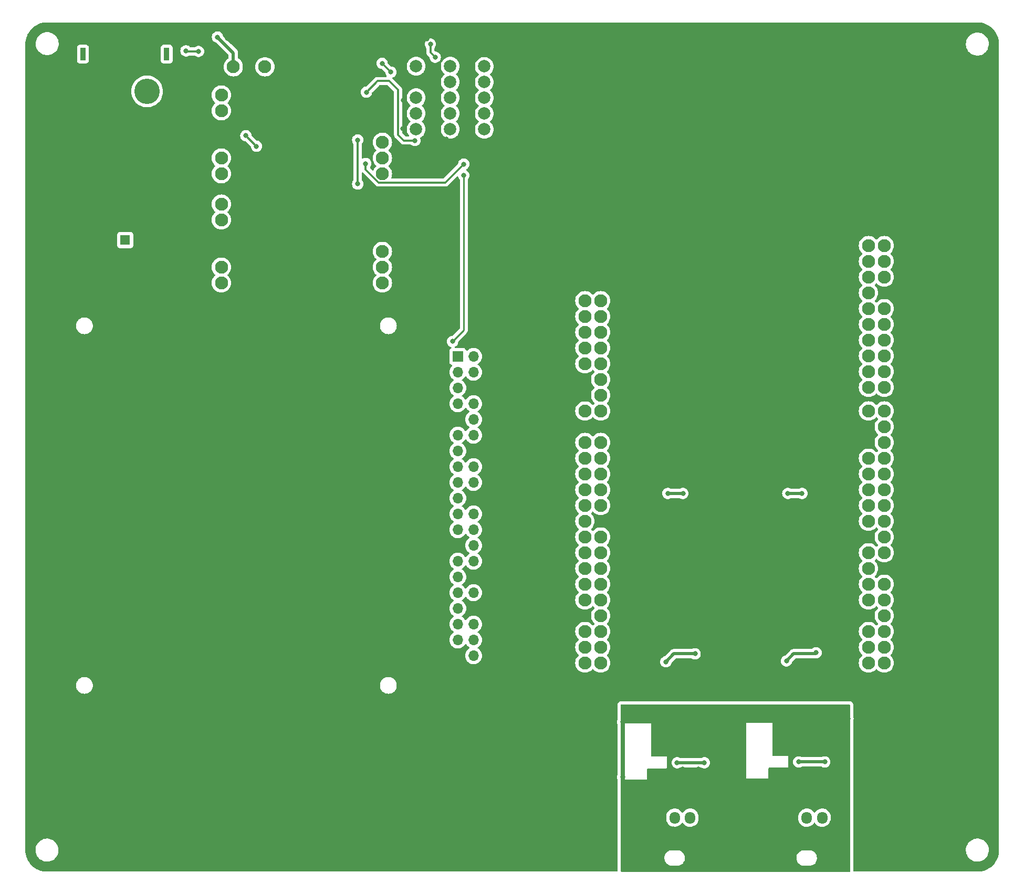
<source format=gbr>
%TF.GenerationSoftware,KiCad,Pcbnew,7.0.11*%
%TF.CreationDate,2025-03-20T11:18:49+09:00*%
%TF.ProjectId,RDC_Humanoid_Logic,5244435f-4875-46d6-916e-6f69645f4c6f,rev?*%
%TF.SameCoordinates,Original*%
%TF.FileFunction,Copper,L2,Bot*%
%TF.FilePolarity,Positive*%
%FSLAX46Y46*%
G04 Gerber Fmt 4.6, Leading zero omitted, Abs format (unit mm)*
G04 Created by KiCad (PCBNEW 7.0.11) date 2025-03-20 11:18:49*
%MOMM*%
%LPD*%
G01*
G04 APERTURE LIST*
G04 Aperture macros list*
%AMRoundRect*
0 Rectangle with rounded corners*
0 $1 Rounding radius*
0 $2 $3 $4 $5 $6 $7 $8 $9 X,Y pos of 4 corners*
0 Add a 4 corners polygon primitive as box body*
4,1,4,$2,$3,$4,$5,$6,$7,$8,$9,$2,$3,0*
0 Add four circle primitives for the rounded corners*
1,1,$1+$1,$2,$3*
1,1,$1+$1,$4,$5*
1,1,$1+$1,$6,$7*
1,1,$1+$1,$8,$9*
0 Add four rect primitives between the rounded corners*
20,1,$1+$1,$2,$3,$4,$5,0*
20,1,$1+$1,$4,$5,$6,$7,0*
20,1,$1+$1,$6,$7,$8,$9,0*
20,1,$1+$1,$8,$9,$2,$3,0*%
G04 Aperture macros list end*
%TA.AperFunction,ComponentPad*%
%ADD10C,2.100000*%
%TD*%
%TA.AperFunction,ComponentPad*%
%ADD11RoundRect,0.250000X-0.600000X-0.725000X0.600000X-0.725000X0.600000X0.725000X-0.600000X0.725000X0*%
%TD*%
%TA.AperFunction,ComponentPad*%
%ADD12O,1.700000X1.950000*%
%TD*%
%TA.AperFunction,ComponentPad*%
%ADD13C,2.000000*%
%TD*%
%TA.AperFunction,ComponentPad*%
%ADD14R,1.700000X1.700000*%
%TD*%
%TA.AperFunction,ComponentPad*%
%ADD15O,1.700000X1.700000*%
%TD*%
%TA.AperFunction,ComponentPad*%
%ADD16R,1.600000X1.600000*%
%TD*%
%TA.AperFunction,ComponentPad*%
%ADD17C,1.600000*%
%TD*%
%TA.AperFunction,ComponentPad*%
%ADD18R,0.900000X2.000000*%
%TD*%
%TA.AperFunction,ComponentPad*%
%ADD19RoundRect,1.025000X-1.025000X-1.025000X1.025000X-1.025000X1.025000X1.025000X-1.025000X1.025000X0*%
%TD*%
%TA.AperFunction,ComponentPad*%
%ADD20C,4.100000*%
%TD*%
%TA.AperFunction,ViaPad*%
%ADD21C,0.800000*%
%TD*%
%TA.AperFunction,Conductor*%
%ADD22C,0.500000*%
%TD*%
%TA.AperFunction,Conductor*%
%ADD23C,0.250000*%
%TD*%
%TA.AperFunction,Conductor*%
%ADD24C,0.300000*%
%TD*%
G04 APERTURE END LIST*
D10*
%TO.P,U3,1,NC*%
%TO.N,unconnected-(U3-NC-Pad1)*%
X157740000Y-69220000D03*
%TO.P,U3,2,PC8*%
%TO.N,unconnected-(U3-PC8-Pad2)*%
X160280000Y-69220000D03*
%TO.P,U3,3,IOREF*%
%TO.N,unconnected-(U3-IOREF-Pad3)*%
X157740000Y-71760000D03*
%TO.P,U3,4,PC9*%
%TO.N,unconnected-(U3-PC9-Pad4)*%
X160280000Y-71760000D03*
%TO.P,U3,5,NRST*%
%TO.N,unconnected-(U3-NRST-Pad5)*%
X157740000Y-74300000D03*
%TO.P,U3,6,PC10*%
%TO.N,unconnected-(U3-PC10-Pad6)*%
X160280000Y-74300000D03*
%TO.P,U3,7,3V3*%
%TO.N,unconnected-(U3-3V3-Pad7)*%
X157740000Y-76840000D03*
%TO.P,U3,8,PC11*%
%TO.N,unconnected-(U3-PC11-Pad8)*%
X160280000Y-76840000D03*
%TO.P,U3,9,5V*%
%TO.N,unconnected-(U3-5V-Pad9)*%
X157740000Y-79380000D03*
%TO.P,U3,10,PC12*%
%TO.N,unconnected-(U3-PC12-Pad10)*%
X160280000Y-79380000D03*
%TO.P,U3,11,GND*%
%TO.N,GND*%
X157740000Y-81920000D03*
%TO.P,U3,12,PD2*%
%TO.N,unconnected-(U3-PD2-Pad12)*%
X160280000Y-81920000D03*
%TO.P,U3,13,GND*%
%TO.N,GND*%
X157740000Y-84460000D03*
%TO.P,U3,14,PG10*%
%TO.N,unconnected-(U3-PG10-Pad14)*%
X160280000Y-84460000D03*
%TO.P,U3,15,VIN*%
%TO.N,+5V*%
X157740000Y-87000000D03*
%TO.P,U3,16,PG8*%
%TO.N,unconnected-(U3-PG8-Pad16)*%
X160280000Y-87000000D03*
%TO.P,U3,17,PA3*%
%TO.N,unconnected-(U3-PA3-Pad17)*%
X157740000Y-92080000D03*
%TO.P,U3,18,PD7*%
%TO.N,unconnected-(U3-PD7-Pad18)*%
X160280000Y-92080000D03*
%TO.P,U3,19,PC0*%
%TO.N,unconnected-(U3-PC0-Pad19)*%
X157740000Y-94620000D03*
%TO.P,U3,20,PD6*%
%TO.N,unconnected-(U3-PD6-Pad20)*%
X160280000Y-94620000D03*
%TO.P,U3,21,PC3*%
%TO.N,unconnected-(U3-PC3-Pad21)*%
X157740000Y-97160000D03*
%TO.P,U3,22,PD5*%
%TO.N,unconnected-(U3-PD5-Pad22)*%
X160280000Y-97160000D03*
%TO.P,U3,23,PB1*%
%TO.N,unconnected-(U3-PB1-Pad23)*%
X157740000Y-99700000D03*
%TO.P,U3,24,PD4*%
%TO.N,unconnected-(U3-PD4-Pad24)*%
X160280000Y-99700000D03*
%TO.P,U3,25,PC2*%
%TO.N,unconnected-(U3-PC2-Pad25)*%
X157740000Y-102240000D03*
%TO.P,U3,26,PD3*%
%TO.N,unconnected-(U3-PD3-Pad26)*%
X160280000Y-102240000D03*
%TO.P,U3,27,PF11*%
%TO.N,unconnected-(U3-PF11-Pad27)*%
X157740000Y-104780000D03*
%TO.P,U3,28,GND*%
%TO.N,GND*%
X160280000Y-104780000D03*
%TO.P,U3,29,PB2*%
%TO.N,unconnected-(U3-PB2-Pad29)*%
X157740000Y-107320000D03*
%TO.P,U3,30,PE2*%
%TO.N,unconnected-(U3-PE2-Pad30)*%
X160280000Y-107320000D03*
%TO.P,U3,31,PE9*%
%TO.N,unconnected-(U3-PE9-Pad31)*%
X157740000Y-109860000D03*
%TO.P,U3,32,PE4*%
%TO.N,unconnected-(U3-PE4-Pad32)*%
X160280000Y-109860000D03*
%TO.P,U3,33,PB5*%
%TO.N,unconnected-(U3-PB5-Pad33)*%
X157740000Y-112400000D03*
%TO.P,U3,34,PE5*%
%TO.N,unconnected-(U3-PE5-Pad34)*%
X160280000Y-112400000D03*
%TO.P,U3,35,PF14*%
%TO.N,unconnected-(U3-PF14-Pad35)*%
X157740000Y-114940000D03*
%TO.P,U3,36,PE6*%
%TO.N,unconnected-(U3-PE6-Pad36)*%
X160280000Y-114940000D03*
%TO.P,U3,37,PF15*%
%TO.N,unconnected-(U3-PF15-Pad37)*%
X157740000Y-117480000D03*
%TO.P,U3,38,PE3*%
%TO.N,unconnected-(U3-PE3-Pad38)*%
X160280000Y-117480000D03*
%TO.P,U3,39,GND*%
%TO.N,GND*%
X157740000Y-120020000D03*
%TO.P,U3,40,PF8*%
%TO.N,unconnected-(U3-PF8-Pad40)*%
X160280000Y-120020000D03*
%TO.P,U3,41,PD0*%
%TO.N,unconnected-(U3-PD0-Pad41)*%
X157740000Y-122560000D03*
%TO.P,U3,42,PF7*%
%TO.N,unconnected-(U3-PF7-Pad42)*%
X160280000Y-122560000D03*
%TO.P,U3,43,PD1*%
%TO.N,unconnected-(U3-PD1-Pad43)*%
X157740000Y-125100000D03*
%TO.P,U3,44,PF9*%
%TO.N,unconnected-(U3-PF9-Pad44)*%
X160280000Y-125100000D03*
%TO.P,U3,45,PB14*%
%TO.N,unconnected-(U3-PB14-Pad45)*%
X157740000Y-127640000D03*
%TO.P,U3,46,PD10*%
%TO.N,unconnected-(U3-PD10-Pad46)*%
X160280000Y-127640000D03*
%TO.P,U3,47,PC6*%
%TO.N,unconnected-(U3-PC6-Pad47)*%
X203460000Y-60330000D03*
%TO.P,U3,48,PB8*%
%TO.N,/CAN_Trans1/CAN_TX*%
X206000000Y-60330000D03*
%TO.P,U3,49,PB15*%
%TO.N,unconnected-(U3-PB15-Pad49)*%
X203460000Y-62870000D03*
%TO.P,U3,50,PB9*%
%TO.N,/CAN_Trans1/CAN_RX*%
X206000000Y-62870000D03*
%TO.P,U3,51,PB13*%
%TO.N,unconnected-(U3-PB13-Pad51)*%
X203460000Y-65410000D03*
%TO.P,U3,52,VREFP*%
%TO.N,unconnected-(U3-VREFP-Pad52)*%
X206000000Y-65410000D03*
%TO.P,U3,53,PB12*%
%TO.N,unconnected-(U3-PB12-Pad53)*%
X203460000Y-67950000D03*
%TO.P,U3,54,GND*%
%TO.N,GND*%
X206000000Y-67950000D03*
%TO.P,U3,55,PA15*%
%TO.N,unconnected-(U3-PA15-Pad55)*%
X203460000Y-70490000D03*
%TO.P,U3,56,PA5*%
%TO.N,unconnected-(U3-PA5-Pad56)*%
X206000000Y-70490000D03*
%TO.P,U3,57,PC7*%
%TO.N,unconnected-(U3-PC7-Pad57)*%
X203460000Y-73030000D03*
%TO.P,U3,58,PA6*%
%TO.N,unconnected-(U3-PA6-Pad58)*%
X206000000Y-73030000D03*
%TO.P,U3,59,PB5*%
%TO.N,unconnected-(U3-PB5-Pad59)*%
X203460000Y-75570000D03*
%TO.P,U3,60,PB5*%
%TO.N,/CAN_Trans2/CAN_RX*%
X206000000Y-75570000D03*
%TO.P,U3,61,PB3*%
%TO.N,unconnected-(U3-PB3-Pad61)*%
X203460000Y-78110000D03*
%TO.P,U3,62,PD14*%
%TO.N,unconnected-(U3-PD14-Pad62)*%
X206000000Y-78110000D03*
%TO.P,U3,63,PA4*%
%TO.N,unconnected-(U3-PA4-Pad63)*%
X203460000Y-80650000D03*
%TO.P,U3,64,PD15*%
%TO.N,unconnected-(U3-PD15-Pad64)*%
X206000000Y-80650000D03*
%TO.P,U3,65,PB4*%
%TO.N,unconnected-(U3-PB4-Pad65)*%
X203460000Y-83190000D03*
%TO.P,U3,66,PG9*%
%TO.N,unconnected-(U3-PG9-Pad66)*%
X206000000Y-83190000D03*
%TO.P,U3,67,VDDA*%
%TO.N,unconnected-(U3-VDDA-Pad67)*%
X203460000Y-87000000D03*
%TO.P,U3,68,PG12*%
%TO.N,unconnected-(U3-PG12-Pad68)*%
X206000000Y-87000000D03*
%TO.P,U3,69,AGND*%
%TO.N,GND*%
X203460000Y-89540000D03*
%TO.P,U3,70,PA8*%
%TO.N,unconnected-(U3-PA8-Pad70)*%
X206000000Y-89540000D03*
%TO.P,U3,71,GND*%
%TO.N,GND*%
X203460000Y-92080000D03*
%TO.P,U3,72,PE11*%
%TO.N,unconnected-(U3-PE11-Pad72)*%
X206000000Y-92080000D03*
%TO.P,U3,73,PF6*%
%TO.N,unconnected-(U3-PF6-Pad73)*%
X203460000Y-94620000D03*
%TO.P,U3,74,PE14*%
%TO.N,unconnected-(U3-PE14-Pad74)*%
X206000000Y-94620000D03*
%TO.P,U3,75,PF10*%
%TO.N,unconnected-(U3-PF10-Pad75)*%
X203460000Y-97160000D03*
%TO.P,U3,76,PE13*%
%TO.N,unconnected-(U3-PE13-Pad76)*%
X206000000Y-97160000D03*
%TO.P,U3,77,PA2*%
%TO.N,unconnected-(U3-PA2-Pad77)*%
X203460000Y-99700000D03*
%TO.P,U3,78,PG14*%
%TO.N,unconnected-(U3-PG14-Pad78)*%
X206000000Y-99700000D03*
%TO.P,U3,79,PG6*%
%TO.N,unconnected-(U3-PG6-Pad79)*%
X203460000Y-102240000D03*
%TO.P,U3,80,PB6*%
%TO.N,/CAN_Trans2/CAN_TX*%
X206000000Y-102240000D03*
%TO.P,U3,81,PB2*%
%TO.N,unconnected-(U3-PB2-Pad81)*%
X203460000Y-104780000D03*
%TO.P,U3,82,PB7*%
%TO.N,unconnected-(U3-PB7-Pad82)*%
X206000000Y-104780000D03*
%TO.P,U3,83,GND*%
%TO.N,GND*%
X203460000Y-107320000D03*
%TO.P,U3,84,PE8*%
%TO.N,unconnected-(U3-PE8-Pad84)*%
X206000000Y-107320000D03*
%TO.P,U3,85,PD13*%
%TO.N,unconnected-(U3-PD13-Pad85)*%
X203460000Y-109860000D03*
%TO.P,U3,86,PE7*%
%TO.N,unconnected-(U3-PE7-Pad86)*%
X206000000Y-109860000D03*
%TO.P,U3,87,PD12*%
%TO.N,unconnected-(U3-PD12-Pad87)*%
X203460000Y-112400000D03*
%TO.P,U3,88,GND*%
%TO.N,GND*%
X206000000Y-112400000D03*
%TO.P,U3,89,PD11*%
%TO.N,unconnected-(U3-PD11-Pad89)*%
X203460000Y-114940000D03*
%TO.P,U3,90,PE10*%
%TO.N,unconnected-(U3-PE10-Pad90)*%
X206000000Y-114940000D03*
%TO.P,U3,91,PE2*%
%TO.N,unconnected-(U3-PE2-Pad91)*%
X203460000Y-117480000D03*
%TO.P,U3,92,PE12*%
%TO.N,unconnected-(U3-PE12-Pad92)*%
X206000000Y-117480000D03*
%TO.P,U3,93,GND*%
%TO.N,GND*%
X203460000Y-120020000D03*
%TO.P,U3,94,PE6*%
%TO.N,unconnected-(U3-PE6-Pad94)*%
X206000000Y-120020000D03*
%TO.P,U3,95,PA0*%
%TO.N,unconnected-(U3-PA0-Pad95)*%
X203460000Y-122560000D03*
%TO.P,U3,96,PE15*%
%TO.N,unconnected-(U3-PE15-Pad96)*%
X206000000Y-122560000D03*
%TO.P,U3,97,PB0*%
%TO.N,unconnected-(U3-PB0-Pad97)*%
X203460000Y-125100000D03*
%TO.P,U3,98,PB10*%
%TO.N,unconnected-(U3-PB10-Pad98)*%
X206000000Y-125100000D03*
%TO.P,U3,99,PE0*%
%TO.N,unconnected-(U3-PE0-Pad99)*%
X203460000Y-127640000D03*
%TO.P,U3,100,PB11*%
%TO.N,unconnected-(U3-PB11-Pad100)*%
X206000000Y-127640000D03*
%TD*%
D11*
%TO.P,J3,1,Pin_1*%
%TO.N,GND1*%
X191000000Y-152600000D03*
D12*
%TO.P,J3,2,Pin_2*%
%TO.N,/CAN_Trans2/CANH*%
X193500000Y-152600000D03*
%TO.P,J3,3,Pin_3*%
%TO.N,/CAN_Trans2/CANL*%
X196000000Y-152600000D03*
%TD*%
D10*
%TO.P,for_PG1,1,+V_{in}*%
%TO.N,+12V*%
X101060000Y-31500000D03*
%TO.P,for_PG1,2,GND*%
%TO.N,GND*%
X103600000Y-31500000D03*
%TO.P,for_PG1,3,+V_{out}*%
%TO.N,EN_Power*%
X106140000Y-31500000D03*
%TD*%
D13*
%TO.P,SW1,*%
%TO.N,*%
X130525000Y-41555000D03*
X130525000Y-31395000D03*
%TO.P,SW1,1,A*%
%TO.N,unconnected-(SW1-A-Pad1)*%
X130525000Y-39015000D03*
%TO.P,SW1,2,B*%
%TO.N,Net-(SW1-B)*%
X130525000Y-36475000D03*
%TO.P,SW1,3,C*%
%TO.N,GND*%
X130525000Y-33935000D03*
%TD*%
%TO.P,SW3,*%
%TO.N,*%
X141525000Y-41595000D03*
X141525000Y-31435000D03*
%TO.P,SW3,1,A*%
%TO.N,unconnected-(SW3-A-Pad1)*%
X141525000Y-39055000D03*
%TO.P,SW3,2,B*%
%TO.N,Logic_Power*%
X141525000Y-36515000D03*
%TO.P,SW3,3,C*%
%TO.N,Net-(SW3-C)*%
X141525000Y-33975000D03*
%TD*%
D14*
%TO.P,J4,1,Pin_1*%
%TO.N,unconnected-(J4-Pin_1-Pad1)*%
X137237500Y-78205000D03*
D15*
%TO.P,J4,2,Pin_2*%
%TO.N,RasPi_Power*%
X139777500Y-78205000D03*
%TO.P,J4,3,Pin_3*%
%TO.N,unconnected-(J4-Pin_3-Pad3)*%
X137237500Y-80745000D03*
%TO.P,J4,4,Pin_4*%
%TO.N,RasPi_Power*%
X139777500Y-80745000D03*
%TO.P,J4,5,Pin_5*%
%TO.N,unconnected-(J4-Pin_5-Pad5)*%
X137237500Y-83285000D03*
%TO.P,J4,6,Pin_6*%
%TO.N,GND*%
X139777500Y-83285000D03*
%TO.P,J4,7,Pin_7*%
%TO.N,EN_STM*%
X137237500Y-85825000D03*
%TO.P,J4,8,Pin_8*%
%TO.N,unconnected-(J4-Pin_8-Pad8)*%
X139777500Y-85825000D03*
%TO.P,J4,9,Pin_9*%
%TO.N,GND*%
X137237500Y-88365000D03*
%TO.P,J4,10,Pin_10*%
%TO.N,unconnected-(J4-Pin_10-Pad10)*%
X139777500Y-88365000D03*
%TO.P,J4,11,Pin_11*%
%TO.N,unconnected-(J4-Pin_11-Pad11)*%
X137237500Y-90905000D03*
%TO.P,J4,12,Pin_12*%
%TO.N,unconnected-(J4-Pin_12-Pad12)*%
X139777500Y-90905000D03*
%TO.P,J4,13,Pin_13*%
%TO.N,unconnected-(J4-Pin_13-Pad13)*%
X137237500Y-93445000D03*
%TO.P,J4,14,Pin_14*%
%TO.N,GND*%
X139777500Y-93445000D03*
%TO.P,J4,15,Pin_15*%
%TO.N,unconnected-(J4-Pin_15-Pad15)*%
X137237500Y-95985000D03*
%TO.P,J4,16,Pin_16*%
%TO.N,unconnected-(J4-Pin_16-Pad16)*%
X139777500Y-95985000D03*
%TO.P,J4,17,Pin_17*%
%TO.N,unconnected-(J4-Pin_17-Pad17)*%
X137237500Y-98525000D03*
%TO.P,J4,18,Pin_18*%
%TO.N,unconnected-(J4-Pin_18-Pad18)*%
X139777500Y-98525000D03*
%TO.P,J4,19,Pin_19*%
%TO.N,unconnected-(J4-Pin_19-Pad19)*%
X137237500Y-101065000D03*
%TO.P,J4,20,Pin_20*%
%TO.N,GND*%
X139777500Y-101065000D03*
%TO.P,J4,21,Pin_21*%
%TO.N,unconnected-(J4-Pin_21-Pad21)*%
X137237500Y-103605000D03*
%TO.P,J4,22,Pin_22*%
%TO.N,unconnected-(J4-Pin_22-Pad22)*%
X139777500Y-103605000D03*
%TO.P,J4,23,Pin_23*%
%TO.N,unconnected-(J4-Pin_23-Pad23)*%
X137237500Y-106145000D03*
%TO.P,J4,24,Pin_24*%
%TO.N,unconnected-(J4-Pin_24-Pad24)*%
X139777500Y-106145000D03*
%TO.P,J4,25,Pin_25*%
%TO.N,GND*%
X137237500Y-108685000D03*
%TO.P,J4,26,Pin_26*%
%TO.N,unconnected-(J4-Pin_26-Pad26)*%
X139777500Y-108685000D03*
%TO.P,J4,27,Pin_27*%
%TO.N,unconnected-(J4-Pin_27-Pad27)*%
X137237500Y-111225000D03*
%TO.P,J4,28,Pin_28*%
%TO.N,unconnected-(J4-Pin_28-Pad28)*%
X139777500Y-111225000D03*
%TO.P,J4,29,Pin_29*%
%TO.N,unconnected-(J4-Pin_29-Pad29)*%
X137237500Y-113765000D03*
%TO.P,J4,30,Pin_30*%
%TO.N,GND*%
X139777500Y-113765000D03*
%TO.P,J4,31,Pin_31*%
%TO.N,unconnected-(J4-Pin_31-Pad31)*%
X137237500Y-116305000D03*
%TO.P,J4,32,Pin_32*%
%TO.N,unconnected-(J4-Pin_32-Pad32)*%
X139777500Y-116305000D03*
%TO.P,J4,33,Pin_33*%
%TO.N,unconnected-(J4-Pin_33-Pad33)*%
X137237500Y-118845000D03*
%TO.P,J4,34,Pin_34*%
%TO.N,GND*%
X139777500Y-118845000D03*
%TO.P,J4,35,Pin_35*%
%TO.N,unconnected-(J4-Pin_35-Pad35)*%
X137237500Y-121385000D03*
%TO.P,J4,36,Pin_36*%
%TO.N,unconnected-(J4-Pin_36-Pad36)*%
X139777500Y-121385000D03*
%TO.P,J4,37,Pin_37*%
%TO.N,unconnected-(J4-Pin_37-Pad37)*%
X137237500Y-123925000D03*
%TO.P,J4,38,Pin_38*%
%TO.N,unconnected-(J4-Pin_38-Pad38)*%
X139777500Y-123925000D03*
%TO.P,J4,39,Pin_39*%
%TO.N,GND*%
X137237500Y-126465000D03*
%TO.P,J4,40,Pin_40*%
%TO.N,unconnected-(J4-Pin_40-Pad40)*%
X139777500Y-126465000D03*
%TD*%
D11*
%TO.P,J2,1,Pin_1*%
%TO.N,GND1*%
X169700000Y-152600000D03*
D12*
%TO.P,J2,2,Pin_2*%
%TO.N,/CAN_Trans1/CANH*%
X172200000Y-152600000D03*
%TO.P,J2,3,Pin_3*%
%TO.N,/CAN_Trans1/CANL*%
X174700000Y-152600000D03*
%TD*%
D10*
%TO.P,to_STM1,1,PG*%
%TO.N,/Logic_Power/STM_PG*%
X99120000Y-36050000D03*
%TO.P,to_STM1,2,CTRL*%
%TO.N,/Logic_Power/EN_STM_Power*%
X99120000Y-38590000D03*
%TO.P,to_STM1,3,GND*%
%TO.N,GND*%
X99120000Y-41130000D03*
%TO.P,to_STM1,4,GND*%
X99120000Y-43670000D03*
%TO.P,to_STM1,5,VIN*%
%TO.N,Logic_Power*%
X99120000Y-46210000D03*
%TO.P,to_STM1,6,VIN*%
X99120000Y-48750000D03*
%TO.P,to_STM1,7,VOUT*%
%TO.N,+5V*%
X125080000Y-48750000D03*
%TO.P,to_STM1,8,VOUT*%
X125080000Y-46210000D03*
%TO.P,to_STM1,9,VOUT*%
X125080000Y-43670000D03*
%TO.P,to_STM1,10,GND*%
%TO.N,GND*%
X125080000Y-41130000D03*
%TO.P,to_STM1,11,GND*%
X125080000Y-38590000D03*
%TO.P,to_STM1,12,GND*%
X125080000Y-36050000D03*
%TD*%
%TO.P,to_RPI1,1,PG*%
%TO.N,/Logic_Power/RasPi_PG*%
X99120000Y-53650000D03*
%TO.P,to_RPI1,2,CTRL*%
%TO.N,/Logic_Power/EN_RasPi_Power*%
X99120000Y-56190000D03*
%TO.P,to_RPI1,3,GND*%
%TO.N,GND*%
X99120000Y-58730000D03*
%TO.P,to_RPI1,4,GND*%
X99120000Y-61270000D03*
%TO.P,to_RPI1,5,VIN*%
%TO.N,Logic_Power*%
X99120000Y-63810000D03*
%TO.P,to_RPI1,6,VIN*%
X99120000Y-66350000D03*
%TO.P,to_RPI1,7,VOUT*%
%TO.N,RasPi_Power*%
X125080000Y-66350000D03*
%TO.P,to_RPI1,8,VOUT*%
X125080000Y-63810000D03*
%TO.P,to_RPI1,9,VOUT*%
X125080000Y-61270000D03*
%TO.P,to_RPI1,10,GND*%
%TO.N,GND*%
X125080000Y-58730000D03*
%TO.P,to_RPI1,11,GND*%
X125080000Y-56190000D03*
%TO.P,to_RPI1,12,GND*%
X125080000Y-53650000D03*
%TD*%
D13*
%TO.P,SW2,*%
%TO.N,*%
X136025000Y-41555000D03*
X136025000Y-31395000D03*
%TO.P,SW2,1,A*%
%TO.N,unconnected-(SW2-A-Pad1)*%
X136025000Y-39015000D03*
%TO.P,SW2,2,B*%
%TO.N,Logic_Power*%
X136025000Y-36475000D03*
%TO.P,SW2,3,C*%
%TO.N,Net-(D5-K)*%
X136025000Y-33935000D03*
%TD*%
D16*
%TO.P,C1,1*%
%TO.N,Logic_Power*%
X83606000Y-59436000D03*
D17*
%TO.P,C1,2*%
%TO.N,GND*%
X86106000Y-59436000D03*
%TD*%
D18*
%TO.P,J1,*%
%TO.N,*%
X76797000Y-29464000D03*
X90297000Y-29464000D03*
D19*
%TO.P,J1,1,Pin_1*%
%TO.N,GND*%
X79947000Y-35464000D03*
D20*
%TO.P,J1,2,Pin_2*%
%TO.N,+12V*%
X87147000Y-35464000D03*
%TD*%
D21*
%TO.N,GND*%
X139446000Y-25400000D03*
X190119000Y-122631200D03*
X122500000Y-44600000D03*
X108458000Y-49022000D03*
X155702000Y-129286000D03*
X70154800Y-129590800D03*
X194056000Y-53086000D03*
X194919600Y-131165600D03*
X221792800Y-77470000D03*
X68529200Y-48361600D03*
X148107400Y-118948200D03*
X141732000Y-116078000D03*
X158242000Y-30734000D03*
X119700000Y-49300000D03*
X143320000Y-26900000D03*
X212369400Y-122783600D03*
X122834400Y-80365600D03*
X128473200Y-36855400D03*
X210540600Y-64262000D03*
X128117600Y-31419800D03*
X155448000Y-89408000D03*
X107188000Y-104902000D03*
X192379600Y-131191000D03*
X112268000Y-33528000D03*
X189204600Y-102209600D03*
X130556000Y-87884000D03*
X165404800Y-104190800D03*
X121158000Y-136144000D03*
X199136000Y-116078000D03*
X162509200Y-129692400D03*
X207010000Y-52578000D03*
X178400000Y-131550000D03*
X211328000Y-135128000D03*
X124968000Y-146304000D03*
X146050000Y-89154000D03*
X193294000Y-98806000D03*
X195072000Y-79756000D03*
X149301200Y-51003200D03*
X186944000Y-41656000D03*
X198704200Y-127254000D03*
X197307200Y-98094800D03*
X195326000Y-89662000D03*
X102616000Y-51155600D03*
X211074000Y-77724000D03*
X78232000Y-86106000D03*
X89154000Y-25908000D03*
X144272000Y-42926000D03*
X108204000Y-30226000D03*
X149606000Y-108204000D03*
X180771800Y-75920600D03*
X107696000Y-151384000D03*
X201422000Y-61468000D03*
X174447200Y-124231400D03*
X139192000Y-48006000D03*
X193040000Y-62407800D03*
X156972000Y-44196000D03*
X201168000Y-97790000D03*
X174167800Y-103428800D03*
X120142000Y-35814000D03*
X139954000Y-49530000D03*
X174447200Y-115595400D03*
X155702000Y-116078000D03*
X187960000Y-86106000D03*
X197900000Y-131500000D03*
X202463400Y-139039600D03*
X83667600Y-147218400D03*
X192455800Y-127635000D03*
X205333600Y-156667200D03*
X182981600Y-50647600D03*
X186080400Y-110515400D03*
X128270000Y-26162000D03*
X175463200Y-131343400D03*
X122478800Y-99415600D03*
X99568000Y-141986000D03*
X204470000Y-147574000D03*
X208280000Y-30988000D03*
X193040000Y-102616000D03*
X104902000Y-46228000D03*
X150876000Y-150114000D03*
X170815000Y-122885200D03*
X173990000Y-88900000D03*
X136144000Y-157734000D03*
X79324200Y-62331600D03*
X116840000Y-126746000D03*
X138938000Y-37592000D03*
X112420400Y-115062000D03*
X98450400Y-99263200D03*
X132842000Y-45212000D03*
X136398000Y-47498000D03*
X111302800Y-143916400D03*
X105156000Y-42672000D03*
X222351600Y-51206400D03*
X138684000Y-45466000D03*
X189992000Y-95250000D03*
X153924000Y-57912000D03*
X137667500Y-27057500D03*
X171704000Y-52324000D03*
X132225000Y-27031250D03*
X141478000Y-82804000D03*
X159258000Y-90424000D03*
X108458000Y-51308000D03*
X165404800Y-113639600D03*
X98552000Y-34036000D03*
X178562000Y-34290000D03*
X198374000Y-39878000D03*
X148107400Y-143687800D03*
X100076000Y-26924000D03*
X119888000Y-56642000D03*
X117297200Y-63804800D03*
X221640400Y-108051600D03*
X68503800Y-30886400D03*
X201930000Y-113792000D03*
X82800000Y-47700000D03*
X133629400Y-32664400D03*
X101092000Y-34798000D03*
X165404800Y-59105800D03*
X77724000Y-119634000D03*
X117068600Y-38633400D03*
X221589600Y-151561800D03*
X200914000Y-76708000D03*
X107416600Y-44856400D03*
X172897800Y-131318000D03*
X194310000Y-69088000D03*
X212344000Y-36830000D03*
X182803800Y-120599200D03*
X84328000Y-75692000D03*
X194564000Y-124714000D03*
X182321200Y-28702000D03*
X187800000Y-122700000D03*
X98806000Y-113284000D03*
X201930000Y-126492000D03*
X147955000Y-158953200D03*
X69316600Y-62407800D03*
X162179000Y-88696800D03*
X193294000Y-96520000D03*
X105537000Y-36931600D03*
X170300000Y-131250000D03*
X178765200Y-102133400D03*
X221488000Y-135534400D03*
X132791200Y-42900600D03*
X187198000Y-75946000D03*
X201676000Y-88138000D03*
X102235000Y-68656200D03*
X144526000Y-25146000D03*
X104648000Y-34036000D03*
X213715600Y-146151600D03*
X170434000Y-101904800D03*
X175900000Y-101300000D03*
X88696800Y-48514000D03*
X157734000Y-140462000D03*
X136398000Y-147320000D03*
X118567200Y-34798000D03*
X98450400Y-128778000D03*
X141986000Y-91694000D03*
X162306000Y-121412000D03*
X107188000Y-122682000D03*
X143256000Y-30226000D03*
X87833200Y-30632400D03*
X117348000Y-71374000D03*
X189661800Y-116738400D03*
X128270000Y-112522000D03*
X74549000Y-30505400D03*
X104902000Y-54864000D03*
X161290000Y-35814000D03*
X179171600Y-127381000D03*
X102260400Y-25603200D03*
X84886800Y-114554000D03*
X182880000Y-129082800D03*
X109220000Y-92456000D03*
X201142600Y-106121200D03*
X138430000Y-40132000D03*
X124612400Y-25603200D03*
X180340000Y-82804000D03*
X175260000Y-69342000D03*
X169976800Y-96164400D03*
X141732000Y-128016000D03*
X169722800Y-77724000D03*
X123850400Y-129336800D03*
X135382000Y-43180000D03*
X212598000Y-111760000D03*
X101092000Y-55118000D03*
X141986000Y-104394000D03*
X70256400Y-99771200D03*
X137160000Y-136652000D03*
X97586800Y-80518000D03*
X182372000Y-92964000D03*
X83515200Y-158699200D03*
X189992000Y-99060000D03*
X200914000Y-84074000D03*
X86207600Y-46228000D03*
X160731200Y-151587200D03*
X170586400Y-119151400D03*
X179425600Y-108813600D03*
X178993800Y-115519200D03*
X166344600Y-133324600D03*
X171000000Y-98700000D03*
X89916000Y-137668000D03*
X70459600Y-147116800D03*
X199136000Y-108712000D03*
X200914000Y-68072000D03*
X105156000Y-49784000D03*
X73660000Y-66548000D03*
X140462000Y-43180000D03*
X157226000Y-66548000D03*
X124460000Y-26670000D03*
X165989000Y-41402000D03*
X189900000Y-131200000D03*
X128397000Y-41452800D03*
X179146200Y-123952000D03*
X123698000Y-31496000D03*
X89154000Y-88900000D03*
X125730000Y-68834000D03*
X102514400Y-44551600D03*
X134620000Y-76200000D03*
X113538000Y-30988000D03*
X222758000Y-62230000D03*
X139446000Y-27940000D03*
X199136000Y-122936000D03*
X182372000Y-98806000D03*
X209804000Y-46228000D03*
X222224600Y-33502600D03*
X168300000Y-122850000D03*
X108966000Y-87122000D03*
X201676000Y-159766000D03*
X100863400Y-52476400D03*
X84074000Y-49022000D03*
X132918200Y-38252400D03*
X215341200Y-159029400D03*
X175590200Y-127584200D03*
X82194400Y-53568600D03*
X149148800Y-28702000D03*
X170942000Y-107188000D03*
X84074000Y-125730000D03*
X81686400Y-38582600D03*
X69900800Y-79857600D03*
X193294000Y-114046000D03*
X181686200Y-133172200D03*
X110998000Y-51562000D03*
X82245200Y-25501600D03*
X114757200Y-42367200D03*
X132080000Y-30226000D03*
X194995800Y-127685800D03*
X147828000Y-132334000D03*
X71882000Y-37084000D03*
X107823000Y-32943800D03*
X85900000Y-52000000D03*
X105156000Y-58674000D03*
X178308000Y-45974000D03*
X212598000Y-94488000D03*
X201980800Y-130632200D03*
X98298000Y-29718000D03*
X100736400Y-158800800D03*
X148259800Y-98653600D03*
X146050000Y-78994000D03*
X123850400Y-159410400D03*
X108966000Y-63754000D03*
X170688000Y-86868000D03*
X109423200Y-56946800D03*
X138938000Y-35306000D03*
X111300000Y-37500000D03*
X173990000Y-99060000D03*
X193294000Y-123190000D03*
X120700800Y-30683200D03*
X88646000Y-53492400D03*
X122174000Y-60198000D03*
X198628000Y-34772600D03*
X84074000Y-31242000D03*
X162356800Y-94259400D03*
X155448000Y-104140000D03*
X85090000Y-103378000D03*
%TO.N,+5V*%
X175500000Y-126170000D03*
X195000000Y-126000000D03*
X173549500Y-100300000D03*
X170789600Y-127457200D03*
X190450500Y-100300000D03*
X190220300Y-127330200D03*
X192749500Y-100300000D03*
X171100000Y-100300000D03*
%TO.N,GND1*%
X193040000Y-144780000D03*
X192786000Y-148590000D03*
X168910000Y-140970000D03*
X173482000Y-144780000D03*
X178400000Y-136650000D03*
X179832000Y-159004000D03*
X176022000Y-149352000D03*
X192278000Y-140208000D03*
X191516000Y-142240000D03*
X200152000Y-136652000D03*
X172905000Y-137055000D03*
X189992000Y-145034000D03*
X185928000Y-153924000D03*
X195834000Y-145034000D03*
X170400000Y-137050000D03*
X191200000Y-136900000D03*
X172720000Y-140462000D03*
X181356000Y-150114000D03*
X171958000Y-154432000D03*
X170942000Y-145034000D03*
X163830000Y-137160000D03*
X199644000Y-142240000D03*
X192400000Y-136900000D03*
X186944000Y-160528000D03*
X191770000Y-154686000D03*
X171600000Y-137050000D03*
X168910000Y-142240000D03*
X195834000Y-154686000D03*
X197900000Y-136600000D03*
X168200000Y-145450000D03*
X188468000Y-142240000D03*
X194818000Y-150876000D03*
X189900000Y-136900000D03*
X187800000Y-145300000D03*
X172212000Y-142240000D03*
X173228000Y-150876000D03*
X176022000Y-144780000D03*
X163830000Y-146050000D03*
X188468000Y-140970000D03*
%TO.N,Net-(U1-V_{ISOIN})*%
X177000000Y-143750000D03*
X172600000Y-143750000D03*
%TO.N,Net-(U2-V_{ISOIN})*%
X192200000Y-143600000D03*
X196400000Y-143600000D03*
%TO.N,EN_STM*%
X136400000Y-75800000D03*
X138200000Y-49000000D03*
%TO.N,Net-(SW1-B)*%
X126453200Y-32353200D03*
X125039693Y-30939692D03*
X95429977Y-29029977D03*
X93420023Y-28920023D03*
%TO.N,/Logic_Power/EN_STM_Power*%
X104787750Y-44312250D03*
X103075500Y-42600000D03*
%TO.N,+12V*%
X98500000Y-26700000D03*
%TO.N,RasPi_Power*%
X121100000Y-50400000D03*
X121100000Y-43300000D03*
%TO.N,Net-(D5-K)*%
X122500000Y-35600000D03*
X130325000Y-43375000D03*
%TO.N,Net-(SW3-C)*%
X122400000Y-47100000D03*
X138200000Y-47200000D03*
%TO.N,Logic_Power*%
X133600000Y-29949500D03*
X132820381Y-27834074D03*
%TD*%
D22*
%TO.N,+5V*%
X191380500Y-126170000D02*
X194830000Y-126170000D01*
X172076800Y-126170000D02*
X175500000Y-126170000D01*
X190450500Y-100300000D02*
X192749500Y-100300000D01*
X171100000Y-100300000D02*
X173549500Y-100300000D01*
X170789600Y-127457200D02*
X172076800Y-126170000D01*
X194830000Y-126170000D02*
X195000000Y-126000000D01*
X190220300Y-127330200D02*
X191380500Y-126170000D01*
%TO.N,Net-(U1-V_{ISOIN})*%
X172600000Y-143750000D02*
X177000000Y-143750000D01*
%TO.N,Net-(U2-V_{ISOIN})*%
X192200000Y-143600000D02*
X196400000Y-143600000D01*
D23*
%TO.N,EN_STM*%
X138200000Y-74000000D02*
X136400000Y-75800000D01*
X138200000Y-49000000D02*
X138200000Y-74000000D01*
D24*
%TO.N,Net-(SW1-B)*%
X126453200Y-32353200D02*
X126453200Y-32353199D01*
X95429977Y-29029977D02*
X93529977Y-29029977D01*
X126453200Y-32353199D02*
X125039693Y-30939692D01*
X93529977Y-29029977D02*
X93420023Y-28920023D01*
%TO.N,/Logic_Power/EN_STM_Power*%
X104787750Y-44312250D02*
X103075500Y-42600000D01*
D22*
%TO.N,+12V*%
X101060000Y-29260000D02*
X101060000Y-31500000D01*
X98500000Y-26700000D02*
X101060000Y-29260000D01*
D24*
%TO.N,RasPi_Power*%
X121100000Y-43300000D02*
X121100000Y-50400000D01*
%TO.N,Net-(D5-K)*%
X128525000Y-43375000D02*
X130325000Y-43375000D01*
X127625000Y-42475000D02*
X128525000Y-43375000D01*
X126200000Y-33800000D02*
X127625000Y-35225000D01*
X127625000Y-35225000D02*
X127625000Y-42475000D01*
X124300000Y-33800000D02*
X126200000Y-33800000D01*
X122500000Y-35600000D02*
X124300000Y-33800000D01*
%TO.N,Net-(SW3-C)*%
X135250000Y-50150000D02*
X138200000Y-47200000D01*
X122400000Y-47100000D02*
X122400000Y-48049899D01*
X124500101Y-50150000D02*
X135250000Y-50150000D01*
X122400000Y-48049899D02*
X124500101Y-50150000D01*
%TO.N,Logic_Power*%
X132820381Y-29169881D02*
X132820381Y-27834074D01*
X133600000Y-29949500D02*
X132820381Y-29169881D01*
%TD*%
%TA.AperFunction,Conductor*%
%TO.N,GND*%
G36*
X221015532Y-24330649D02*
G01*
X221019884Y-24330862D01*
X221164950Y-24337989D01*
X221356170Y-24348010D01*
X221367824Y-24349177D01*
X221533754Y-24373791D01*
X221534725Y-24373940D01*
X221707397Y-24401289D01*
X221718070Y-24403465D01*
X221883874Y-24444997D01*
X221885514Y-24445422D01*
X222051380Y-24489866D01*
X222061044Y-24492884D01*
X222165193Y-24530150D01*
X222223026Y-24550843D01*
X222225688Y-24551830D01*
X222259226Y-24564704D01*
X222384597Y-24612829D01*
X222393123Y-24616475D01*
X222549369Y-24690374D01*
X222552555Y-24691939D01*
X222694987Y-24764511D01*
X222703594Y-24768897D01*
X222711047Y-24773023D01*
X222859575Y-24862047D01*
X222863324Y-24864387D01*
X223005170Y-24956503D01*
X223011477Y-24960884D01*
X223150710Y-25064147D01*
X223154865Y-25067367D01*
X223286135Y-25173667D01*
X223291372Y-25178155D01*
X223419889Y-25294636D01*
X223424297Y-25298833D01*
X223543665Y-25418201D01*
X223547862Y-25422609D01*
X223664343Y-25551126D01*
X223668831Y-25556363D01*
X223775120Y-25687619D01*
X223778351Y-25691788D01*
X223881614Y-25831021D01*
X223886012Y-25837353D01*
X223978099Y-25979155D01*
X223980463Y-25982942D01*
X224069475Y-26131451D01*
X224073601Y-26138904D01*
X224150537Y-26289898D01*
X224152147Y-26293176D01*
X224226010Y-26449345D01*
X224229679Y-26457925D01*
X224290668Y-26616810D01*
X224291655Y-26619472D01*
X224349611Y-26781447D01*
X224352635Y-26791128D01*
X224397035Y-26956827D01*
X224397544Y-26958792D01*
X224439026Y-27124398D01*
X224441215Y-27135130D01*
X224468541Y-27307665D01*
X224468726Y-27308867D01*
X224493318Y-27474650D01*
X224494490Y-27486355D01*
X224499830Y-27588236D01*
X224500000Y-27594726D01*
X224500000Y-158065272D01*
X224499830Y-158071762D01*
X224494490Y-158173644D01*
X224493318Y-158185349D01*
X224468726Y-158351131D01*
X224468541Y-158352333D01*
X224441215Y-158524868D01*
X224439026Y-158535600D01*
X224397544Y-158701206D01*
X224397035Y-158703171D01*
X224352635Y-158868870D01*
X224349611Y-158878551D01*
X224291655Y-159040526D01*
X224290668Y-159043188D01*
X224229679Y-159202073D01*
X224226010Y-159210653D01*
X224152147Y-159366822D01*
X224150537Y-159370100D01*
X224073601Y-159521094D01*
X224069475Y-159528547D01*
X223980463Y-159677056D01*
X223978099Y-159680843D01*
X223886012Y-159822645D01*
X223881614Y-159828977D01*
X223778351Y-159968210D01*
X223775120Y-159972379D01*
X223668831Y-160103635D01*
X223664343Y-160108872D01*
X223547862Y-160237389D01*
X223543665Y-160241797D01*
X223424297Y-160361165D01*
X223419889Y-160365362D01*
X223291372Y-160481843D01*
X223286135Y-160486331D01*
X223154879Y-160592620D01*
X223150710Y-160595851D01*
X223011477Y-160699114D01*
X223005145Y-160703512D01*
X222863343Y-160795599D01*
X222859556Y-160797963D01*
X222711047Y-160886975D01*
X222703594Y-160891101D01*
X222552600Y-160968037D01*
X222549322Y-160969647D01*
X222393153Y-161043510D01*
X222384573Y-161047179D01*
X222225688Y-161108168D01*
X222223026Y-161109155D01*
X222061051Y-161167111D01*
X222051370Y-161170135D01*
X221885671Y-161214535D01*
X221883706Y-161215044D01*
X221718100Y-161256526D01*
X221707368Y-161258715D01*
X221534833Y-161286041D01*
X221533632Y-161286226D01*
X221449831Y-161298658D01*
X221431635Y-161300000D01*
X201150000Y-161300000D01*
X201082961Y-161280315D01*
X201037206Y-161227511D01*
X201026000Y-161176000D01*
X201026000Y-157897763D01*
X219158287Y-157897763D01*
X219187913Y-158167013D01*
X219187915Y-158167024D01*
X219256426Y-158429082D01*
X219256428Y-158429088D01*
X219362370Y-158678390D01*
X219478619Y-158868870D01*
X219503479Y-158909605D01*
X219503486Y-158909615D01*
X219676753Y-159117819D01*
X219676759Y-159117824D01*
X219770787Y-159202073D01*
X219878498Y-159298582D01*
X220104410Y-159448044D01*
X220349676Y-159563020D01*
X220349683Y-159563022D01*
X220349685Y-159563023D01*
X220609057Y-159641057D01*
X220609064Y-159641058D01*
X220609069Y-159641060D01*
X220877061Y-159680500D01*
X220877066Y-159680500D01*
X221080129Y-159680500D01*
X221080131Y-159680500D01*
X221080136Y-159680499D01*
X221080148Y-159680499D01*
X221117691Y-159677750D01*
X221282656Y-159665677D01*
X221395258Y-159640593D01*
X221547046Y-159606782D01*
X221547048Y-159606781D01*
X221547053Y-159606780D01*
X221800058Y-159510014D01*
X222036277Y-159377441D01*
X222250677Y-159211888D01*
X222438686Y-159016881D01*
X222596299Y-158796579D01*
X222670287Y-158652669D01*
X222720149Y-158555690D01*
X222720151Y-158555684D01*
X222720156Y-158555675D01*
X222807618Y-158299305D01*
X222856819Y-158032933D01*
X222866712Y-157762235D01*
X222837086Y-157492982D01*
X222768572Y-157230912D01*
X222662630Y-156981610D01*
X222521518Y-156750390D01*
X222432247Y-156643119D01*
X222348246Y-156542180D01*
X222348240Y-156542175D01*
X222146502Y-156361418D01*
X221920592Y-156211957D01*
X221920590Y-156211956D01*
X221675324Y-156096980D01*
X221675319Y-156096978D01*
X221675314Y-156096976D01*
X221415942Y-156018942D01*
X221415928Y-156018939D01*
X221300291Y-156001921D01*
X221147939Y-155979500D01*
X220944869Y-155979500D01*
X220944851Y-155979500D01*
X220742344Y-155994323D01*
X220742331Y-155994325D01*
X220477953Y-156053217D01*
X220477946Y-156053220D01*
X220224939Y-156149987D01*
X219988726Y-156282557D01*
X219774322Y-156448112D01*
X219586322Y-156643109D01*
X219586316Y-156643116D01*
X219428702Y-156863419D01*
X219428699Y-156863424D01*
X219304850Y-157104309D01*
X219304843Y-157104327D01*
X219217384Y-157360685D01*
X219217381Y-157360699D01*
X219168181Y-157627068D01*
X219168180Y-157627075D01*
X219158287Y-157897763D01*
X201026000Y-157897763D01*
X201026000Y-136921711D01*
X201032069Y-136883392D01*
X201045542Y-136841928D01*
X201065504Y-136652000D01*
X201045542Y-136462072D01*
X201032069Y-136420606D01*
X201026000Y-136382288D01*
X201026000Y-134454010D01*
X201026000Y-134454000D01*
X201014264Y-134344843D01*
X201003058Y-134293332D01*
X201002953Y-134293017D01*
X200968393Y-134189179D01*
X200968390Y-134189173D01*
X200889371Y-134066218D01*
X200889365Y-134066211D01*
X200843620Y-134013418D01*
X200843617Y-134013415D01*
X200733164Y-133917705D01*
X200733158Y-133917701D01*
X200600216Y-133856987D01*
X200533171Y-133837300D01*
X200470120Y-133828235D01*
X200388500Y-133816500D01*
X163636500Y-133816500D01*
X163636491Y-133816500D01*
X163636490Y-133816501D01*
X163527348Y-133828235D01*
X163527336Y-133828237D01*
X163475826Y-133839443D01*
X163371679Y-133874106D01*
X163371673Y-133874109D01*
X163248718Y-133953128D01*
X163248711Y-133953134D01*
X163195918Y-133998879D01*
X163195915Y-133998882D01*
X163100205Y-134109335D01*
X163100201Y-134109341D01*
X163039487Y-134242283D01*
X163039486Y-134242287D01*
X163019801Y-134309326D01*
X163019800Y-134309330D01*
X162999002Y-134453990D01*
X162999000Y-134454001D01*
X162999000Y-136757948D01*
X162992931Y-136796266D01*
X162936459Y-136970068D01*
X162936458Y-136970072D01*
X162916496Y-137160000D01*
X162936458Y-137349928D01*
X162936459Y-137349931D01*
X162992931Y-137523732D01*
X162999000Y-137562050D01*
X162999000Y-145647948D01*
X162992931Y-145686266D01*
X162936458Y-145860072D01*
X162916496Y-146050000D01*
X162936458Y-146239928D01*
X162936459Y-146239931D01*
X162992931Y-146413732D01*
X162999000Y-146452050D01*
X162999000Y-161176000D01*
X162979315Y-161243039D01*
X162926511Y-161288794D01*
X162875000Y-161300000D01*
X70593365Y-161300000D01*
X70575169Y-161298658D01*
X70491366Y-161286226D01*
X70490165Y-161286041D01*
X70317630Y-161258715D01*
X70306898Y-161256526D01*
X70141292Y-161215044D01*
X70139327Y-161214535D01*
X69973628Y-161170135D01*
X69963947Y-161167111D01*
X69801972Y-161109155D01*
X69799310Y-161108168D01*
X69640425Y-161047179D01*
X69631851Y-161043512D01*
X69475676Y-160969647D01*
X69472398Y-160968037D01*
X69321404Y-160891101D01*
X69313951Y-160886975D01*
X69165442Y-160797963D01*
X69161655Y-160795599D01*
X69114496Y-160764973D01*
X69019843Y-160703505D01*
X69013521Y-160699114D01*
X68874288Y-160595851D01*
X68870119Y-160592620D01*
X68738863Y-160486331D01*
X68733626Y-160481843D01*
X68605109Y-160365362D01*
X68600701Y-160361165D01*
X68481333Y-160241797D01*
X68477136Y-160237389D01*
X68360655Y-160108872D01*
X68356167Y-160103635D01*
X68249878Y-159972379D01*
X68246647Y-159968210D01*
X68143384Y-159828977D01*
X68139003Y-159822670D01*
X68046887Y-159680824D01*
X68044535Y-159677056D01*
X68037714Y-159665676D01*
X67955523Y-159528547D01*
X67951397Y-159521094D01*
X67914175Y-159448042D01*
X67874439Y-159370055D01*
X67872874Y-159366869D01*
X67798975Y-159210623D01*
X67795329Y-159202097D01*
X67734330Y-159043188D01*
X67733343Y-159040526D01*
X67724886Y-159016890D01*
X67675384Y-158878544D01*
X67672363Y-158868870D01*
X67627922Y-158703014D01*
X67627497Y-158701374D01*
X67585965Y-158535570D01*
X67583789Y-158524897D01*
X67556440Y-158352225D01*
X67556291Y-158351254D01*
X67531677Y-158185324D01*
X67530510Y-158173670D01*
X67520489Y-157982450D01*
X67516329Y-157897763D01*
X69158287Y-157897763D01*
X69187913Y-158167013D01*
X69187915Y-158167024D01*
X69256426Y-158429082D01*
X69256428Y-158429088D01*
X69362370Y-158678390D01*
X69478619Y-158868870D01*
X69503479Y-158909605D01*
X69503486Y-158909615D01*
X69676753Y-159117819D01*
X69676759Y-159117824D01*
X69770787Y-159202073D01*
X69878498Y-159298582D01*
X70104410Y-159448044D01*
X70349676Y-159563020D01*
X70349683Y-159563022D01*
X70349685Y-159563023D01*
X70609057Y-159641057D01*
X70609064Y-159641058D01*
X70609069Y-159641060D01*
X70877061Y-159680500D01*
X70877066Y-159680500D01*
X71080129Y-159680500D01*
X71080131Y-159680500D01*
X71080136Y-159680499D01*
X71080148Y-159680499D01*
X71117691Y-159677750D01*
X71282656Y-159665677D01*
X71395258Y-159640593D01*
X71547046Y-159606782D01*
X71547048Y-159606781D01*
X71547053Y-159606780D01*
X71800058Y-159510014D01*
X72036277Y-159377441D01*
X72250677Y-159211888D01*
X72438686Y-159016881D01*
X72596299Y-158796579D01*
X72670287Y-158652669D01*
X72720149Y-158555690D01*
X72720151Y-158555684D01*
X72720156Y-158555675D01*
X72807618Y-158299305D01*
X72856819Y-158032933D01*
X72866712Y-157762235D01*
X72837086Y-157492982D01*
X72768572Y-157230912D01*
X72662630Y-156981610D01*
X72521518Y-156750390D01*
X72432247Y-156643119D01*
X72348246Y-156542180D01*
X72348240Y-156542175D01*
X72146502Y-156361418D01*
X71920592Y-156211957D01*
X71920590Y-156211956D01*
X71675324Y-156096980D01*
X71675319Y-156096978D01*
X71675314Y-156096976D01*
X71415942Y-156018942D01*
X71415928Y-156018939D01*
X71300291Y-156001921D01*
X71147939Y-155979500D01*
X70944869Y-155979500D01*
X70944851Y-155979500D01*
X70742344Y-155994323D01*
X70742331Y-155994325D01*
X70477953Y-156053217D01*
X70477946Y-156053220D01*
X70224939Y-156149987D01*
X69988726Y-156282557D01*
X69774322Y-156448112D01*
X69586322Y-156643109D01*
X69586316Y-156643116D01*
X69428702Y-156863419D01*
X69428699Y-156863424D01*
X69304850Y-157104309D01*
X69304843Y-157104327D01*
X69217384Y-157360685D01*
X69217381Y-157360699D01*
X69168181Y-157627068D01*
X69168180Y-157627075D01*
X69158287Y-157897763D01*
X67516329Y-157897763D01*
X67513149Y-157833032D01*
X67513000Y-157826949D01*
X67513000Y-131260000D01*
X75686841Y-131260000D01*
X75694596Y-131348637D01*
X75695068Y-131359445D01*
X75695068Y-131377886D01*
X75698270Y-131396048D01*
X75699681Y-131406767D01*
X75707436Y-131495403D01*
X75707439Y-131495416D01*
X75730465Y-131581355D01*
X75732805Y-131591909D01*
X75736007Y-131610064D01*
X75736008Y-131610070D01*
X75736010Y-131610075D01*
X75742314Y-131627398D01*
X75745564Y-131637707D01*
X75765834Y-131713353D01*
X75768032Y-131721556D01*
X75768598Y-131723666D01*
X75806205Y-131804315D01*
X75810344Y-131814306D01*
X75816645Y-131831618D01*
X75816646Y-131831620D01*
X75816648Y-131831624D01*
X75825865Y-131847588D01*
X75830852Y-131857169D01*
X75868465Y-131937830D01*
X75868467Y-131937834D01*
X75919511Y-132010732D01*
X75925324Y-132019857D01*
X75934529Y-132035802D01*
X75934534Y-132035809D01*
X75946370Y-132049914D01*
X75952956Y-132058496D01*
X76004005Y-132131401D01*
X76004008Y-132131404D01*
X76066931Y-132194327D01*
X76074230Y-132202291D01*
X76074247Y-132202311D01*
X76086086Y-132216420D01*
X76086087Y-132216421D01*
X76096482Y-132225142D01*
X76100187Y-132228252D01*
X76100196Y-132228259D01*
X76108162Y-132235558D01*
X76166381Y-132293777D01*
X76171100Y-132298496D01*
X76243996Y-132349538D01*
X76252569Y-132356115D01*
X76266693Y-132367967D01*
X76282675Y-132377194D01*
X76291745Y-132382972D01*
X76364670Y-132434035D01*
X76445339Y-132471652D01*
X76454909Y-132476633D01*
X76470876Y-132485852D01*
X76488189Y-132492153D01*
X76498180Y-132496292D01*
X76578836Y-132533903D01*
X76578839Y-132533904D01*
X76615849Y-132543820D01*
X76664794Y-132556935D01*
X76675100Y-132560184D01*
X76692427Y-132566491D01*
X76710591Y-132569693D01*
X76721143Y-132572033D01*
X76807092Y-132595063D01*
X76895763Y-132602820D01*
X76906430Y-132604225D01*
X76924615Y-132607432D01*
X76943054Y-132607432D01*
X76953862Y-132607904D01*
X77042499Y-132615659D01*
X77042500Y-132615659D01*
X77042501Y-132615659D01*
X77131138Y-132607904D01*
X77141946Y-132607432D01*
X77160385Y-132607432D01*
X77178572Y-132604225D01*
X77189236Y-132602820D01*
X77277908Y-132595063D01*
X77363870Y-132572029D01*
X77374388Y-132569697D01*
X77392573Y-132566491D01*
X77409916Y-132560178D01*
X77420193Y-132556938D01*
X77488474Y-132538642D01*
X77506160Y-132533904D01*
X77506161Y-132533903D01*
X77506163Y-132533903D01*
X77586832Y-132496285D01*
X77596785Y-132492162D01*
X77614124Y-132485852D01*
X77630089Y-132476634D01*
X77639644Y-132471659D01*
X77720330Y-132434035D01*
X77793246Y-132382978D01*
X77802332Y-132377189D01*
X77818307Y-132367967D01*
X77832434Y-132356112D01*
X77840985Y-132349551D01*
X77913901Y-132298495D01*
X77976851Y-132235544D01*
X77984793Y-132228268D01*
X77998917Y-132216417D01*
X78010768Y-132202293D01*
X78018044Y-132194351D01*
X78080995Y-132131401D01*
X78132051Y-132058485D01*
X78138612Y-132049934D01*
X78150467Y-132035807D01*
X78159689Y-132019832D01*
X78165488Y-132010732D01*
X78216535Y-131937830D01*
X78254159Y-131857144D01*
X78259134Y-131847589D01*
X78268352Y-131831624D01*
X78274662Y-131814285D01*
X78278785Y-131804332D01*
X78316403Y-131723663D01*
X78339438Y-131637693D01*
X78342678Y-131627416D01*
X78348991Y-131610073D01*
X78352197Y-131591888D01*
X78354529Y-131581370D01*
X78377563Y-131495408D01*
X78385321Y-131406733D01*
X78386722Y-131396088D01*
X78389932Y-131377885D01*
X78390536Y-131350143D01*
X78390974Y-131342119D01*
X78398159Y-131260000D01*
X124686841Y-131260000D01*
X124694596Y-131348637D01*
X124695068Y-131359445D01*
X124695068Y-131377886D01*
X124698270Y-131396048D01*
X124699681Y-131406767D01*
X124707436Y-131495403D01*
X124707439Y-131495416D01*
X124730465Y-131581355D01*
X124732805Y-131591909D01*
X124736007Y-131610064D01*
X124736008Y-131610070D01*
X124736010Y-131610075D01*
X124742314Y-131627398D01*
X124745564Y-131637707D01*
X124765834Y-131713353D01*
X124768032Y-131721556D01*
X124768598Y-131723666D01*
X124806205Y-131804315D01*
X124810344Y-131814306D01*
X124816645Y-131831618D01*
X124816646Y-131831620D01*
X124816648Y-131831624D01*
X124825865Y-131847588D01*
X124830852Y-131857169D01*
X124868465Y-131937830D01*
X124868467Y-131937834D01*
X124919511Y-132010732D01*
X124925324Y-132019857D01*
X124934529Y-132035802D01*
X124934534Y-132035809D01*
X124946370Y-132049914D01*
X124952956Y-132058496D01*
X125004005Y-132131401D01*
X125004008Y-132131404D01*
X125066931Y-132194327D01*
X125074230Y-132202291D01*
X125074247Y-132202311D01*
X125086086Y-132216420D01*
X125086087Y-132216421D01*
X125096482Y-132225142D01*
X125100187Y-132228252D01*
X125100196Y-132228259D01*
X125108162Y-132235558D01*
X125166381Y-132293777D01*
X125171100Y-132298496D01*
X125243996Y-132349538D01*
X125252569Y-132356115D01*
X125266693Y-132367967D01*
X125282675Y-132377194D01*
X125291745Y-132382972D01*
X125364670Y-132434035D01*
X125445339Y-132471652D01*
X125454909Y-132476633D01*
X125470876Y-132485852D01*
X125488189Y-132492153D01*
X125498180Y-132496292D01*
X125578836Y-132533903D01*
X125578839Y-132533904D01*
X125615849Y-132543820D01*
X125664794Y-132556935D01*
X125675100Y-132560184D01*
X125692427Y-132566491D01*
X125710591Y-132569693D01*
X125721143Y-132572033D01*
X125807092Y-132595063D01*
X125895763Y-132602820D01*
X125906430Y-132604225D01*
X125924615Y-132607432D01*
X125943054Y-132607432D01*
X125953862Y-132607904D01*
X126042499Y-132615659D01*
X126042500Y-132615659D01*
X126042501Y-132615659D01*
X126131138Y-132607904D01*
X126141946Y-132607432D01*
X126160385Y-132607432D01*
X126178572Y-132604225D01*
X126189236Y-132602820D01*
X126277908Y-132595063D01*
X126363870Y-132572029D01*
X126374388Y-132569697D01*
X126392573Y-132566491D01*
X126409916Y-132560178D01*
X126420193Y-132556938D01*
X126488474Y-132538642D01*
X126506160Y-132533904D01*
X126506161Y-132533903D01*
X126506163Y-132533903D01*
X126586832Y-132496285D01*
X126596785Y-132492162D01*
X126614124Y-132485852D01*
X126630089Y-132476634D01*
X126639644Y-132471659D01*
X126720330Y-132434035D01*
X126793246Y-132382978D01*
X126802332Y-132377189D01*
X126818307Y-132367967D01*
X126832434Y-132356112D01*
X126840985Y-132349551D01*
X126913901Y-132298495D01*
X126976851Y-132235544D01*
X126984793Y-132228268D01*
X126998917Y-132216417D01*
X127010768Y-132202293D01*
X127018044Y-132194351D01*
X127080995Y-132131401D01*
X127132051Y-132058485D01*
X127138612Y-132049934D01*
X127150467Y-132035807D01*
X127159689Y-132019832D01*
X127165488Y-132010732D01*
X127216535Y-131937830D01*
X127254159Y-131857144D01*
X127259134Y-131847589D01*
X127268352Y-131831624D01*
X127274662Y-131814285D01*
X127278785Y-131804332D01*
X127316403Y-131723663D01*
X127339438Y-131637693D01*
X127342678Y-131627416D01*
X127348991Y-131610073D01*
X127352197Y-131591888D01*
X127354529Y-131581370D01*
X127377563Y-131495408D01*
X127385321Y-131406733D01*
X127386722Y-131396088D01*
X127389932Y-131377885D01*
X127390536Y-131350143D01*
X127390974Y-131342119D01*
X127398159Y-131260000D01*
X127390974Y-131177883D01*
X127390536Y-131169853D01*
X127389932Y-131142115D01*
X127386725Y-131123930D01*
X127385320Y-131113263D01*
X127377563Y-131024592D01*
X127354533Y-130938643D01*
X127352192Y-130928083D01*
X127348992Y-130909934D01*
X127348991Y-130909927D01*
X127342684Y-130892600D01*
X127339435Y-130882294D01*
X127316968Y-130798444D01*
X127316406Y-130796346D01*
X127316404Y-130796342D01*
X127316403Y-130796337D01*
X127278793Y-130715683D01*
X127274655Y-130705692D01*
X127268353Y-130688379D01*
X127268352Y-130688376D01*
X127259136Y-130672414D01*
X127254144Y-130662823D01*
X127216537Y-130582175D01*
X127216534Y-130582169D01*
X127165489Y-130509269D01*
X127159686Y-130500161D01*
X127150467Y-130484193D01*
X127138609Y-130470061D01*
X127132051Y-130461515D01*
X127080995Y-130388599D01*
X127018057Y-130325661D01*
X127010759Y-130317696D01*
X126998921Y-130303587D01*
X126998920Y-130303586D01*
X126998918Y-130303584D01*
X126998917Y-130303583D01*
X126984791Y-130291730D01*
X126976827Y-130284431D01*
X126913904Y-130221508D01*
X126913901Y-130221505D01*
X126860205Y-130183907D01*
X126840996Y-130170456D01*
X126832414Y-130163870D01*
X126818309Y-130152034D01*
X126818302Y-130152029D01*
X126802357Y-130142824D01*
X126793232Y-130137011D01*
X126720334Y-130085967D01*
X126720330Y-130085965D01*
X126639669Y-130048352D01*
X126630088Y-130043365D01*
X126614124Y-130034148D01*
X126614120Y-130034146D01*
X126614118Y-130034145D01*
X126596806Y-130027844D01*
X126586815Y-130023705D01*
X126506166Y-129986098D01*
X126506163Y-129986097D01*
X126495853Y-129983334D01*
X126420207Y-129963064D01*
X126409898Y-129959814D01*
X126396720Y-129955018D01*
X126392573Y-129953509D01*
X126392568Y-129953508D01*
X126392564Y-129953507D01*
X126374409Y-129950305D01*
X126363855Y-129947965D01*
X126277916Y-129924939D01*
X126277912Y-129924938D01*
X126277908Y-129924937D01*
X126277906Y-129924936D01*
X126277903Y-129924936D01*
X126189267Y-129917181D01*
X126178548Y-129915770D01*
X126160386Y-129912568D01*
X126160385Y-129912568D01*
X126141946Y-129912568D01*
X126131138Y-129912096D01*
X126042501Y-129904341D01*
X126042499Y-129904341D01*
X125953862Y-129912096D01*
X125943054Y-129912568D01*
X125924613Y-129912568D01*
X125906453Y-129915770D01*
X125895734Y-129917181D01*
X125807091Y-129924937D01*
X125721145Y-129947965D01*
X125710590Y-129950305D01*
X125692434Y-129953507D01*
X125692430Y-129953508D01*
X125692427Y-129953508D01*
X125692427Y-129953509D01*
X125691133Y-129953979D01*
X125675104Y-129959813D01*
X125664798Y-129963062D01*
X125578836Y-129986097D01*
X125498172Y-130023710D01*
X125488185Y-130027847D01*
X125470876Y-130034147D01*
X125454920Y-130043359D01*
X125445333Y-130048349D01*
X125364675Y-130085962D01*
X125291774Y-130137007D01*
X125282655Y-130142816D01*
X125266697Y-130152029D01*
X125266687Y-130152037D01*
X125252574Y-130163878D01*
X125243999Y-130170458D01*
X125171099Y-130221504D01*
X125108161Y-130284441D01*
X125100192Y-130291743D01*
X125086083Y-130303583D01*
X125074243Y-130317692D01*
X125066941Y-130325661D01*
X125004004Y-130388599D01*
X124952958Y-130461499D01*
X124946378Y-130470074D01*
X124934537Y-130484187D01*
X124934529Y-130484197D01*
X124925316Y-130500155D01*
X124919507Y-130509274D01*
X124868462Y-130582175D01*
X124830849Y-130662833D01*
X124825859Y-130672420D01*
X124816647Y-130688376D01*
X124810347Y-130705685D01*
X124806210Y-130715672D01*
X124768597Y-130796336D01*
X124745562Y-130882298D01*
X124742313Y-130892604D01*
X124736008Y-130909930D01*
X124736007Y-130909934D01*
X124732805Y-130928090D01*
X124730465Y-130938645D01*
X124707437Y-131024591D01*
X124699681Y-131113234D01*
X124698270Y-131123953D01*
X124695068Y-131142113D01*
X124695068Y-131160553D01*
X124694596Y-131171361D01*
X124686841Y-131259999D01*
X124686841Y-131260000D01*
X78398159Y-131260000D01*
X78390974Y-131177883D01*
X78390536Y-131169853D01*
X78389932Y-131142115D01*
X78386725Y-131123930D01*
X78385320Y-131113263D01*
X78377563Y-131024592D01*
X78354533Y-130938643D01*
X78352192Y-130928083D01*
X78348992Y-130909934D01*
X78348991Y-130909927D01*
X78342684Y-130892600D01*
X78339435Y-130882294D01*
X78316968Y-130798444D01*
X78316406Y-130796346D01*
X78316404Y-130796342D01*
X78316403Y-130796337D01*
X78278793Y-130715683D01*
X78274655Y-130705692D01*
X78268353Y-130688379D01*
X78268352Y-130688376D01*
X78259136Y-130672414D01*
X78254144Y-130662823D01*
X78216537Y-130582175D01*
X78216534Y-130582169D01*
X78165489Y-130509269D01*
X78159686Y-130500161D01*
X78150467Y-130484193D01*
X78138609Y-130470061D01*
X78132051Y-130461515D01*
X78080995Y-130388599D01*
X78018057Y-130325661D01*
X78010759Y-130317696D01*
X77998921Y-130303587D01*
X77998920Y-130303586D01*
X77998918Y-130303584D01*
X77998917Y-130303583D01*
X77984791Y-130291730D01*
X77976827Y-130284431D01*
X77913904Y-130221508D01*
X77913901Y-130221505D01*
X77860205Y-130183907D01*
X77840996Y-130170456D01*
X77832414Y-130163870D01*
X77818309Y-130152034D01*
X77818302Y-130152029D01*
X77802357Y-130142824D01*
X77793232Y-130137011D01*
X77720334Y-130085967D01*
X77720330Y-130085965D01*
X77639669Y-130048352D01*
X77630088Y-130043365D01*
X77614124Y-130034148D01*
X77614120Y-130034146D01*
X77614118Y-130034145D01*
X77596806Y-130027844D01*
X77586815Y-130023705D01*
X77506166Y-129986098D01*
X77506163Y-129986097D01*
X77495853Y-129983334D01*
X77420207Y-129963064D01*
X77409898Y-129959814D01*
X77396720Y-129955018D01*
X77392573Y-129953509D01*
X77392568Y-129953508D01*
X77392564Y-129953507D01*
X77374409Y-129950305D01*
X77363855Y-129947965D01*
X77277916Y-129924939D01*
X77277912Y-129924938D01*
X77277908Y-129924937D01*
X77277906Y-129924936D01*
X77277903Y-129924936D01*
X77189267Y-129917181D01*
X77178548Y-129915770D01*
X77160386Y-129912568D01*
X77160385Y-129912568D01*
X77141946Y-129912568D01*
X77131138Y-129912096D01*
X77042501Y-129904341D01*
X77042499Y-129904341D01*
X76953862Y-129912096D01*
X76943054Y-129912568D01*
X76924613Y-129912568D01*
X76906453Y-129915770D01*
X76895734Y-129917181D01*
X76807091Y-129924937D01*
X76721145Y-129947965D01*
X76710590Y-129950305D01*
X76692434Y-129953507D01*
X76692430Y-129953508D01*
X76692427Y-129953508D01*
X76692427Y-129953509D01*
X76691133Y-129953979D01*
X76675104Y-129959813D01*
X76664798Y-129963062D01*
X76578836Y-129986097D01*
X76498172Y-130023710D01*
X76488185Y-130027847D01*
X76470876Y-130034147D01*
X76454920Y-130043359D01*
X76445333Y-130048349D01*
X76364675Y-130085962D01*
X76291774Y-130137007D01*
X76282655Y-130142816D01*
X76266697Y-130152029D01*
X76266687Y-130152037D01*
X76252574Y-130163878D01*
X76243999Y-130170458D01*
X76171099Y-130221504D01*
X76108161Y-130284441D01*
X76100192Y-130291743D01*
X76086083Y-130303583D01*
X76074243Y-130317692D01*
X76066941Y-130325661D01*
X76004004Y-130388599D01*
X75952958Y-130461499D01*
X75946378Y-130470074D01*
X75934537Y-130484187D01*
X75934529Y-130484197D01*
X75925316Y-130500155D01*
X75919507Y-130509274D01*
X75868462Y-130582175D01*
X75830849Y-130662833D01*
X75825859Y-130672420D01*
X75816647Y-130688376D01*
X75810347Y-130705685D01*
X75806210Y-130715672D01*
X75768597Y-130796336D01*
X75745562Y-130882298D01*
X75742313Y-130892604D01*
X75736008Y-130909930D01*
X75736007Y-130909934D01*
X75732805Y-130928090D01*
X75730465Y-130938645D01*
X75707437Y-131024591D01*
X75699681Y-131113234D01*
X75698270Y-131123953D01*
X75695068Y-131142113D01*
X75695068Y-131160553D01*
X75694596Y-131171361D01*
X75686841Y-131259999D01*
X75686841Y-131260000D01*
X67513000Y-131260000D01*
X67513000Y-73260000D01*
X75686841Y-73260000D01*
X75694596Y-73348637D01*
X75695068Y-73359445D01*
X75695068Y-73377886D01*
X75698270Y-73396048D01*
X75699681Y-73406767D01*
X75707436Y-73495403D01*
X75707439Y-73495416D01*
X75730465Y-73581355D01*
X75732805Y-73591909D01*
X75736007Y-73610064D01*
X75736008Y-73610070D01*
X75736010Y-73610075D01*
X75742314Y-73627398D01*
X75745564Y-73637707D01*
X75765834Y-73713353D01*
X75768032Y-73721556D01*
X75768598Y-73723666D01*
X75806205Y-73804315D01*
X75810344Y-73814306D01*
X75816645Y-73831618D01*
X75816646Y-73831620D01*
X75816648Y-73831624D01*
X75825865Y-73847588D01*
X75830852Y-73857169D01*
X75868465Y-73937830D01*
X75868467Y-73937834D01*
X75919511Y-74010732D01*
X75925324Y-74019857D01*
X75934529Y-74035802D01*
X75934534Y-74035809D01*
X75946370Y-74049914D01*
X75952956Y-74058496D01*
X75966407Y-74077705D01*
X76004005Y-74131401D01*
X76004008Y-74131404D01*
X76066931Y-74194327D01*
X76074230Y-74202291D01*
X76086083Y-74216417D01*
X76086086Y-74216420D01*
X76086087Y-74216421D01*
X76096482Y-74225142D01*
X76100187Y-74228252D01*
X76100196Y-74228259D01*
X76108162Y-74235558D01*
X76146491Y-74273887D01*
X76171100Y-74298496D01*
X76243996Y-74349538D01*
X76252569Y-74356115D01*
X76266693Y-74367967D01*
X76282675Y-74377194D01*
X76291745Y-74382972D01*
X76364670Y-74434035D01*
X76445339Y-74471652D01*
X76454909Y-74476633D01*
X76470876Y-74485852D01*
X76488189Y-74492153D01*
X76498180Y-74496292D01*
X76578836Y-74533903D01*
X76578839Y-74533904D01*
X76615849Y-74543820D01*
X76664794Y-74556935D01*
X76675100Y-74560184D01*
X76692427Y-74566491D01*
X76710591Y-74569693D01*
X76721143Y-74572033D01*
X76807092Y-74595063D01*
X76895763Y-74602820D01*
X76906430Y-74604225D01*
X76924615Y-74607432D01*
X76943054Y-74607432D01*
X76953862Y-74607904D01*
X77042499Y-74615659D01*
X77042500Y-74615659D01*
X77042501Y-74615659D01*
X77131138Y-74607904D01*
X77141946Y-74607432D01*
X77160385Y-74607432D01*
X77178572Y-74604225D01*
X77189236Y-74602820D01*
X77277908Y-74595063D01*
X77363870Y-74572029D01*
X77374388Y-74569697D01*
X77392573Y-74566491D01*
X77409916Y-74560178D01*
X77420193Y-74556938D01*
X77488474Y-74538642D01*
X77506160Y-74533904D01*
X77506161Y-74533903D01*
X77506163Y-74533903D01*
X77586832Y-74496285D01*
X77596785Y-74492162D01*
X77614124Y-74485852D01*
X77630089Y-74476634D01*
X77639644Y-74471659D01*
X77720330Y-74434035D01*
X77793246Y-74382978D01*
X77802332Y-74377189D01*
X77818307Y-74367967D01*
X77832434Y-74356112D01*
X77840985Y-74349551D01*
X77913901Y-74298495D01*
X77976851Y-74235544D01*
X77984793Y-74228268D01*
X77998917Y-74216417D01*
X78010768Y-74202293D01*
X78018044Y-74194351D01*
X78080995Y-74131401D01*
X78082947Y-74128614D01*
X78086917Y-74122944D01*
X78132051Y-74058485D01*
X78138612Y-74049934D01*
X78150467Y-74035807D01*
X78159689Y-74019832D01*
X78165488Y-74010732D01*
X78216535Y-73937830D01*
X78254159Y-73857144D01*
X78259134Y-73847589D01*
X78268352Y-73831624D01*
X78274662Y-73814285D01*
X78278785Y-73804332D01*
X78316403Y-73723663D01*
X78339438Y-73637693D01*
X78342678Y-73627416D01*
X78348991Y-73610073D01*
X78352197Y-73591888D01*
X78354529Y-73581370D01*
X78377563Y-73495408D01*
X78385321Y-73406733D01*
X78386722Y-73396088D01*
X78389932Y-73377885D01*
X78390536Y-73350143D01*
X78390974Y-73342119D01*
X78398159Y-73260000D01*
X124686841Y-73260000D01*
X124694596Y-73348637D01*
X124695068Y-73359445D01*
X124695068Y-73377886D01*
X124698270Y-73396048D01*
X124699681Y-73406767D01*
X124707436Y-73495403D01*
X124707439Y-73495416D01*
X124730465Y-73581355D01*
X124732805Y-73591909D01*
X124736007Y-73610064D01*
X124736008Y-73610070D01*
X124736010Y-73610075D01*
X124742314Y-73627398D01*
X124745564Y-73637707D01*
X124765834Y-73713353D01*
X124768032Y-73721556D01*
X124768598Y-73723666D01*
X124806205Y-73804315D01*
X124810344Y-73814306D01*
X124816645Y-73831618D01*
X124816646Y-73831620D01*
X124816648Y-73831624D01*
X124825865Y-73847588D01*
X124830852Y-73857169D01*
X124868465Y-73937830D01*
X124868467Y-73937834D01*
X124919511Y-74010732D01*
X124925324Y-74019857D01*
X124934529Y-74035802D01*
X124934534Y-74035809D01*
X124946370Y-74049914D01*
X124952956Y-74058496D01*
X124966407Y-74077705D01*
X125004005Y-74131401D01*
X125004008Y-74131404D01*
X125066931Y-74194327D01*
X125074230Y-74202291D01*
X125086083Y-74216417D01*
X125086086Y-74216420D01*
X125086087Y-74216421D01*
X125096482Y-74225142D01*
X125100187Y-74228252D01*
X125100196Y-74228259D01*
X125108162Y-74235558D01*
X125146491Y-74273887D01*
X125171100Y-74298496D01*
X125243996Y-74349538D01*
X125252569Y-74356115D01*
X125266693Y-74367967D01*
X125282675Y-74377194D01*
X125291745Y-74382972D01*
X125364670Y-74434035D01*
X125445339Y-74471652D01*
X125454909Y-74476633D01*
X125470876Y-74485852D01*
X125488189Y-74492153D01*
X125498180Y-74496292D01*
X125578836Y-74533903D01*
X125578839Y-74533904D01*
X125615849Y-74543820D01*
X125664794Y-74556935D01*
X125675100Y-74560184D01*
X125692427Y-74566491D01*
X125710591Y-74569693D01*
X125721143Y-74572033D01*
X125807092Y-74595063D01*
X125895763Y-74602820D01*
X125906430Y-74604225D01*
X125924615Y-74607432D01*
X125943054Y-74607432D01*
X125953862Y-74607904D01*
X126042499Y-74615659D01*
X126042500Y-74615659D01*
X126042501Y-74615659D01*
X126131138Y-74607904D01*
X126141946Y-74607432D01*
X126160385Y-74607432D01*
X126178572Y-74604225D01*
X126189236Y-74602820D01*
X126277908Y-74595063D01*
X126363870Y-74572029D01*
X126374388Y-74569697D01*
X126392573Y-74566491D01*
X126409916Y-74560178D01*
X126420193Y-74556938D01*
X126488474Y-74538642D01*
X126506160Y-74533904D01*
X126506161Y-74533903D01*
X126506163Y-74533903D01*
X126586832Y-74496285D01*
X126596785Y-74492162D01*
X126614124Y-74485852D01*
X126630089Y-74476634D01*
X126639644Y-74471659D01*
X126720330Y-74434035D01*
X126793246Y-74382978D01*
X126802332Y-74377189D01*
X126818307Y-74367967D01*
X126832434Y-74356112D01*
X126840985Y-74349551D01*
X126913901Y-74298495D01*
X126976851Y-74235544D01*
X126984793Y-74228268D01*
X126998917Y-74216417D01*
X127010768Y-74202293D01*
X127018044Y-74194351D01*
X127080995Y-74131401D01*
X127082947Y-74128614D01*
X127086917Y-74122944D01*
X127132051Y-74058485D01*
X127138612Y-74049934D01*
X127150467Y-74035807D01*
X127159689Y-74019832D01*
X127165488Y-74010732D01*
X127216535Y-73937830D01*
X127254159Y-73857144D01*
X127259134Y-73847589D01*
X127268352Y-73831624D01*
X127274662Y-73814285D01*
X127278785Y-73804332D01*
X127316403Y-73723663D01*
X127339438Y-73637693D01*
X127342678Y-73627416D01*
X127348991Y-73610073D01*
X127352197Y-73591888D01*
X127354529Y-73581370D01*
X127377563Y-73495408D01*
X127385321Y-73406733D01*
X127386722Y-73396088D01*
X127389932Y-73377885D01*
X127390536Y-73350143D01*
X127390974Y-73342119D01*
X127398159Y-73260000D01*
X127390974Y-73177883D01*
X127390536Y-73169853D01*
X127389932Y-73142115D01*
X127386725Y-73123930D01*
X127385320Y-73113263D01*
X127377563Y-73024592D01*
X127354533Y-72938643D01*
X127352192Y-72928083D01*
X127348992Y-72909934D01*
X127348991Y-72909927D01*
X127342684Y-72892600D01*
X127339435Y-72882294D01*
X127316968Y-72798444D01*
X127316406Y-72796346D01*
X127316404Y-72796342D01*
X127316403Y-72796337D01*
X127278793Y-72715683D01*
X127274655Y-72705692D01*
X127268353Y-72688379D01*
X127268352Y-72688376D01*
X127259136Y-72672414D01*
X127254144Y-72662823D01*
X127216537Y-72582175D01*
X127216534Y-72582169D01*
X127165489Y-72509269D01*
X127159686Y-72500161D01*
X127150467Y-72484193D01*
X127138609Y-72470061D01*
X127132051Y-72461515D01*
X127080995Y-72388599D01*
X127018057Y-72325661D01*
X127010759Y-72317696D01*
X126998921Y-72303587D01*
X126998920Y-72303586D01*
X126998918Y-72303584D01*
X126998917Y-72303583D01*
X126984791Y-72291730D01*
X126976827Y-72284431D01*
X126913904Y-72221508D01*
X126913901Y-72221505D01*
X126860205Y-72183907D01*
X126840996Y-72170456D01*
X126832414Y-72163870D01*
X126818309Y-72152034D01*
X126818302Y-72152029D01*
X126802357Y-72142824D01*
X126793232Y-72137011D01*
X126720334Y-72085967D01*
X126720330Y-72085965D01*
X126639669Y-72048352D01*
X126630088Y-72043365D01*
X126614124Y-72034148D01*
X126614120Y-72034146D01*
X126614118Y-72034145D01*
X126596806Y-72027844D01*
X126586815Y-72023705D01*
X126506166Y-71986098D01*
X126506163Y-71986097D01*
X126495853Y-71983334D01*
X126420207Y-71963064D01*
X126409898Y-71959814D01*
X126396720Y-71955018D01*
X126392573Y-71953509D01*
X126392568Y-71953508D01*
X126392564Y-71953507D01*
X126374409Y-71950305D01*
X126363855Y-71947965D01*
X126277916Y-71924939D01*
X126277912Y-71924938D01*
X126277908Y-71924937D01*
X126277906Y-71924936D01*
X126277903Y-71924936D01*
X126189267Y-71917181D01*
X126178548Y-71915770D01*
X126160386Y-71912568D01*
X126160385Y-71912568D01*
X126141946Y-71912568D01*
X126131138Y-71912096D01*
X126042501Y-71904341D01*
X126042499Y-71904341D01*
X125953862Y-71912096D01*
X125943054Y-71912568D01*
X125924613Y-71912568D01*
X125906453Y-71915770D01*
X125895734Y-71917181D01*
X125807091Y-71924937D01*
X125721145Y-71947965D01*
X125710590Y-71950305D01*
X125692434Y-71953507D01*
X125692430Y-71953508D01*
X125692427Y-71953508D01*
X125692427Y-71953509D01*
X125691133Y-71953979D01*
X125675104Y-71959813D01*
X125664798Y-71963062D01*
X125578836Y-71986097D01*
X125498172Y-72023710D01*
X125488185Y-72027847D01*
X125470876Y-72034147D01*
X125454920Y-72043359D01*
X125445333Y-72048349D01*
X125364675Y-72085962D01*
X125291774Y-72137007D01*
X125282655Y-72142816D01*
X125266697Y-72152029D01*
X125266687Y-72152037D01*
X125252574Y-72163878D01*
X125243999Y-72170458D01*
X125171099Y-72221504D01*
X125108161Y-72284441D01*
X125100192Y-72291743D01*
X125086083Y-72303583D01*
X125074243Y-72317692D01*
X125066941Y-72325661D01*
X125004004Y-72388599D01*
X124952958Y-72461499D01*
X124946378Y-72470074D01*
X124934537Y-72484187D01*
X124934529Y-72484197D01*
X124925316Y-72500155D01*
X124919507Y-72509274D01*
X124868462Y-72582175D01*
X124830849Y-72662833D01*
X124825859Y-72672420D01*
X124816647Y-72688376D01*
X124810347Y-72705685D01*
X124806210Y-72715672D01*
X124768597Y-72796336D01*
X124745562Y-72882298D01*
X124742313Y-72892604D01*
X124736008Y-72909930D01*
X124736007Y-72909934D01*
X124732805Y-72928090D01*
X124730465Y-72938645D01*
X124707437Y-73024591D01*
X124699681Y-73113234D01*
X124698270Y-73123953D01*
X124695068Y-73142113D01*
X124695068Y-73160553D01*
X124694596Y-73171361D01*
X124686841Y-73259999D01*
X124686841Y-73260000D01*
X78398159Y-73260000D01*
X78390974Y-73177883D01*
X78390536Y-73169853D01*
X78389932Y-73142115D01*
X78386725Y-73123930D01*
X78385320Y-73113263D01*
X78377563Y-73024592D01*
X78354533Y-72938643D01*
X78352192Y-72928083D01*
X78348992Y-72909934D01*
X78348991Y-72909927D01*
X78342684Y-72892600D01*
X78339435Y-72882294D01*
X78316968Y-72798444D01*
X78316406Y-72796346D01*
X78316404Y-72796342D01*
X78316403Y-72796337D01*
X78278793Y-72715683D01*
X78274655Y-72705692D01*
X78268353Y-72688379D01*
X78268352Y-72688376D01*
X78259136Y-72672414D01*
X78254144Y-72662823D01*
X78216537Y-72582175D01*
X78216534Y-72582169D01*
X78165489Y-72509269D01*
X78159686Y-72500161D01*
X78150467Y-72484193D01*
X78138609Y-72470061D01*
X78132051Y-72461515D01*
X78080995Y-72388599D01*
X78018057Y-72325661D01*
X78010759Y-72317696D01*
X77998921Y-72303587D01*
X77998920Y-72303586D01*
X77998918Y-72303584D01*
X77998917Y-72303583D01*
X77984791Y-72291730D01*
X77976827Y-72284431D01*
X77913904Y-72221508D01*
X77913901Y-72221505D01*
X77860205Y-72183907D01*
X77840996Y-72170456D01*
X77832414Y-72163870D01*
X77818309Y-72152034D01*
X77818302Y-72152029D01*
X77802357Y-72142824D01*
X77793232Y-72137011D01*
X77720334Y-72085967D01*
X77720330Y-72085965D01*
X77639669Y-72048352D01*
X77630088Y-72043365D01*
X77614124Y-72034148D01*
X77614120Y-72034146D01*
X77614118Y-72034145D01*
X77596806Y-72027844D01*
X77586815Y-72023705D01*
X77506166Y-71986098D01*
X77506163Y-71986097D01*
X77495853Y-71983334D01*
X77420207Y-71963064D01*
X77409898Y-71959814D01*
X77396720Y-71955018D01*
X77392573Y-71953509D01*
X77392568Y-71953508D01*
X77392564Y-71953507D01*
X77374409Y-71950305D01*
X77363855Y-71947965D01*
X77277916Y-71924939D01*
X77277912Y-71924938D01*
X77277908Y-71924937D01*
X77277906Y-71924936D01*
X77277903Y-71924936D01*
X77189267Y-71917181D01*
X77178548Y-71915770D01*
X77160386Y-71912568D01*
X77160385Y-71912568D01*
X77141946Y-71912568D01*
X77131138Y-71912096D01*
X77042501Y-71904341D01*
X77042499Y-71904341D01*
X76953862Y-71912096D01*
X76943054Y-71912568D01*
X76924613Y-71912568D01*
X76906453Y-71915770D01*
X76895734Y-71917181D01*
X76807091Y-71924937D01*
X76721145Y-71947965D01*
X76710590Y-71950305D01*
X76692434Y-71953507D01*
X76692430Y-71953508D01*
X76692427Y-71953508D01*
X76692427Y-71953509D01*
X76691133Y-71953979D01*
X76675104Y-71959813D01*
X76664798Y-71963062D01*
X76578836Y-71986097D01*
X76498172Y-72023710D01*
X76488185Y-72027847D01*
X76470876Y-72034147D01*
X76454920Y-72043359D01*
X76445333Y-72048349D01*
X76364675Y-72085962D01*
X76291774Y-72137007D01*
X76282655Y-72142816D01*
X76266697Y-72152029D01*
X76266687Y-72152037D01*
X76252574Y-72163878D01*
X76243999Y-72170458D01*
X76171099Y-72221504D01*
X76108161Y-72284441D01*
X76100192Y-72291743D01*
X76086083Y-72303583D01*
X76074243Y-72317692D01*
X76066941Y-72325661D01*
X76004004Y-72388599D01*
X75952958Y-72461499D01*
X75946378Y-72470074D01*
X75934537Y-72484187D01*
X75934529Y-72484197D01*
X75925316Y-72500155D01*
X75919507Y-72509274D01*
X75868462Y-72582175D01*
X75830849Y-72662833D01*
X75825859Y-72672420D01*
X75816647Y-72688376D01*
X75810347Y-72705685D01*
X75806210Y-72715672D01*
X75768597Y-72796336D01*
X75745562Y-72882298D01*
X75742313Y-72892604D01*
X75736008Y-72909930D01*
X75736007Y-72909934D01*
X75732805Y-72928090D01*
X75730465Y-72938645D01*
X75707437Y-73024591D01*
X75699681Y-73113234D01*
X75698270Y-73123953D01*
X75695068Y-73142113D01*
X75695068Y-73160553D01*
X75694596Y-73171361D01*
X75686841Y-73259999D01*
X75686841Y-73260000D01*
X67513000Y-73260000D01*
X67513000Y-66350000D01*
X97556681Y-66350000D01*
X97575927Y-66594554D01*
X97633193Y-66833087D01*
X97727071Y-67059730D01*
X97837705Y-67240268D01*
X97855248Y-67268896D01*
X98014567Y-67455433D01*
X98201104Y-67614752D01*
X98201106Y-67614753D01*
X98410269Y-67742928D01*
X98517108Y-67787182D01*
X98636908Y-67836805D01*
X98875443Y-67894072D01*
X99120000Y-67913319D01*
X99364557Y-67894072D01*
X99603092Y-67836805D01*
X99829732Y-67742927D01*
X100038896Y-67614752D01*
X100225433Y-67455433D01*
X100384752Y-67268896D01*
X100512927Y-67059732D01*
X100606805Y-66833092D01*
X100664072Y-66594557D01*
X100683319Y-66350000D01*
X123516681Y-66350000D01*
X123535927Y-66594554D01*
X123593193Y-66833087D01*
X123687071Y-67059730D01*
X123797705Y-67240268D01*
X123815248Y-67268896D01*
X123974567Y-67455433D01*
X124161104Y-67614752D01*
X124161106Y-67614753D01*
X124370269Y-67742928D01*
X124477108Y-67787182D01*
X124596908Y-67836805D01*
X124835443Y-67894072D01*
X125080000Y-67913319D01*
X125324557Y-67894072D01*
X125563092Y-67836805D01*
X125789732Y-67742927D01*
X125998896Y-67614752D01*
X126185433Y-67455433D01*
X126344752Y-67268896D01*
X126472927Y-67059732D01*
X126566805Y-66833092D01*
X126624072Y-66594557D01*
X126643319Y-66350000D01*
X126624072Y-66105443D01*
X126566805Y-65866908D01*
X126478846Y-65654557D01*
X126472928Y-65640269D01*
X126344753Y-65431106D01*
X126344752Y-65431104D01*
X126185433Y-65244567D01*
X126103147Y-65174288D01*
X126064956Y-65115783D01*
X126064458Y-65045915D01*
X126101811Y-64986869D01*
X126103085Y-64985765D01*
X126185433Y-64915433D01*
X126344752Y-64728896D01*
X126472927Y-64519732D01*
X126566805Y-64293092D01*
X126624072Y-64054557D01*
X126643319Y-63810000D01*
X126624072Y-63565443D01*
X126566805Y-63326908D01*
X126478846Y-63114557D01*
X126472928Y-63100269D01*
X126344753Y-62891106D01*
X126344752Y-62891104D01*
X126185433Y-62704567D01*
X126103147Y-62634288D01*
X126064956Y-62575783D01*
X126064458Y-62505915D01*
X126101811Y-62446869D01*
X126103085Y-62445765D01*
X126185433Y-62375433D01*
X126344752Y-62188896D01*
X126472927Y-61979732D01*
X126566805Y-61753092D01*
X126624072Y-61514557D01*
X126643319Y-61270000D01*
X126624072Y-61025443D01*
X126566805Y-60786908D01*
X126478846Y-60574557D01*
X126472928Y-60560269D01*
X126344753Y-60351106D01*
X126344752Y-60351104D01*
X126185433Y-60164567D01*
X125998896Y-60005248D01*
X125998893Y-60005246D01*
X125789730Y-59877071D01*
X125563087Y-59783193D01*
X125324553Y-59725927D01*
X125324554Y-59725927D01*
X125080000Y-59706681D01*
X124835445Y-59725927D01*
X124596912Y-59783193D01*
X124370269Y-59877071D01*
X124161106Y-60005246D01*
X123974567Y-60164567D01*
X123815246Y-60351106D01*
X123687071Y-60560269D01*
X123593193Y-60786912D01*
X123535927Y-61025445D01*
X123516681Y-61270000D01*
X123535927Y-61514554D01*
X123593193Y-61753087D01*
X123687071Y-61979730D01*
X123797705Y-62160268D01*
X123815248Y-62188896D01*
X123974567Y-62375433D01*
X124023321Y-62417073D01*
X124056850Y-62445710D01*
X124095043Y-62504217D01*
X124095541Y-62574085D01*
X124058187Y-62633131D01*
X124056850Y-62634290D01*
X123974567Y-62704567D01*
X123815246Y-62891106D01*
X123687071Y-63100269D01*
X123593193Y-63326912D01*
X123535927Y-63565445D01*
X123516681Y-63810000D01*
X123535927Y-64054554D01*
X123593193Y-64293087D01*
X123687071Y-64519730D01*
X123797705Y-64700268D01*
X123815248Y-64728896D01*
X123974567Y-64915433D01*
X124050547Y-64980327D01*
X124056850Y-64985710D01*
X124095043Y-65044217D01*
X124095541Y-65114085D01*
X124058187Y-65173131D01*
X124056850Y-65174290D01*
X123974567Y-65244567D01*
X123815246Y-65431106D01*
X123687071Y-65640269D01*
X123593193Y-65866912D01*
X123535927Y-66105445D01*
X123516681Y-66350000D01*
X100683319Y-66350000D01*
X100664072Y-66105443D01*
X100606805Y-65866908D01*
X100518846Y-65654557D01*
X100512928Y-65640269D01*
X100384753Y-65431106D01*
X100384752Y-65431104D01*
X100225433Y-65244567D01*
X100143147Y-65174288D01*
X100104956Y-65115783D01*
X100104458Y-65045915D01*
X100141811Y-64986869D01*
X100143085Y-64985765D01*
X100225433Y-64915433D01*
X100384752Y-64728896D01*
X100512927Y-64519732D01*
X100606805Y-64293092D01*
X100664072Y-64054557D01*
X100683319Y-63810000D01*
X100664072Y-63565443D01*
X100606805Y-63326908D01*
X100518846Y-63114557D01*
X100512928Y-63100269D01*
X100384753Y-62891106D01*
X100384752Y-62891104D01*
X100225433Y-62704567D01*
X100038896Y-62545248D01*
X100021768Y-62534752D01*
X99829730Y-62417071D01*
X99603087Y-62323193D01*
X99364553Y-62265927D01*
X99364554Y-62265927D01*
X99120000Y-62246681D01*
X98875445Y-62265927D01*
X98636912Y-62323193D01*
X98410269Y-62417071D01*
X98201106Y-62545246D01*
X98014567Y-62704567D01*
X97855246Y-62891106D01*
X97727071Y-63100269D01*
X97633193Y-63326912D01*
X97575927Y-63565445D01*
X97556681Y-63810000D01*
X97575927Y-64054554D01*
X97633193Y-64293087D01*
X97727071Y-64519730D01*
X97837705Y-64700268D01*
X97855248Y-64728896D01*
X98014567Y-64915433D01*
X98090547Y-64980327D01*
X98096850Y-64985710D01*
X98135043Y-65044217D01*
X98135541Y-65114085D01*
X98098187Y-65173131D01*
X98096850Y-65174290D01*
X98014567Y-65244567D01*
X97855246Y-65431106D01*
X97727071Y-65640269D01*
X97633193Y-65866912D01*
X97575927Y-66105445D01*
X97556681Y-66350000D01*
X67513000Y-66350000D01*
X67513000Y-60284654D01*
X82297500Y-60284654D01*
X82304011Y-60345202D01*
X82304011Y-60345204D01*
X82355111Y-60482204D01*
X82442739Y-60599261D01*
X82559796Y-60686889D01*
X82696799Y-60737989D01*
X82724050Y-60740918D01*
X82757345Y-60744499D01*
X82757362Y-60744500D01*
X84454638Y-60744500D01*
X84454654Y-60744499D01*
X84481692Y-60741591D01*
X84515201Y-60737989D01*
X84652204Y-60686889D01*
X84769261Y-60599261D01*
X84856889Y-60482204D01*
X84907989Y-60345201D01*
X84911591Y-60311692D01*
X84914499Y-60284654D01*
X84914500Y-60284637D01*
X84914500Y-58587362D01*
X84914499Y-58587345D01*
X84911157Y-58556270D01*
X84907989Y-58526799D01*
X84856889Y-58389796D01*
X84769261Y-58272739D01*
X84652204Y-58185111D01*
X84515203Y-58134011D01*
X84454654Y-58127500D01*
X84454638Y-58127500D01*
X82757362Y-58127500D01*
X82757345Y-58127500D01*
X82696797Y-58134011D01*
X82696795Y-58134011D01*
X82559795Y-58185111D01*
X82442739Y-58272739D01*
X82355111Y-58389795D01*
X82304011Y-58526795D01*
X82304011Y-58526797D01*
X82297500Y-58587345D01*
X82297500Y-60284654D01*
X67513000Y-60284654D01*
X67513000Y-56190000D01*
X97556681Y-56190000D01*
X97575927Y-56434554D01*
X97633193Y-56673087D01*
X97727071Y-56899730D01*
X97855246Y-57108893D01*
X97855248Y-57108896D01*
X98014567Y-57295433D01*
X98201104Y-57454752D01*
X98201106Y-57454753D01*
X98410269Y-57582928D01*
X98517108Y-57627182D01*
X98636908Y-57676805D01*
X98875443Y-57734072D01*
X99120000Y-57753319D01*
X99364557Y-57734072D01*
X99603092Y-57676805D01*
X99829732Y-57582927D01*
X100038896Y-57454752D01*
X100225433Y-57295433D01*
X100384752Y-57108896D01*
X100512927Y-56899732D01*
X100606805Y-56673092D01*
X100664072Y-56434557D01*
X100683319Y-56190000D01*
X100664072Y-55945443D01*
X100606805Y-55706908D01*
X100557182Y-55587108D01*
X100512928Y-55480269D01*
X100384753Y-55271106D01*
X100384752Y-55271104D01*
X100225433Y-55084567D01*
X100143147Y-55014288D01*
X100104956Y-54955783D01*
X100104458Y-54885915D01*
X100141811Y-54826869D01*
X100143085Y-54825765D01*
X100225433Y-54755433D01*
X100384752Y-54568896D01*
X100512927Y-54359732D01*
X100606805Y-54133092D01*
X100664072Y-53894557D01*
X100683319Y-53650000D01*
X100664072Y-53405443D01*
X100606805Y-53166908D01*
X100557182Y-53047108D01*
X100512928Y-52940269D01*
X100384753Y-52731106D01*
X100384752Y-52731104D01*
X100225433Y-52544567D01*
X100038896Y-52385248D01*
X100038893Y-52385246D01*
X99829730Y-52257071D01*
X99603087Y-52163193D01*
X99364553Y-52105927D01*
X99364554Y-52105927D01*
X99120000Y-52086681D01*
X98875445Y-52105927D01*
X98636912Y-52163193D01*
X98410269Y-52257071D01*
X98201106Y-52385246D01*
X98014567Y-52544567D01*
X97855246Y-52731106D01*
X97727071Y-52940269D01*
X97633193Y-53166912D01*
X97575927Y-53405445D01*
X97556681Y-53650000D01*
X97575927Y-53894554D01*
X97633193Y-54133087D01*
X97727071Y-54359730D01*
X97855246Y-54568893D01*
X97855248Y-54568896D01*
X98014567Y-54755433D01*
X98090547Y-54820327D01*
X98096850Y-54825710D01*
X98135043Y-54884217D01*
X98135541Y-54954085D01*
X98098187Y-55013131D01*
X98096850Y-55014290D01*
X98014567Y-55084567D01*
X97855246Y-55271106D01*
X97727071Y-55480269D01*
X97633193Y-55706912D01*
X97575927Y-55945445D01*
X97556681Y-56190000D01*
X67513000Y-56190000D01*
X67513000Y-50400000D01*
X120186496Y-50400000D01*
X120206458Y-50589928D01*
X120206459Y-50589931D01*
X120265470Y-50771549D01*
X120265473Y-50771556D01*
X120360960Y-50936944D01*
X120488747Y-51078866D01*
X120643248Y-51191118D01*
X120817712Y-51268794D01*
X121004513Y-51308500D01*
X121195487Y-51308500D01*
X121382288Y-51268794D01*
X121556752Y-51191118D01*
X121711253Y-51078866D01*
X121839040Y-50936944D01*
X121934527Y-50771556D01*
X121993542Y-50589928D01*
X122013504Y-50400000D01*
X121993542Y-50210072D01*
X121934527Y-50028444D01*
X121839040Y-49863056D01*
X121790350Y-49808980D01*
X121760120Y-49745988D01*
X121758500Y-49726008D01*
X121758500Y-48639020D01*
X121778185Y-48571981D01*
X121830989Y-48526226D01*
X121900147Y-48516282D01*
X121963703Y-48545307D01*
X121970166Y-48551325D01*
X123037625Y-49618783D01*
X123973382Y-50554540D01*
X123983536Y-50567213D01*
X123983712Y-50567069D01*
X123988682Y-50573077D01*
X123988684Y-50573079D01*
X123988685Y-50573080D01*
X124015411Y-50598177D01*
X124040389Y-50621633D01*
X124043188Y-50624346D01*
X124063764Y-50644923D01*
X124067340Y-50647697D01*
X124076221Y-50655282D01*
X124109966Y-50686971D01*
X124109968Y-50686972D01*
X124128895Y-50697377D01*
X124145155Y-50708057D01*
X124162232Y-50721304D01*
X124204723Y-50739691D01*
X124215201Y-50744824D01*
X124255764Y-50767124D01*
X124274977Y-50772057D01*
X124276687Y-50772496D01*
X124295092Y-50778797D01*
X124314924Y-50787379D01*
X124360658Y-50794622D01*
X124372052Y-50796981D01*
X124416913Y-50808500D01*
X124438519Y-50808500D01*
X124457917Y-50810026D01*
X124479252Y-50813406D01*
X124521437Y-50809418D01*
X124525333Y-50809050D01*
X124537002Y-50808500D01*
X135163609Y-50808500D01*
X135179746Y-50810281D01*
X135179768Y-50810054D01*
X135187534Y-50810788D01*
X135187536Y-50810787D01*
X135187537Y-50810788D01*
X135258401Y-50808561D01*
X135262296Y-50808500D01*
X135291427Y-50808500D01*
X135291432Y-50808500D01*
X135295932Y-50807931D01*
X135307569Y-50807015D01*
X135353831Y-50805562D01*
X135374583Y-50799532D01*
X135393621Y-50795590D01*
X135415064Y-50792882D01*
X135458118Y-50775835D01*
X135469149Y-50772058D01*
X135513600Y-50759145D01*
X135532196Y-50748146D01*
X135549664Y-50739589D01*
X135569756Y-50731635D01*
X135607203Y-50704426D01*
X135616950Y-50698022D01*
X135656807Y-50674453D01*
X135672090Y-50659168D01*
X135686873Y-50646542D01*
X135704357Y-50633841D01*
X135733869Y-50598165D01*
X135741712Y-50589546D01*
X137122882Y-49208376D01*
X137184203Y-49174893D01*
X137253895Y-49179877D01*
X137309828Y-49221749D01*
X137328492Y-49257741D01*
X137365470Y-49371550D01*
X137365473Y-49371556D01*
X137433086Y-49488666D01*
X137460960Y-49536944D01*
X137534649Y-49618784D01*
X137564880Y-49681775D01*
X137566500Y-49701756D01*
X137566500Y-73686233D01*
X137546815Y-73753272D01*
X137530181Y-73773914D01*
X136448914Y-74855181D01*
X136387591Y-74888666D01*
X136361233Y-74891500D01*
X136304513Y-74891500D01*
X136117714Y-74931205D01*
X135943246Y-75008883D01*
X135788745Y-75121135D01*
X135660959Y-75263057D01*
X135565473Y-75428443D01*
X135565470Y-75428450D01*
X135506459Y-75610068D01*
X135506458Y-75610072D01*
X135486496Y-75800000D01*
X135506458Y-75989928D01*
X135506459Y-75989931D01*
X135565470Y-76171549D01*
X135565473Y-76171556D01*
X135660960Y-76336944D01*
X135788747Y-76478866D01*
X135943248Y-76591118D01*
X136117712Y-76668794D01*
X136117864Y-76668826D01*
X136117944Y-76668869D01*
X136123892Y-76670802D01*
X136123538Y-76671889D01*
X136179347Y-76702012D01*
X136213130Y-76763172D01*
X136208484Y-76832887D01*
X136166885Y-76889023D01*
X136148632Y-76899050D01*
X136149076Y-76899863D01*
X136141297Y-76904110D01*
X136024239Y-76991739D01*
X135936611Y-77108795D01*
X135885511Y-77245795D01*
X135885511Y-77245797D01*
X135879000Y-77306345D01*
X135879000Y-79103654D01*
X135885511Y-79164202D01*
X135885511Y-79164204D01*
X135930832Y-79285710D01*
X135936611Y-79301204D01*
X136024239Y-79418261D01*
X136141296Y-79505889D01*
X136193237Y-79525262D01*
X136259095Y-79549827D01*
X136315028Y-79591699D01*
X136339444Y-79657163D01*
X136324592Y-79725436D01*
X136306990Y-79749991D01*
X136161779Y-79907730D01*
X136161776Y-79907734D01*
X136038640Y-80096207D01*
X135948203Y-80302385D01*
X135892936Y-80520628D01*
X135892934Y-80520640D01*
X135874344Y-80744994D01*
X135874344Y-80745005D01*
X135892934Y-80969359D01*
X135892936Y-80969371D01*
X135948203Y-81187614D01*
X136038640Y-81393792D01*
X136161776Y-81582265D01*
X136161784Y-81582276D01*
X136314256Y-81747902D01*
X136314261Y-81747907D01*
X136373481Y-81794000D01*
X136491924Y-81886189D01*
X136491929Y-81886191D01*
X136491931Y-81886193D01*
X136528430Y-81905946D01*
X136578020Y-81955165D01*
X136593128Y-82023382D01*
X136568957Y-82088937D01*
X136528430Y-82124054D01*
X136491931Y-82143806D01*
X136491922Y-82143812D01*
X136314261Y-82282092D01*
X136314256Y-82282097D01*
X136161784Y-82447723D01*
X136161776Y-82447734D01*
X136038640Y-82636207D01*
X135948203Y-82842385D01*
X135892936Y-83060628D01*
X135892934Y-83060640D01*
X135874344Y-83284994D01*
X135874344Y-83285005D01*
X135892934Y-83509359D01*
X135892936Y-83509371D01*
X135948203Y-83727614D01*
X136038640Y-83933792D01*
X136161776Y-84122265D01*
X136161784Y-84122276D01*
X136314256Y-84287902D01*
X136314261Y-84287907D01*
X136373481Y-84334000D01*
X136491924Y-84426189D01*
X136491929Y-84426191D01*
X136491931Y-84426193D01*
X136528430Y-84445946D01*
X136578020Y-84495165D01*
X136593128Y-84563382D01*
X136568957Y-84628937D01*
X136528430Y-84664054D01*
X136491931Y-84683806D01*
X136491922Y-84683812D01*
X136314261Y-84822092D01*
X136314256Y-84822097D01*
X136161784Y-84987723D01*
X136161776Y-84987734D01*
X136038640Y-85176207D01*
X135948203Y-85382385D01*
X135892936Y-85600628D01*
X135892934Y-85600640D01*
X135874344Y-85824994D01*
X135874344Y-85825005D01*
X135892934Y-86049359D01*
X135892936Y-86049371D01*
X135948203Y-86267614D01*
X136038640Y-86473792D01*
X136161776Y-86662265D01*
X136161784Y-86662276D01*
X136247552Y-86755443D01*
X136314260Y-86827906D01*
X136491924Y-86966189D01*
X136491925Y-86966189D01*
X136491927Y-86966191D01*
X136554401Y-87000000D01*
X136689926Y-87073342D01*
X136902865Y-87146444D01*
X137124931Y-87183500D01*
X137350069Y-87183500D01*
X137572135Y-87146444D01*
X137785074Y-87073342D01*
X137983076Y-86966189D01*
X138160740Y-86827906D01*
X138313222Y-86662268D01*
X138403693Y-86523790D01*
X138456838Y-86478437D01*
X138526069Y-86469013D01*
X138589405Y-86498515D01*
X138611304Y-86523787D01*
X138701778Y-86662268D01*
X138701783Y-86662273D01*
X138701784Y-86662276D01*
X138787552Y-86755443D01*
X138854260Y-86827906D01*
X139031924Y-86966189D01*
X139031929Y-86966191D01*
X139031931Y-86966193D01*
X139068430Y-86985946D01*
X139118020Y-87035165D01*
X139133128Y-87103382D01*
X139108957Y-87168937D01*
X139068430Y-87204054D01*
X139031931Y-87223806D01*
X139031922Y-87223812D01*
X138854261Y-87362092D01*
X138854256Y-87362097D01*
X138701784Y-87527723D01*
X138701776Y-87527734D01*
X138578640Y-87716207D01*
X138488203Y-87922385D01*
X138432936Y-88140628D01*
X138432934Y-88140640D01*
X138414344Y-88364994D01*
X138414344Y-88365005D01*
X138432934Y-88589359D01*
X138432936Y-88589371D01*
X138488203Y-88807614D01*
X138578640Y-89013792D01*
X138701776Y-89202265D01*
X138701784Y-89202276D01*
X138787552Y-89295443D01*
X138854260Y-89367906D01*
X139031924Y-89506189D01*
X139031929Y-89506191D01*
X139031931Y-89506193D01*
X139068430Y-89525946D01*
X139118020Y-89575165D01*
X139133128Y-89643382D01*
X139108957Y-89708937D01*
X139068430Y-89744054D01*
X139031931Y-89763806D01*
X139031922Y-89763812D01*
X138854261Y-89902092D01*
X138854256Y-89902097D01*
X138701784Y-90067723D01*
X138701776Y-90067734D01*
X138611308Y-90206206D01*
X138558162Y-90251562D01*
X138488931Y-90260986D01*
X138425595Y-90231484D01*
X138403692Y-90206206D01*
X138313223Y-90067734D01*
X138313215Y-90067723D01*
X138160743Y-89902097D01*
X138160738Y-89902092D01*
X137983077Y-89763812D01*
X137983072Y-89763808D01*
X137785080Y-89656661D01*
X137785077Y-89656659D01*
X137785074Y-89656658D01*
X137785071Y-89656657D01*
X137785069Y-89656656D01*
X137572137Y-89583556D01*
X137350069Y-89546500D01*
X137124931Y-89546500D01*
X136902862Y-89583556D01*
X136689930Y-89656656D01*
X136689919Y-89656661D01*
X136491927Y-89763808D01*
X136491922Y-89763812D01*
X136314261Y-89902092D01*
X136314256Y-89902097D01*
X136161784Y-90067723D01*
X136161776Y-90067734D01*
X136038640Y-90256207D01*
X135948203Y-90462385D01*
X135892936Y-90680628D01*
X135892934Y-90680640D01*
X135874344Y-90904994D01*
X135874344Y-90905005D01*
X135892934Y-91129359D01*
X135892936Y-91129371D01*
X135948203Y-91347614D01*
X136038640Y-91553792D01*
X136161776Y-91742265D01*
X136161784Y-91742276D01*
X136247552Y-91835443D01*
X136314260Y-91907906D01*
X136491924Y-92046189D01*
X136491929Y-92046191D01*
X136491931Y-92046193D01*
X136528430Y-92065946D01*
X136578020Y-92115165D01*
X136593128Y-92183382D01*
X136568957Y-92248937D01*
X136528430Y-92284054D01*
X136491931Y-92303806D01*
X136491922Y-92303812D01*
X136314261Y-92442092D01*
X136314256Y-92442097D01*
X136161784Y-92607723D01*
X136161776Y-92607734D01*
X136038640Y-92796207D01*
X135948203Y-93002385D01*
X135892936Y-93220628D01*
X135892934Y-93220640D01*
X135874344Y-93444994D01*
X135874344Y-93445005D01*
X135892934Y-93669359D01*
X135892936Y-93669371D01*
X135948203Y-93887614D01*
X136038640Y-94093792D01*
X136161776Y-94282265D01*
X136161784Y-94282276D01*
X136247552Y-94375443D01*
X136314260Y-94447906D01*
X136491924Y-94586189D01*
X136491929Y-94586191D01*
X136491931Y-94586193D01*
X136528430Y-94605946D01*
X136578020Y-94655165D01*
X136593128Y-94723382D01*
X136568957Y-94788937D01*
X136528430Y-94824054D01*
X136491931Y-94843806D01*
X136491922Y-94843812D01*
X136314261Y-94982092D01*
X136314256Y-94982097D01*
X136161784Y-95147723D01*
X136161776Y-95147734D01*
X136038640Y-95336207D01*
X135948203Y-95542385D01*
X135892936Y-95760628D01*
X135892934Y-95760640D01*
X135874344Y-95984994D01*
X135874344Y-95985005D01*
X135892934Y-96209359D01*
X135892936Y-96209371D01*
X135948203Y-96427614D01*
X136038640Y-96633792D01*
X136161776Y-96822265D01*
X136161784Y-96822276D01*
X136247552Y-96915443D01*
X136314260Y-96987906D01*
X136491924Y-97126189D01*
X136491929Y-97126191D01*
X136491931Y-97126193D01*
X136528430Y-97145946D01*
X136578020Y-97195165D01*
X136593128Y-97263382D01*
X136568957Y-97328937D01*
X136528430Y-97364054D01*
X136491931Y-97383806D01*
X136491922Y-97383812D01*
X136314261Y-97522092D01*
X136314256Y-97522097D01*
X136161784Y-97687723D01*
X136161776Y-97687734D01*
X136038640Y-97876207D01*
X135948203Y-98082385D01*
X135892936Y-98300628D01*
X135892934Y-98300640D01*
X135874344Y-98524994D01*
X135874344Y-98525005D01*
X135892934Y-98749359D01*
X135892936Y-98749371D01*
X135948203Y-98967614D01*
X136038640Y-99173792D01*
X136161776Y-99362265D01*
X136161784Y-99362276D01*
X136314256Y-99527902D01*
X136314260Y-99527906D01*
X136491924Y-99666189D01*
X136491929Y-99666191D01*
X136491931Y-99666193D01*
X136528430Y-99685946D01*
X136578020Y-99735165D01*
X136593128Y-99803382D01*
X136568957Y-99868937D01*
X136528430Y-99904054D01*
X136491931Y-99923806D01*
X136491922Y-99923812D01*
X136314261Y-100062092D01*
X136314256Y-100062097D01*
X136161784Y-100227723D01*
X136161776Y-100227734D01*
X136038640Y-100416207D01*
X135948203Y-100622385D01*
X135892936Y-100840628D01*
X135892934Y-100840640D01*
X135874344Y-101064994D01*
X135874344Y-101065005D01*
X135892934Y-101289359D01*
X135892936Y-101289371D01*
X135948203Y-101507614D01*
X136038640Y-101713792D01*
X136161776Y-101902265D01*
X136161784Y-101902276D01*
X136247552Y-101995443D01*
X136314260Y-102067906D01*
X136491924Y-102206189D01*
X136491929Y-102206191D01*
X136491931Y-102206193D01*
X136528430Y-102225946D01*
X136578020Y-102275165D01*
X136593128Y-102343382D01*
X136568957Y-102408937D01*
X136528430Y-102444054D01*
X136491931Y-102463806D01*
X136491922Y-102463812D01*
X136314261Y-102602092D01*
X136314256Y-102602097D01*
X136161784Y-102767723D01*
X136161776Y-102767734D01*
X136038640Y-102956207D01*
X135948203Y-103162385D01*
X135892936Y-103380628D01*
X135892934Y-103380640D01*
X135874344Y-103604994D01*
X135874344Y-103605005D01*
X135892934Y-103829359D01*
X135892936Y-103829371D01*
X135948203Y-104047614D01*
X136038640Y-104253792D01*
X136161776Y-104442265D01*
X136161784Y-104442276D01*
X136247552Y-104535443D01*
X136314260Y-104607906D01*
X136491924Y-104746189D01*
X136491929Y-104746191D01*
X136491931Y-104746193D01*
X136528430Y-104765946D01*
X136578020Y-104815165D01*
X136593128Y-104883382D01*
X136568957Y-104948937D01*
X136528430Y-104984054D01*
X136491931Y-105003806D01*
X136491922Y-105003812D01*
X136314261Y-105142092D01*
X136314256Y-105142097D01*
X136161784Y-105307723D01*
X136161776Y-105307734D01*
X136038640Y-105496207D01*
X135948203Y-105702385D01*
X135892936Y-105920628D01*
X135892934Y-105920640D01*
X135874344Y-106144994D01*
X135874344Y-106145005D01*
X135892934Y-106369359D01*
X135892936Y-106369371D01*
X135948203Y-106587614D01*
X136038640Y-106793792D01*
X136161776Y-106982265D01*
X136161784Y-106982276D01*
X136247552Y-107075443D01*
X136314260Y-107147906D01*
X136491924Y-107286189D01*
X136491925Y-107286189D01*
X136491927Y-107286191D01*
X136554401Y-107320000D01*
X136689926Y-107393342D01*
X136902865Y-107466444D01*
X137124931Y-107503500D01*
X137350069Y-107503500D01*
X137572135Y-107466444D01*
X137785074Y-107393342D01*
X137983076Y-107286189D01*
X138160740Y-107147906D01*
X138313222Y-106982268D01*
X138403693Y-106843790D01*
X138456838Y-106798437D01*
X138526069Y-106789013D01*
X138589405Y-106818515D01*
X138611304Y-106843787D01*
X138701778Y-106982268D01*
X138701783Y-106982273D01*
X138701784Y-106982276D01*
X138787552Y-107075443D01*
X138854260Y-107147906D01*
X139031924Y-107286189D01*
X139031929Y-107286191D01*
X139031931Y-107286193D01*
X139068430Y-107305946D01*
X139118020Y-107355165D01*
X139133128Y-107423382D01*
X139108957Y-107488937D01*
X139068430Y-107524054D01*
X139031931Y-107543806D01*
X139031922Y-107543812D01*
X138854261Y-107682092D01*
X138854256Y-107682097D01*
X138701784Y-107847723D01*
X138701776Y-107847734D01*
X138578640Y-108036207D01*
X138488203Y-108242385D01*
X138432936Y-108460628D01*
X138432934Y-108460640D01*
X138414344Y-108684994D01*
X138414344Y-108685005D01*
X138432934Y-108909359D01*
X138432936Y-108909371D01*
X138488203Y-109127614D01*
X138578640Y-109333792D01*
X138701776Y-109522265D01*
X138701784Y-109522276D01*
X138787552Y-109615443D01*
X138854260Y-109687906D01*
X139031924Y-109826189D01*
X139031929Y-109826191D01*
X139031931Y-109826193D01*
X139068430Y-109845946D01*
X139118020Y-109895165D01*
X139133128Y-109963382D01*
X139108957Y-110028937D01*
X139068430Y-110064054D01*
X139031931Y-110083806D01*
X139031922Y-110083812D01*
X138854261Y-110222092D01*
X138854256Y-110222097D01*
X138701784Y-110387723D01*
X138701776Y-110387734D01*
X138611308Y-110526206D01*
X138558162Y-110571562D01*
X138488931Y-110580986D01*
X138425595Y-110551484D01*
X138403692Y-110526206D01*
X138313223Y-110387734D01*
X138313215Y-110387723D01*
X138160743Y-110222097D01*
X138160738Y-110222092D01*
X137983077Y-110083812D01*
X137983072Y-110083808D01*
X137785080Y-109976661D01*
X137785077Y-109976659D01*
X137785074Y-109976658D01*
X137785071Y-109976657D01*
X137785069Y-109976656D01*
X137572137Y-109903556D01*
X137350069Y-109866500D01*
X137124931Y-109866500D01*
X136902862Y-109903556D01*
X136689930Y-109976656D01*
X136689919Y-109976661D01*
X136491927Y-110083808D01*
X136491922Y-110083812D01*
X136314261Y-110222092D01*
X136314256Y-110222097D01*
X136161784Y-110387723D01*
X136161776Y-110387734D01*
X136038640Y-110576207D01*
X135948203Y-110782385D01*
X135892936Y-111000628D01*
X135892934Y-111000640D01*
X135874344Y-111224994D01*
X135874344Y-111225005D01*
X135892934Y-111449359D01*
X135892936Y-111449371D01*
X135948203Y-111667614D01*
X136038640Y-111873792D01*
X136161776Y-112062265D01*
X136161784Y-112062276D01*
X136247552Y-112155443D01*
X136314260Y-112227906D01*
X136491924Y-112366189D01*
X136491929Y-112366191D01*
X136491931Y-112366193D01*
X136528430Y-112385946D01*
X136578020Y-112435165D01*
X136593128Y-112503382D01*
X136568957Y-112568937D01*
X136528430Y-112604054D01*
X136491931Y-112623806D01*
X136491922Y-112623812D01*
X136314261Y-112762092D01*
X136314256Y-112762097D01*
X136161784Y-112927723D01*
X136161776Y-112927734D01*
X136038640Y-113116207D01*
X135948203Y-113322385D01*
X135892936Y-113540628D01*
X135892934Y-113540640D01*
X135874344Y-113764994D01*
X135874344Y-113765005D01*
X135892934Y-113989359D01*
X135892936Y-113989371D01*
X135948203Y-114207614D01*
X136038640Y-114413792D01*
X136161776Y-114602265D01*
X136161784Y-114602276D01*
X136247552Y-114695443D01*
X136314260Y-114767906D01*
X136491924Y-114906189D01*
X136491929Y-114906191D01*
X136491931Y-114906193D01*
X136528430Y-114925946D01*
X136578020Y-114975165D01*
X136593128Y-115043382D01*
X136568957Y-115108937D01*
X136528430Y-115144054D01*
X136491931Y-115163806D01*
X136491922Y-115163812D01*
X136314261Y-115302092D01*
X136314256Y-115302097D01*
X136161784Y-115467723D01*
X136161776Y-115467734D01*
X136038640Y-115656207D01*
X135948203Y-115862385D01*
X135892936Y-116080628D01*
X135892934Y-116080640D01*
X135874344Y-116304994D01*
X135874344Y-116305005D01*
X135892934Y-116529359D01*
X135892936Y-116529371D01*
X135948203Y-116747614D01*
X136038640Y-116953792D01*
X136161776Y-117142265D01*
X136161784Y-117142276D01*
X136247552Y-117235443D01*
X136314260Y-117307906D01*
X136491924Y-117446189D01*
X136491929Y-117446191D01*
X136491931Y-117446193D01*
X136528430Y-117465946D01*
X136578020Y-117515165D01*
X136593128Y-117583382D01*
X136568957Y-117648937D01*
X136528430Y-117684054D01*
X136491931Y-117703806D01*
X136491922Y-117703812D01*
X136314261Y-117842092D01*
X136314256Y-117842097D01*
X136161784Y-118007723D01*
X136161776Y-118007734D01*
X136038640Y-118196207D01*
X135948203Y-118402385D01*
X135892936Y-118620628D01*
X135892934Y-118620640D01*
X135874344Y-118844994D01*
X135874344Y-118845005D01*
X135892934Y-119069359D01*
X135892936Y-119069371D01*
X135948203Y-119287614D01*
X136038640Y-119493792D01*
X136161776Y-119682265D01*
X136161784Y-119682276D01*
X136247552Y-119775443D01*
X136314260Y-119847906D01*
X136491924Y-119986189D01*
X136491929Y-119986191D01*
X136491931Y-119986193D01*
X136528430Y-120005946D01*
X136578020Y-120055165D01*
X136593128Y-120123382D01*
X136568957Y-120188937D01*
X136528430Y-120224054D01*
X136491931Y-120243806D01*
X136491922Y-120243812D01*
X136314261Y-120382092D01*
X136314256Y-120382097D01*
X136161784Y-120547723D01*
X136161776Y-120547734D01*
X136038640Y-120736207D01*
X135948203Y-120942385D01*
X135892936Y-121160628D01*
X135892934Y-121160640D01*
X135874344Y-121384994D01*
X135874344Y-121385005D01*
X135892934Y-121609359D01*
X135892936Y-121609371D01*
X135948203Y-121827614D01*
X136038640Y-122033792D01*
X136161776Y-122222265D01*
X136161784Y-122222276D01*
X136247552Y-122315443D01*
X136314260Y-122387906D01*
X136491924Y-122526189D01*
X136491929Y-122526191D01*
X136491931Y-122526193D01*
X136528430Y-122545946D01*
X136578020Y-122595165D01*
X136593128Y-122663382D01*
X136568957Y-122728937D01*
X136528430Y-122764054D01*
X136491931Y-122783806D01*
X136491922Y-122783812D01*
X136314261Y-122922092D01*
X136314256Y-122922097D01*
X136161784Y-123087723D01*
X136161776Y-123087734D01*
X136038640Y-123276207D01*
X135948203Y-123482385D01*
X135892936Y-123700628D01*
X135892934Y-123700640D01*
X135874344Y-123924994D01*
X135874344Y-123925005D01*
X135892934Y-124149359D01*
X135892936Y-124149371D01*
X135948203Y-124367614D01*
X136038640Y-124573792D01*
X136161776Y-124762265D01*
X136161784Y-124762276D01*
X136247552Y-124855443D01*
X136314260Y-124927906D01*
X136491924Y-125066189D01*
X136491925Y-125066189D01*
X136491927Y-125066191D01*
X136554401Y-125100000D01*
X136689926Y-125173342D01*
X136902865Y-125246444D01*
X137124931Y-125283500D01*
X137350069Y-125283500D01*
X137572135Y-125246444D01*
X137785074Y-125173342D01*
X137983076Y-125066189D01*
X138160740Y-124927906D01*
X138313222Y-124762268D01*
X138403693Y-124623790D01*
X138456838Y-124578437D01*
X138526069Y-124569013D01*
X138589405Y-124598515D01*
X138611304Y-124623787D01*
X138701778Y-124762268D01*
X138701783Y-124762273D01*
X138701784Y-124762276D01*
X138787552Y-124855443D01*
X138854260Y-124927906D01*
X139031924Y-125066189D01*
X139031929Y-125066191D01*
X139031931Y-125066193D01*
X139068430Y-125085946D01*
X139118020Y-125135165D01*
X139133128Y-125203382D01*
X139108957Y-125268937D01*
X139068430Y-125304054D01*
X139031931Y-125323806D01*
X139031922Y-125323812D01*
X138854261Y-125462092D01*
X138854256Y-125462097D01*
X138701784Y-125627723D01*
X138701776Y-125627734D01*
X138578640Y-125816207D01*
X138488203Y-126022385D01*
X138432936Y-126240628D01*
X138432934Y-126240640D01*
X138414344Y-126464994D01*
X138414344Y-126465005D01*
X138432934Y-126689359D01*
X138432936Y-126689371D01*
X138488203Y-126907614D01*
X138578640Y-127113792D01*
X138701776Y-127302265D01*
X138701784Y-127302276D01*
X138787552Y-127395443D01*
X138854260Y-127467906D01*
X139031924Y-127606189D01*
X139031925Y-127606189D01*
X139031927Y-127606191D01*
X139085293Y-127635071D01*
X139229926Y-127713342D01*
X139442865Y-127786444D01*
X139664931Y-127823500D01*
X139890069Y-127823500D01*
X140112135Y-127786444D01*
X140325074Y-127713342D01*
X140460599Y-127640000D01*
X156176681Y-127640000D01*
X156195927Y-127884554D01*
X156253193Y-128123087D01*
X156347071Y-128349730D01*
X156469999Y-128550331D01*
X156475248Y-128558896D01*
X156634567Y-128745433D01*
X156821104Y-128904752D01*
X156821106Y-128904753D01*
X157030269Y-129032928D01*
X157137108Y-129077182D01*
X157256908Y-129126805D01*
X157495443Y-129184072D01*
X157740000Y-129203319D01*
X157984557Y-129184072D01*
X158223092Y-129126805D01*
X158449732Y-129032927D01*
X158658896Y-128904752D01*
X158845433Y-128745433D01*
X158915711Y-128663147D01*
X158974217Y-128624956D01*
X159044085Y-128624458D01*
X159103131Y-128661811D01*
X159104234Y-128663085D01*
X159174567Y-128745433D01*
X159361104Y-128904752D01*
X159361106Y-128904753D01*
X159570269Y-129032928D01*
X159677108Y-129077182D01*
X159796908Y-129126805D01*
X160035443Y-129184072D01*
X160280000Y-129203319D01*
X160524557Y-129184072D01*
X160763092Y-129126805D01*
X160989732Y-129032927D01*
X161198896Y-128904752D01*
X161385433Y-128745433D01*
X161544752Y-128558896D01*
X161672927Y-128349732D01*
X161766805Y-128123092D01*
X161824072Y-127884557D01*
X161843319Y-127640000D01*
X161828932Y-127457200D01*
X169876096Y-127457200D01*
X169896058Y-127647128D01*
X169896059Y-127647131D01*
X169955070Y-127828749D01*
X169955073Y-127828756D01*
X170050560Y-127994144D01*
X170178347Y-128136066D01*
X170332848Y-128248318D01*
X170507312Y-128325994D01*
X170694113Y-128365700D01*
X170885087Y-128365700D01*
X171071888Y-128325994D01*
X171246352Y-128248318D01*
X171400853Y-128136066D01*
X171528640Y-127994144D01*
X171624127Y-127828756D01*
X171679137Y-127659453D01*
X171709383Y-127610096D01*
X171989280Y-127330200D01*
X189306796Y-127330200D01*
X189326758Y-127520128D01*
X189326759Y-127520131D01*
X189385770Y-127701749D01*
X189385773Y-127701756D01*
X189481260Y-127867144D01*
X189609047Y-128009066D01*
X189763548Y-128121318D01*
X189938012Y-128198994D01*
X190124813Y-128238700D01*
X190315787Y-128238700D01*
X190502588Y-128198994D01*
X190677052Y-128121318D01*
X190831553Y-128009066D01*
X190959340Y-127867144D01*
X191054827Y-127701756D01*
X191074893Y-127640000D01*
X201896681Y-127640000D01*
X201915927Y-127884554D01*
X201973193Y-128123087D01*
X202067071Y-128349730D01*
X202189999Y-128550331D01*
X202195248Y-128558896D01*
X202354567Y-128745433D01*
X202541104Y-128904752D01*
X202541106Y-128904753D01*
X202750269Y-129032928D01*
X202857108Y-129077182D01*
X202976908Y-129126805D01*
X203215443Y-129184072D01*
X203460000Y-129203319D01*
X203704557Y-129184072D01*
X203943092Y-129126805D01*
X204169732Y-129032927D01*
X204378896Y-128904752D01*
X204565433Y-128745433D01*
X204635711Y-128663147D01*
X204694217Y-128624956D01*
X204764085Y-128624458D01*
X204823131Y-128661811D01*
X204824234Y-128663085D01*
X204894567Y-128745433D01*
X205081104Y-128904752D01*
X205081106Y-128904753D01*
X205290269Y-129032928D01*
X205397108Y-129077182D01*
X205516908Y-129126805D01*
X205755443Y-129184072D01*
X206000000Y-129203319D01*
X206244557Y-129184072D01*
X206483092Y-129126805D01*
X206709732Y-129032927D01*
X206918896Y-128904752D01*
X207105433Y-128745433D01*
X207264752Y-128558896D01*
X207392927Y-128349732D01*
X207486805Y-128123092D01*
X207544072Y-127884557D01*
X207563319Y-127640000D01*
X207544072Y-127395443D01*
X207486805Y-127156908D01*
X207405705Y-126961116D01*
X207392928Y-126930269D01*
X207308967Y-126793257D01*
X207264752Y-126721104D01*
X207105433Y-126534567D01*
X207023147Y-126464288D01*
X206984956Y-126405783D01*
X206984458Y-126335915D01*
X207021811Y-126276869D01*
X207023085Y-126275765D01*
X207105433Y-126205433D01*
X207264752Y-126018896D01*
X207392927Y-125809732D01*
X207486805Y-125583092D01*
X207544072Y-125344557D01*
X207563319Y-125100000D01*
X207544072Y-124855443D01*
X207486805Y-124616908D01*
X207401766Y-124411606D01*
X207392928Y-124390269D01*
X207264753Y-124181106D01*
X207264752Y-124181104D01*
X207105433Y-123994567D01*
X207023147Y-123924288D01*
X206984956Y-123865783D01*
X206984458Y-123795915D01*
X207021811Y-123736869D01*
X207023085Y-123735765D01*
X207105433Y-123665433D01*
X207264752Y-123478896D01*
X207392927Y-123269732D01*
X207486805Y-123043092D01*
X207544072Y-122804557D01*
X207563319Y-122560000D01*
X207544072Y-122315443D01*
X207486805Y-122076908D01*
X207401766Y-121871606D01*
X207392928Y-121850269D01*
X207264753Y-121641106D01*
X207264752Y-121641104D01*
X207105433Y-121454567D01*
X207023147Y-121384288D01*
X206984956Y-121325783D01*
X206984458Y-121255915D01*
X207021811Y-121196869D01*
X207023085Y-121195765D01*
X207105433Y-121125433D01*
X207264752Y-120938896D01*
X207392927Y-120729732D01*
X207486805Y-120503092D01*
X207544072Y-120264557D01*
X207563319Y-120020000D01*
X207544072Y-119775443D01*
X207486805Y-119536908D01*
X207437182Y-119417108D01*
X207392928Y-119310269D01*
X207264753Y-119101106D01*
X207264752Y-119101104D01*
X207105433Y-118914567D01*
X207023147Y-118844288D01*
X206984956Y-118785783D01*
X206984458Y-118715915D01*
X207021811Y-118656869D01*
X207023085Y-118655765D01*
X207105433Y-118585433D01*
X207264752Y-118398896D01*
X207392927Y-118189732D01*
X207486805Y-117963092D01*
X207544072Y-117724557D01*
X207563319Y-117480000D01*
X207544072Y-117235443D01*
X207486805Y-116996908D01*
X207401766Y-116791606D01*
X207392928Y-116770269D01*
X207264753Y-116561106D01*
X207264752Y-116561104D01*
X207105433Y-116374567D01*
X207023147Y-116304288D01*
X206984956Y-116245783D01*
X206984458Y-116175915D01*
X207021811Y-116116869D01*
X207023085Y-116115765D01*
X207105433Y-116045433D01*
X207264752Y-115858896D01*
X207392927Y-115649732D01*
X207486805Y-115423092D01*
X207544072Y-115184557D01*
X207563319Y-114940000D01*
X207544072Y-114695443D01*
X207486805Y-114456908D01*
X207437182Y-114337108D01*
X207392928Y-114230269D01*
X207264753Y-114021106D01*
X207264752Y-114021104D01*
X207105433Y-113834567D01*
X206918896Y-113675248D01*
X206901768Y-113664752D01*
X206709730Y-113547071D01*
X206483087Y-113453193D01*
X206244553Y-113395927D01*
X206244554Y-113395927D01*
X206000000Y-113376681D01*
X205755445Y-113395927D01*
X205516912Y-113453193D01*
X205290269Y-113547071D01*
X205081106Y-113675246D01*
X204894567Y-113834567D01*
X204824290Y-113916850D01*
X204765783Y-113955043D01*
X204695915Y-113955541D01*
X204636869Y-113918187D01*
X204635710Y-113916850D01*
X204630327Y-113910547D01*
X204565433Y-113834567D01*
X204483147Y-113764288D01*
X204444956Y-113705783D01*
X204444458Y-113635915D01*
X204481811Y-113576869D01*
X204483085Y-113575765D01*
X204565433Y-113505433D01*
X204724752Y-113318896D01*
X204852927Y-113109732D01*
X204946805Y-112883092D01*
X205004072Y-112644557D01*
X205023319Y-112400000D01*
X205004072Y-112155443D01*
X204946805Y-111916908D01*
X204861766Y-111711606D01*
X204852928Y-111690269D01*
X204724753Y-111481106D01*
X204724752Y-111481104D01*
X204565433Y-111294567D01*
X204483147Y-111224288D01*
X204444956Y-111165783D01*
X204444458Y-111095915D01*
X204481811Y-111036869D01*
X204483085Y-111035765D01*
X204565433Y-110965433D01*
X204635711Y-110883147D01*
X204694217Y-110844956D01*
X204764085Y-110844458D01*
X204823131Y-110881811D01*
X204824234Y-110883085D01*
X204894567Y-110965433D01*
X205081104Y-111124752D01*
X205081106Y-111124753D01*
X205290269Y-111252928D01*
X205390795Y-111294567D01*
X205516908Y-111346805D01*
X205755443Y-111404072D01*
X206000000Y-111423319D01*
X206244557Y-111404072D01*
X206483092Y-111346805D01*
X206709732Y-111252927D01*
X206918896Y-111124752D01*
X207105433Y-110965433D01*
X207264752Y-110778896D01*
X207392927Y-110569732D01*
X207486805Y-110343092D01*
X207544072Y-110104557D01*
X207563319Y-109860000D01*
X207544072Y-109615443D01*
X207486805Y-109376908D01*
X207437182Y-109257108D01*
X207392928Y-109150269D01*
X207264753Y-108941106D01*
X207264752Y-108941104D01*
X207105433Y-108754567D01*
X207023147Y-108684288D01*
X206984956Y-108625783D01*
X206984458Y-108555915D01*
X207021811Y-108496869D01*
X207023085Y-108495765D01*
X207105433Y-108425433D01*
X207264752Y-108238896D01*
X207392927Y-108029732D01*
X207486805Y-107803092D01*
X207544072Y-107564557D01*
X207563319Y-107320000D01*
X207544072Y-107075443D01*
X207486805Y-106836908D01*
X207401766Y-106631606D01*
X207392928Y-106610269D01*
X207264753Y-106401106D01*
X207264752Y-106401104D01*
X207105433Y-106214567D01*
X207023147Y-106144288D01*
X206984956Y-106085783D01*
X206984458Y-106015915D01*
X207021811Y-105956869D01*
X207023085Y-105955765D01*
X207105433Y-105885433D01*
X207264752Y-105698896D01*
X207392927Y-105489732D01*
X207486805Y-105263092D01*
X207544072Y-105024557D01*
X207563319Y-104780000D01*
X207544072Y-104535443D01*
X207486805Y-104296908D01*
X207401766Y-104091606D01*
X207392928Y-104070269D01*
X207264753Y-103861106D01*
X207264752Y-103861104D01*
X207105433Y-103674567D01*
X207023147Y-103604288D01*
X206984956Y-103545783D01*
X206984458Y-103475915D01*
X207021811Y-103416869D01*
X207023085Y-103415765D01*
X207105433Y-103345433D01*
X207264752Y-103158896D01*
X207392927Y-102949732D01*
X207486805Y-102723092D01*
X207544072Y-102484557D01*
X207563319Y-102240000D01*
X207544072Y-101995443D01*
X207486805Y-101756908D01*
X207437182Y-101637108D01*
X207392928Y-101530269D01*
X207264753Y-101321106D01*
X207264752Y-101321104D01*
X207105433Y-101134567D01*
X207023147Y-101064288D01*
X206984956Y-101005783D01*
X206984458Y-100935915D01*
X207021811Y-100876869D01*
X207023085Y-100875765D01*
X207105433Y-100805433D01*
X207264752Y-100618896D01*
X207392927Y-100409732D01*
X207486805Y-100183092D01*
X207544072Y-99944557D01*
X207563319Y-99700000D01*
X207544072Y-99455443D01*
X207486805Y-99216908D01*
X207401766Y-99011606D01*
X207392928Y-98990269D01*
X207264753Y-98781106D01*
X207264752Y-98781104D01*
X207105433Y-98594567D01*
X207023147Y-98524288D01*
X206984956Y-98465783D01*
X206984458Y-98395915D01*
X207021811Y-98336869D01*
X207023085Y-98335765D01*
X207105433Y-98265433D01*
X207264752Y-98078896D01*
X207392927Y-97869732D01*
X207486805Y-97643092D01*
X207544072Y-97404557D01*
X207563319Y-97160000D01*
X207544072Y-96915443D01*
X207486805Y-96676908D01*
X207401766Y-96471606D01*
X207392928Y-96450269D01*
X207264753Y-96241106D01*
X207264752Y-96241104D01*
X207105433Y-96054567D01*
X207023147Y-95984288D01*
X206984956Y-95925783D01*
X206984458Y-95855915D01*
X207021811Y-95796869D01*
X207023085Y-95795765D01*
X207105433Y-95725433D01*
X207264752Y-95538896D01*
X207392927Y-95329732D01*
X207486805Y-95103092D01*
X207544072Y-94864557D01*
X207563319Y-94620000D01*
X207544072Y-94375443D01*
X207486805Y-94136908D01*
X207437182Y-94017108D01*
X207392928Y-93910269D01*
X207264753Y-93701106D01*
X207264752Y-93701104D01*
X207105433Y-93514567D01*
X207023147Y-93444288D01*
X206984956Y-93385783D01*
X206984458Y-93315915D01*
X207021811Y-93256869D01*
X207023085Y-93255765D01*
X207105433Y-93185433D01*
X207264752Y-92998896D01*
X207392927Y-92789732D01*
X207486805Y-92563092D01*
X207544072Y-92324557D01*
X207563319Y-92080000D01*
X207544072Y-91835443D01*
X207486805Y-91596908D01*
X207401766Y-91391606D01*
X207392928Y-91370269D01*
X207264753Y-91161106D01*
X207264752Y-91161104D01*
X207105433Y-90974567D01*
X207023147Y-90904288D01*
X206984956Y-90845783D01*
X206984458Y-90775915D01*
X207021811Y-90716869D01*
X207023085Y-90715765D01*
X207105433Y-90645433D01*
X207264752Y-90458896D01*
X207392927Y-90249732D01*
X207486805Y-90023092D01*
X207544072Y-89784557D01*
X207563319Y-89540000D01*
X207544072Y-89295443D01*
X207486805Y-89056908D01*
X207437182Y-88937108D01*
X207392928Y-88830269D01*
X207264753Y-88621106D01*
X207264752Y-88621104D01*
X207105433Y-88434567D01*
X207023147Y-88364288D01*
X206984956Y-88305783D01*
X206984458Y-88235915D01*
X207021811Y-88176869D01*
X207023085Y-88175765D01*
X207105433Y-88105433D01*
X207264752Y-87918896D01*
X207392927Y-87709732D01*
X207486805Y-87483092D01*
X207544072Y-87244557D01*
X207563319Y-87000000D01*
X207544072Y-86755443D01*
X207486805Y-86516908D01*
X207401766Y-86311606D01*
X207392928Y-86290269D01*
X207264753Y-86081106D01*
X207264752Y-86081104D01*
X207105433Y-85894567D01*
X206918896Y-85735248D01*
X206901768Y-85724752D01*
X206709730Y-85607071D01*
X206483087Y-85513193D01*
X206244553Y-85455927D01*
X206244554Y-85455927D01*
X206000000Y-85436681D01*
X205755445Y-85455927D01*
X205516912Y-85513193D01*
X205290269Y-85607071D01*
X205081106Y-85735246D01*
X204894567Y-85894567D01*
X204824290Y-85976850D01*
X204765783Y-86015043D01*
X204695915Y-86015541D01*
X204636869Y-85978187D01*
X204635710Y-85976850D01*
X204630327Y-85970547D01*
X204565433Y-85894567D01*
X204378896Y-85735248D01*
X204361768Y-85724752D01*
X204169730Y-85607071D01*
X203943087Y-85513193D01*
X203704553Y-85455927D01*
X203704554Y-85455927D01*
X203460000Y-85436681D01*
X203215445Y-85455927D01*
X202976912Y-85513193D01*
X202750269Y-85607071D01*
X202541106Y-85735246D01*
X202354567Y-85894567D01*
X202195246Y-86081106D01*
X202067071Y-86290269D01*
X201973193Y-86516912D01*
X201915927Y-86755445D01*
X201896681Y-87000000D01*
X201915927Y-87244554D01*
X201973193Y-87483087D01*
X202067071Y-87709730D01*
X202189999Y-87910331D01*
X202195248Y-87918896D01*
X202354567Y-88105433D01*
X202541104Y-88264752D01*
X202541106Y-88264753D01*
X202750269Y-88392928D01*
X202850795Y-88434567D01*
X202976908Y-88486805D01*
X203215443Y-88544072D01*
X203460000Y-88563319D01*
X203704557Y-88544072D01*
X203943092Y-88486805D01*
X204169732Y-88392927D01*
X204378896Y-88264752D01*
X204565433Y-88105433D01*
X204635711Y-88023147D01*
X204694217Y-87984956D01*
X204764085Y-87984458D01*
X204823131Y-88021811D01*
X204824234Y-88023085D01*
X204894567Y-88105433D01*
X204935789Y-88140640D01*
X204976850Y-88175710D01*
X205015043Y-88234217D01*
X205015541Y-88304085D01*
X204978187Y-88363131D01*
X204976850Y-88364290D01*
X204894567Y-88434567D01*
X204735246Y-88621106D01*
X204607071Y-88830269D01*
X204513193Y-89056912D01*
X204455927Y-89295445D01*
X204436681Y-89540000D01*
X204455927Y-89784554D01*
X204513193Y-90023087D01*
X204607071Y-90249730D01*
X204613969Y-90260986D01*
X204735248Y-90458896D01*
X204894567Y-90645433D01*
X204943321Y-90687073D01*
X204976850Y-90715710D01*
X205015043Y-90774217D01*
X205015541Y-90844085D01*
X204978187Y-90903131D01*
X204976850Y-90904290D01*
X204894567Y-90974567D01*
X204735246Y-91161106D01*
X204607071Y-91370269D01*
X204513193Y-91596912D01*
X204455927Y-91835445D01*
X204436681Y-92080000D01*
X204455927Y-92324554D01*
X204513193Y-92563087D01*
X204607071Y-92789730D01*
X204729999Y-92990331D01*
X204735248Y-92998896D01*
X204894567Y-93185433D01*
X204943321Y-93227073D01*
X204976850Y-93255710D01*
X205015043Y-93314217D01*
X205015541Y-93384085D01*
X204978187Y-93443131D01*
X204976850Y-93444290D01*
X204894567Y-93514567D01*
X204824290Y-93596850D01*
X204765783Y-93635043D01*
X204695915Y-93635541D01*
X204636869Y-93598187D01*
X204635710Y-93596850D01*
X204630327Y-93590547D01*
X204565433Y-93514567D01*
X204378896Y-93355248D01*
X204361768Y-93344752D01*
X204169730Y-93227071D01*
X203943087Y-93133193D01*
X203704553Y-93075927D01*
X203704554Y-93075927D01*
X203460000Y-93056681D01*
X203215445Y-93075927D01*
X202976912Y-93133193D01*
X202750269Y-93227071D01*
X202541106Y-93355246D01*
X202354567Y-93514567D01*
X202195246Y-93701106D01*
X202067071Y-93910269D01*
X201973193Y-94136912D01*
X201915927Y-94375445D01*
X201896681Y-94620000D01*
X201915927Y-94864554D01*
X201973193Y-95103087D01*
X202067071Y-95329730D01*
X202073969Y-95340986D01*
X202195248Y-95538896D01*
X202354567Y-95725433D01*
X202395789Y-95760640D01*
X202436850Y-95795710D01*
X202475043Y-95854217D01*
X202475541Y-95924085D01*
X202438187Y-95983131D01*
X202436850Y-95984290D01*
X202354567Y-96054567D01*
X202195246Y-96241106D01*
X202067071Y-96450269D01*
X201973193Y-96676912D01*
X201915927Y-96915445D01*
X201896681Y-97160000D01*
X201915927Y-97404554D01*
X201973193Y-97643087D01*
X202067071Y-97869730D01*
X202073969Y-97880986D01*
X202195248Y-98078896D01*
X202354567Y-98265433D01*
X202395789Y-98300640D01*
X202436850Y-98335710D01*
X202475043Y-98394217D01*
X202475541Y-98464085D01*
X202438187Y-98523131D01*
X202436850Y-98524290D01*
X202354567Y-98594567D01*
X202195246Y-98781106D01*
X202067071Y-98990269D01*
X201973193Y-99216912D01*
X201915927Y-99455445D01*
X201896681Y-99700000D01*
X201915927Y-99944554D01*
X201973193Y-100183087D01*
X202067071Y-100409730D01*
X202189999Y-100610331D01*
X202195248Y-100618896D01*
X202354567Y-100805433D01*
X202395789Y-100840640D01*
X202436850Y-100875710D01*
X202475043Y-100934217D01*
X202475541Y-101004085D01*
X202438187Y-101063131D01*
X202436850Y-101064290D01*
X202354567Y-101134567D01*
X202195246Y-101321106D01*
X202067071Y-101530269D01*
X201973193Y-101756912D01*
X201915927Y-101995445D01*
X201896681Y-102240000D01*
X201915927Y-102484554D01*
X201973193Y-102723087D01*
X202067071Y-102949730D01*
X202073969Y-102960986D01*
X202195248Y-103158896D01*
X202354567Y-103345433D01*
X202395789Y-103380640D01*
X202436850Y-103415710D01*
X202475043Y-103474217D01*
X202475541Y-103544085D01*
X202438187Y-103603131D01*
X202436850Y-103604290D01*
X202354567Y-103674567D01*
X202195246Y-103861106D01*
X202067071Y-104070269D01*
X201973193Y-104296912D01*
X201915927Y-104535445D01*
X201896681Y-104780000D01*
X201915927Y-105024554D01*
X201973193Y-105263087D01*
X202067071Y-105489730D01*
X202073969Y-105500986D01*
X202195248Y-105698896D01*
X202354567Y-105885433D01*
X202541104Y-106044752D01*
X202541106Y-106044753D01*
X202750269Y-106172928D01*
X202850795Y-106214567D01*
X202976908Y-106266805D01*
X203215443Y-106324072D01*
X203460000Y-106343319D01*
X203704557Y-106324072D01*
X203943092Y-106266805D01*
X204169732Y-106172927D01*
X204378896Y-106044752D01*
X204565433Y-105885433D01*
X204635711Y-105803147D01*
X204694217Y-105764956D01*
X204764085Y-105764458D01*
X204823131Y-105801811D01*
X204824234Y-105803085D01*
X204894567Y-105885433D01*
X204943321Y-105927073D01*
X204976850Y-105955710D01*
X205015043Y-106014217D01*
X205015541Y-106084085D01*
X204978187Y-106143131D01*
X204976850Y-106144290D01*
X204894567Y-106214567D01*
X204735246Y-106401106D01*
X204607071Y-106610269D01*
X204513193Y-106836912D01*
X204455927Y-107075445D01*
X204436681Y-107320000D01*
X204455927Y-107564554D01*
X204513193Y-107803087D01*
X204607071Y-108029730D01*
X204729999Y-108230331D01*
X204735248Y-108238896D01*
X204894567Y-108425433D01*
X204943321Y-108467073D01*
X204976850Y-108495710D01*
X205015043Y-108554217D01*
X205015541Y-108624085D01*
X204978187Y-108683131D01*
X204976850Y-108684290D01*
X204894567Y-108754567D01*
X204824290Y-108836850D01*
X204765783Y-108875043D01*
X204695915Y-108875541D01*
X204636869Y-108838187D01*
X204635710Y-108836850D01*
X204630327Y-108830547D01*
X204565433Y-108754567D01*
X204378896Y-108595248D01*
X204361768Y-108584752D01*
X204169730Y-108467071D01*
X203943087Y-108373193D01*
X203704553Y-108315927D01*
X203704554Y-108315927D01*
X203460000Y-108296681D01*
X203215445Y-108315927D01*
X202976912Y-108373193D01*
X202750269Y-108467071D01*
X202541106Y-108595246D01*
X202354567Y-108754567D01*
X202195246Y-108941106D01*
X202067071Y-109150269D01*
X201973193Y-109376912D01*
X201915927Y-109615445D01*
X201896681Y-109860000D01*
X201915927Y-110104554D01*
X201973193Y-110343087D01*
X202067071Y-110569730D01*
X202073969Y-110580986D01*
X202195248Y-110778896D01*
X202354567Y-110965433D01*
X202395789Y-111000640D01*
X202436850Y-111035710D01*
X202475043Y-111094217D01*
X202475541Y-111164085D01*
X202438187Y-111223131D01*
X202436850Y-111224290D01*
X202354567Y-111294567D01*
X202195246Y-111481106D01*
X202067071Y-111690269D01*
X201973193Y-111916912D01*
X201915927Y-112155445D01*
X201896681Y-112400000D01*
X201915927Y-112644554D01*
X201973193Y-112883087D01*
X202067071Y-113109730D01*
X202189999Y-113310331D01*
X202195248Y-113318896D01*
X202354567Y-113505433D01*
X202403321Y-113547073D01*
X202436850Y-113575710D01*
X202475043Y-113634217D01*
X202475541Y-113704085D01*
X202438187Y-113763131D01*
X202436850Y-113764290D01*
X202354567Y-113834567D01*
X202195246Y-114021106D01*
X202067071Y-114230269D01*
X201973193Y-114456912D01*
X201915927Y-114695445D01*
X201896681Y-114940000D01*
X201915927Y-115184554D01*
X201973193Y-115423087D01*
X202067071Y-115649730D01*
X202073969Y-115660986D01*
X202195248Y-115858896D01*
X202354567Y-116045433D01*
X202395789Y-116080640D01*
X202436850Y-116115710D01*
X202475043Y-116174217D01*
X202475541Y-116244085D01*
X202438187Y-116303131D01*
X202436850Y-116304290D01*
X202354567Y-116374567D01*
X202195246Y-116561106D01*
X202067071Y-116770269D01*
X201973193Y-116996912D01*
X201915927Y-117235445D01*
X201896681Y-117480000D01*
X201915927Y-117724554D01*
X201973193Y-117963087D01*
X202067071Y-118189730D01*
X202189999Y-118390331D01*
X202195248Y-118398896D01*
X202354567Y-118585433D01*
X202541104Y-118744752D01*
X202541106Y-118744753D01*
X202750269Y-118872928D01*
X202850795Y-118914567D01*
X202976908Y-118966805D01*
X203215443Y-119024072D01*
X203460000Y-119043319D01*
X203704557Y-119024072D01*
X203943092Y-118966805D01*
X204169732Y-118872927D01*
X204378896Y-118744752D01*
X204565433Y-118585433D01*
X204635711Y-118503147D01*
X204694217Y-118464956D01*
X204764085Y-118464458D01*
X204823131Y-118501811D01*
X204824234Y-118503085D01*
X204894567Y-118585433D01*
X204935789Y-118620640D01*
X204976850Y-118655710D01*
X205015043Y-118714217D01*
X205015541Y-118784085D01*
X204978187Y-118843131D01*
X204976850Y-118844290D01*
X204894567Y-118914567D01*
X204735246Y-119101106D01*
X204607071Y-119310269D01*
X204513193Y-119536912D01*
X204455927Y-119775445D01*
X204436681Y-120020000D01*
X204455927Y-120264554D01*
X204513193Y-120503087D01*
X204607071Y-120729730D01*
X204613969Y-120740986D01*
X204735248Y-120938896D01*
X204894567Y-121125433D01*
X204943321Y-121167073D01*
X204976850Y-121195710D01*
X205015043Y-121254217D01*
X205015541Y-121324085D01*
X204978187Y-121383131D01*
X204976850Y-121384290D01*
X204894567Y-121454567D01*
X204824290Y-121536850D01*
X204765783Y-121575043D01*
X204695915Y-121575541D01*
X204636869Y-121538187D01*
X204635710Y-121536850D01*
X204630327Y-121530547D01*
X204565433Y-121454567D01*
X204378896Y-121295248D01*
X204361768Y-121284752D01*
X204169730Y-121167071D01*
X203943087Y-121073193D01*
X203704553Y-121015927D01*
X203704554Y-121015927D01*
X203460000Y-120996681D01*
X203215445Y-121015927D01*
X202976912Y-121073193D01*
X202750269Y-121167071D01*
X202541106Y-121295246D01*
X202354567Y-121454567D01*
X202195246Y-121641106D01*
X202067071Y-121850269D01*
X201973193Y-122076912D01*
X201915927Y-122315445D01*
X201896681Y-122560000D01*
X201915927Y-122804554D01*
X201973193Y-123043087D01*
X202067071Y-123269730D01*
X202073969Y-123280986D01*
X202195248Y-123478896D01*
X202354567Y-123665433D01*
X202395789Y-123700640D01*
X202436850Y-123735710D01*
X202475043Y-123794217D01*
X202475541Y-123864085D01*
X202438187Y-123923131D01*
X202436850Y-123924290D01*
X202354567Y-123994567D01*
X202195246Y-124181106D01*
X202067071Y-124390269D01*
X201973193Y-124616912D01*
X201915927Y-124855445D01*
X201896681Y-125100000D01*
X201915927Y-125344554D01*
X201973193Y-125583087D01*
X202067071Y-125809730D01*
X202189999Y-126010331D01*
X202195248Y-126018896D01*
X202354567Y-126205433D01*
X202395789Y-126240640D01*
X202436850Y-126275710D01*
X202475043Y-126334217D01*
X202475541Y-126404085D01*
X202438187Y-126463131D01*
X202436850Y-126464290D01*
X202354567Y-126534567D01*
X202195246Y-126721106D01*
X202067071Y-126930269D01*
X201973193Y-127156912D01*
X201915927Y-127395445D01*
X201896681Y-127640000D01*
X191074893Y-127640000D01*
X191109837Y-127532453D01*
X191140083Y-127483096D01*
X191658362Y-126964819D01*
X191719685Y-126931334D01*
X191746043Y-126928500D01*
X194765706Y-126928500D01*
X194783676Y-126929809D01*
X194786174Y-126930174D01*
X194807789Y-126933341D01*
X194857727Y-126928971D01*
X194868534Y-126928500D01*
X194874175Y-126928500D01*
X194874180Y-126928500D01*
X194905370Y-126924853D01*
X194908851Y-126924498D01*
X194959822Y-126920039D01*
X194984418Y-126917888D01*
X194984420Y-126917887D01*
X194984426Y-126917887D01*
X194984431Y-126917885D01*
X194991493Y-126916427D01*
X194991502Y-126916474D01*
X194999097Y-126914790D01*
X194999086Y-126914744D01*
X195006109Y-126913079D01*
X195006113Y-126913079D01*
X195006115Y-126913077D01*
X195011331Y-126911842D01*
X195039926Y-126908500D01*
X195095487Y-126908500D01*
X195282288Y-126868794D01*
X195456752Y-126791118D01*
X195611253Y-126678866D01*
X195739040Y-126536944D01*
X195834527Y-126371556D01*
X195893542Y-126189928D01*
X195913504Y-126000000D01*
X195893542Y-125810072D01*
X195834527Y-125628444D01*
X195739040Y-125463056D01*
X195611253Y-125321134D01*
X195456752Y-125208882D01*
X195282288Y-125131206D01*
X195282286Y-125131205D01*
X195095487Y-125091500D01*
X194904513Y-125091500D01*
X194717714Y-125131205D01*
X194543246Y-125208883D01*
X194388744Y-125321136D01*
X194388741Y-125321138D01*
X194344322Y-125370472D01*
X194284835Y-125407121D01*
X194252172Y-125411500D01*
X191444794Y-125411500D01*
X191426824Y-125410191D01*
X191402706Y-125406658D01*
X191355911Y-125410753D01*
X191352772Y-125411028D01*
X191341966Y-125411500D01*
X191336316Y-125411500D01*
X191305180Y-125415139D01*
X191301597Y-125415505D01*
X191226074Y-125422112D01*
X191219006Y-125423572D01*
X191218996Y-125423528D01*
X191211406Y-125425210D01*
X191211417Y-125425254D01*
X191204386Y-125426920D01*
X191133152Y-125452847D01*
X191129749Y-125454030D01*
X191057762Y-125477885D01*
X191051220Y-125480936D01*
X191051200Y-125480894D01*
X191044196Y-125484285D01*
X191044217Y-125484326D01*
X191037764Y-125487566D01*
X190974400Y-125529241D01*
X190971361Y-125531178D01*
X190906846Y-125570972D01*
X190901183Y-125575450D01*
X190901153Y-125575413D01*
X190895127Y-125580322D01*
X190895157Y-125580357D01*
X190889626Y-125584997D01*
X190837552Y-125640191D01*
X190835041Y-125642776D01*
X190063548Y-126414269D01*
X190002225Y-126447754D01*
X190001651Y-126447878D01*
X189938012Y-126461406D01*
X189768351Y-126536944D01*
X189763544Y-126539084D01*
X189609045Y-126651335D01*
X189481259Y-126793257D01*
X189385773Y-126958643D01*
X189385770Y-126958650D01*
X189335362Y-127113791D01*
X189326758Y-127140272D01*
X189306796Y-127330200D01*
X171989280Y-127330200D01*
X172354662Y-126964819D01*
X172415985Y-126931334D01*
X172442343Y-126928500D01*
X174958063Y-126928500D01*
X175025102Y-126948185D01*
X175030949Y-126952182D01*
X175043249Y-126961119D01*
X175110220Y-126990935D01*
X175217712Y-127038794D01*
X175404513Y-127078500D01*
X175595487Y-127078500D01*
X175782288Y-127038794D01*
X175956752Y-126961118D01*
X176111253Y-126848866D01*
X176239040Y-126706944D01*
X176334527Y-126541556D01*
X176393542Y-126359928D01*
X176413504Y-126170000D01*
X176393542Y-125980072D01*
X176334527Y-125798444D01*
X176239040Y-125633056D01*
X176111253Y-125491134D01*
X175956752Y-125378882D01*
X175782288Y-125301206D01*
X175782286Y-125301205D01*
X175595487Y-125261500D01*
X175404513Y-125261500D01*
X175217714Y-125301205D01*
X175043249Y-125378880D01*
X175030949Y-125387818D01*
X174965142Y-125411298D01*
X174958063Y-125411500D01*
X172141094Y-125411500D01*
X172123124Y-125410191D01*
X172099006Y-125406658D01*
X172052211Y-125410753D01*
X172049072Y-125411028D01*
X172038266Y-125411500D01*
X172032616Y-125411500D01*
X172001480Y-125415139D01*
X171997897Y-125415505D01*
X171922374Y-125422112D01*
X171915306Y-125423572D01*
X171915296Y-125423528D01*
X171907706Y-125425210D01*
X171907717Y-125425254D01*
X171900686Y-125426920D01*
X171829452Y-125452847D01*
X171826049Y-125454030D01*
X171754062Y-125477885D01*
X171747520Y-125480936D01*
X171747500Y-125480894D01*
X171740496Y-125484285D01*
X171740517Y-125484326D01*
X171734064Y-125487566D01*
X171670700Y-125529241D01*
X171667661Y-125531178D01*
X171603146Y-125570972D01*
X171597483Y-125575450D01*
X171597453Y-125575413D01*
X171591427Y-125580322D01*
X171591457Y-125580357D01*
X171585926Y-125584997D01*
X171533852Y-125640191D01*
X171531341Y-125642776D01*
X170632848Y-126541269D01*
X170571525Y-126574754D01*
X170570951Y-126574878D01*
X170507312Y-126588406D01*
X170357643Y-126655043D01*
X170332844Y-126666084D01*
X170178345Y-126778335D01*
X170050559Y-126920257D01*
X169955073Y-127085643D01*
X169955070Y-127085650D01*
X169931916Y-127156912D01*
X169896058Y-127267272D01*
X169876096Y-127457200D01*
X161828932Y-127457200D01*
X161824072Y-127395443D01*
X161766805Y-127156908D01*
X161685705Y-126961116D01*
X161672928Y-126930269D01*
X161588967Y-126793257D01*
X161544752Y-126721104D01*
X161385433Y-126534567D01*
X161303147Y-126464288D01*
X161264956Y-126405783D01*
X161264458Y-126335915D01*
X161301811Y-126276869D01*
X161303085Y-126275765D01*
X161385433Y-126205433D01*
X161544752Y-126018896D01*
X161672927Y-125809732D01*
X161766805Y-125583092D01*
X161824072Y-125344557D01*
X161843319Y-125100000D01*
X161824072Y-124855443D01*
X161766805Y-124616908D01*
X161681766Y-124411606D01*
X161672928Y-124390269D01*
X161544753Y-124181106D01*
X161544752Y-124181104D01*
X161385433Y-123994567D01*
X161303147Y-123924288D01*
X161264956Y-123865783D01*
X161264458Y-123795915D01*
X161301811Y-123736869D01*
X161303085Y-123735765D01*
X161385433Y-123665433D01*
X161544752Y-123478896D01*
X161672927Y-123269732D01*
X161766805Y-123043092D01*
X161824072Y-122804557D01*
X161843319Y-122560000D01*
X161824072Y-122315443D01*
X161766805Y-122076908D01*
X161681766Y-121871606D01*
X161672928Y-121850269D01*
X161544753Y-121641106D01*
X161544752Y-121641104D01*
X161385433Y-121454567D01*
X161303147Y-121384288D01*
X161264956Y-121325783D01*
X161264458Y-121255915D01*
X161301811Y-121196869D01*
X161303085Y-121195765D01*
X161385433Y-121125433D01*
X161544752Y-120938896D01*
X161672927Y-120729732D01*
X161766805Y-120503092D01*
X161824072Y-120264557D01*
X161843319Y-120020000D01*
X161824072Y-119775443D01*
X161766805Y-119536908D01*
X161717182Y-119417108D01*
X161672928Y-119310269D01*
X161544753Y-119101106D01*
X161544752Y-119101104D01*
X161385433Y-118914567D01*
X161303147Y-118844288D01*
X161264956Y-118785783D01*
X161264458Y-118715915D01*
X161301811Y-118656869D01*
X161303085Y-118655765D01*
X161385433Y-118585433D01*
X161544752Y-118398896D01*
X161672927Y-118189732D01*
X161766805Y-117963092D01*
X161824072Y-117724557D01*
X161843319Y-117480000D01*
X161824072Y-117235443D01*
X161766805Y-116996908D01*
X161681766Y-116791606D01*
X161672928Y-116770269D01*
X161544753Y-116561106D01*
X161544752Y-116561104D01*
X161385433Y-116374567D01*
X161303147Y-116304288D01*
X161264956Y-116245783D01*
X161264458Y-116175915D01*
X161301811Y-116116869D01*
X161303085Y-116115765D01*
X161385433Y-116045433D01*
X161544752Y-115858896D01*
X161672927Y-115649732D01*
X161766805Y-115423092D01*
X161824072Y-115184557D01*
X161843319Y-114940000D01*
X161824072Y-114695443D01*
X161766805Y-114456908D01*
X161717182Y-114337108D01*
X161672928Y-114230269D01*
X161544753Y-114021106D01*
X161544752Y-114021104D01*
X161385433Y-113834567D01*
X161303147Y-113764288D01*
X161264956Y-113705783D01*
X161264458Y-113635915D01*
X161301811Y-113576869D01*
X161303085Y-113575765D01*
X161385433Y-113505433D01*
X161544752Y-113318896D01*
X161672927Y-113109732D01*
X161766805Y-112883092D01*
X161824072Y-112644557D01*
X161843319Y-112400000D01*
X161824072Y-112155443D01*
X161766805Y-111916908D01*
X161681766Y-111711606D01*
X161672928Y-111690269D01*
X161544753Y-111481106D01*
X161544752Y-111481104D01*
X161385433Y-111294567D01*
X161303147Y-111224288D01*
X161264956Y-111165783D01*
X161264458Y-111095915D01*
X161301811Y-111036869D01*
X161303085Y-111035765D01*
X161385433Y-110965433D01*
X161544752Y-110778896D01*
X161672927Y-110569732D01*
X161766805Y-110343092D01*
X161824072Y-110104557D01*
X161843319Y-109860000D01*
X161824072Y-109615443D01*
X161766805Y-109376908D01*
X161717182Y-109257108D01*
X161672928Y-109150269D01*
X161544753Y-108941106D01*
X161544752Y-108941104D01*
X161385433Y-108754567D01*
X161303147Y-108684288D01*
X161264956Y-108625783D01*
X161264458Y-108555915D01*
X161301811Y-108496869D01*
X161303085Y-108495765D01*
X161385433Y-108425433D01*
X161544752Y-108238896D01*
X161672927Y-108029732D01*
X161766805Y-107803092D01*
X161824072Y-107564557D01*
X161843319Y-107320000D01*
X161824072Y-107075443D01*
X161766805Y-106836908D01*
X161681766Y-106631606D01*
X161672928Y-106610269D01*
X161544753Y-106401106D01*
X161544752Y-106401104D01*
X161385433Y-106214567D01*
X161198896Y-106055248D01*
X161181768Y-106044752D01*
X160989730Y-105927071D01*
X160763087Y-105833193D01*
X160524553Y-105775927D01*
X160524554Y-105775927D01*
X160280000Y-105756681D01*
X160035445Y-105775927D01*
X159796912Y-105833193D01*
X159570269Y-105927071D01*
X159361106Y-106055246D01*
X159174567Y-106214567D01*
X159104290Y-106296850D01*
X159045783Y-106335043D01*
X158975915Y-106335541D01*
X158916869Y-106298187D01*
X158915710Y-106296850D01*
X158910327Y-106290547D01*
X158845433Y-106214567D01*
X158763147Y-106144288D01*
X158724956Y-106085783D01*
X158724458Y-106015915D01*
X158761811Y-105956869D01*
X158763085Y-105955765D01*
X158845433Y-105885433D01*
X159004752Y-105698896D01*
X159132927Y-105489732D01*
X159226805Y-105263092D01*
X159284072Y-105024557D01*
X159303319Y-104780000D01*
X159284072Y-104535443D01*
X159226805Y-104296908D01*
X159141766Y-104091606D01*
X159132928Y-104070269D01*
X159004753Y-103861106D01*
X159004752Y-103861104D01*
X158845433Y-103674567D01*
X158763147Y-103604288D01*
X158724956Y-103545783D01*
X158724458Y-103475915D01*
X158761811Y-103416869D01*
X158763085Y-103415765D01*
X158845433Y-103345433D01*
X158915711Y-103263147D01*
X158974217Y-103224956D01*
X159044085Y-103224458D01*
X159103131Y-103261811D01*
X159104234Y-103263085D01*
X159174567Y-103345433D01*
X159361104Y-103504752D01*
X159361106Y-103504753D01*
X159570269Y-103632928D01*
X159670795Y-103674567D01*
X159796908Y-103726805D01*
X160035443Y-103784072D01*
X160280000Y-103803319D01*
X160524557Y-103784072D01*
X160763092Y-103726805D01*
X160989732Y-103632927D01*
X161198896Y-103504752D01*
X161385433Y-103345433D01*
X161544752Y-103158896D01*
X161672927Y-102949732D01*
X161766805Y-102723092D01*
X161824072Y-102484557D01*
X161843319Y-102240000D01*
X161824072Y-101995443D01*
X161766805Y-101756908D01*
X161717182Y-101637108D01*
X161672928Y-101530269D01*
X161544753Y-101321106D01*
X161544752Y-101321104D01*
X161385433Y-101134567D01*
X161303147Y-101064288D01*
X161264956Y-101005783D01*
X161264458Y-100935915D01*
X161301811Y-100876869D01*
X161303085Y-100875765D01*
X161385433Y-100805433D01*
X161544752Y-100618896D01*
X161672927Y-100409732D01*
X161718380Y-100300000D01*
X170186496Y-100300000D01*
X170206458Y-100489928D01*
X170206459Y-100489931D01*
X170265470Y-100671549D01*
X170265473Y-100671556D01*
X170360960Y-100836944D01*
X170488747Y-100978866D01*
X170643248Y-101091118D01*
X170817712Y-101168794D01*
X171004513Y-101208500D01*
X171195487Y-101208500D01*
X171382288Y-101168794D01*
X171556752Y-101091118D01*
X171569051Y-101082181D01*
X171634858Y-101058702D01*
X171641937Y-101058500D01*
X173007563Y-101058500D01*
X173074602Y-101078185D01*
X173080449Y-101082182D01*
X173092749Y-101091119D01*
X173159720Y-101120935D01*
X173267212Y-101168794D01*
X173454013Y-101208500D01*
X173644987Y-101208500D01*
X173831788Y-101168794D01*
X174006252Y-101091118D01*
X174160753Y-100978866D01*
X174288540Y-100836944D01*
X174384027Y-100671556D01*
X174443042Y-100489928D01*
X174463004Y-100300000D01*
X189536996Y-100300000D01*
X189556958Y-100489928D01*
X189556959Y-100489931D01*
X189615970Y-100671549D01*
X189615973Y-100671556D01*
X189711460Y-100836944D01*
X189839247Y-100978866D01*
X189993748Y-101091118D01*
X190168212Y-101168794D01*
X190355013Y-101208500D01*
X190545987Y-101208500D01*
X190732788Y-101168794D01*
X190907252Y-101091118D01*
X190919551Y-101082181D01*
X190985358Y-101058702D01*
X190992437Y-101058500D01*
X192207563Y-101058500D01*
X192274602Y-101078185D01*
X192280449Y-101082182D01*
X192292749Y-101091119D01*
X192359720Y-101120935D01*
X192467212Y-101168794D01*
X192654013Y-101208500D01*
X192844987Y-101208500D01*
X193031788Y-101168794D01*
X193206252Y-101091118D01*
X193360753Y-100978866D01*
X193488540Y-100836944D01*
X193584027Y-100671556D01*
X193643042Y-100489928D01*
X193663004Y-100300000D01*
X193643042Y-100110072D01*
X193584027Y-99928444D01*
X193488540Y-99763056D01*
X193360753Y-99621134D01*
X193206252Y-99508882D01*
X193031788Y-99431206D01*
X193031786Y-99431205D01*
X192844987Y-99391500D01*
X192654013Y-99391500D01*
X192467214Y-99431205D01*
X192292749Y-99508880D01*
X192280449Y-99517818D01*
X192214642Y-99541298D01*
X192207563Y-99541500D01*
X190992437Y-99541500D01*
X190925398Y-99521815D01*
X190919551Y-99517818D01*
X190907250Y-99508880D01*
X190773307Y-99449246D01*
X190732788Y-99431206D01*
X190732786Y-99431205D01*
X190545987Y-99391500D01*
X190355013Y-99391500D01*
X190168214Y-99431205D01*
X190113770Y-99455445D01*
X189993753Y-99508880D01*
X189993746Y-99508883D01*
X189839245Y-99621135D01*
X189711459Y-99763057D01*
X189615973Y-99928443D01*
X189615970Y-99928450D01*
X189572547Y-100062094D01*
X189556958Y-100110072D01*
X189536996Y-100300000D01*
X174463004Y-100300000D01*
X174443042Y-100110072D01*
X174384027Y-99928444D01*
X174288540Y-99763056D01*
X174160753Y-99621134D01*
X174006252Y-99508882D01*
X173831788Y-99431206D01*
X173831786Y-99431205D01*
X173644987Y-99391500D01*
X173454013Y-99391500D01*
X173267214Y-99431205D01*
X173092749Y-99508880D01*
X173080449Y-99517818D01*
X173014642Y-99541298D01*
X173007563Y-99541500D01*
X171641937Y-99541500D01*
X171574898Y-99521815D01*
X171569051Y-99517818D01*
X171556750Y-99508880D01*
X171422807Y-99449246D01*
X171382288Y-99431206D01*
X171382286Y-99431205D01*
X171195487Y-99391500D01*
X171004513Y-99391500D01*
X170817714Y-99431205D01*
X170763270Y-99455445D01*
X170643253Y-99508880D01*
X170643246Y-99508883D01*
X170488745Y-99621135D01*
X170360959Y-99763057D01*
X170265473Y-99928443D01*
X170265470Y-99928450D01*
X170222047Y-100062094D01*
X170206458Y-100110072D01*
X170186496Y-100300000D01*
X161718380Y-100300000D01*
X161766805Y-100183092D01*
X161824072Y-99944557D01*
X161843319Y-99700000D01*
X161824072Y-99455443D01*
X161766805Y-99216908D01*
X161681766Y-99011606D01*
X161672928Y-98990269D01*
X161544753Y-98781106D01*
X161544752Y-98781104D01*
X161385433Y-98594567D01*
X161303147Y-98524288D01*
X161264956Y-98465783D01*
X161264458Y-98395915D01*
X161301811Y-98336869D01*
X161303085Y-98335765D01*
X161385433Y-98265433D01*
X161544752Y-98078896D01*
X161672927Y-97869732D01*
X161766805Y-97643092D01*
X161824072Y-97404557D01*
X161843319Y-97160000D01*
X161824072Y-96915443D01*
X161766805Y-96676908D01*
X161681766Y-96471606D01*
X161672928Y-96450269D01*
X161544753Y-96241106D01*
X161544752Y-96241104D01*
X161385433Y-96054567D01*
X161303147Y-95984288D01*
X161264956Y-95925783D01*
X161264458Y-95855915D01*
X161301811Y-95796869D01*
X161303085Y-95795765D01*
X161385433Y-95725433D01*
X161544752Y-95538896D01*
X161672927Y-95329732D01*
X161766805Y-95103092D01*
X161824072Y-94864557D01*
X161843319Y-94620000D01*
X161824072Y-94375443D01*
X161766805Y-94136908D01*
X161717182Y-94017108D01*
X161672928Y-93910269D01*
X161544753Y-93701106D01*
X161544752Y-93701104D01*
X161385433Y-93514567D01*
X161303147Y-93444288D01*
X161264956Y-93385783D01*
X161264458Y-93315915D01*
X161301811Y-93256869D01*
X161303085Y-93255765D01*
X161385433Y-93185433D01*
X161544752Y-92998896D01*
X161672927Y-92789732D01*
X161766805Y-92563092D01*
X161824072Y-92324557D01*
X161843319Y-92080000D01*
X161824072Y-91835443D01*
X161766805Y-91596908D01*
X161681766Y-91391606D01*
X161672928Y-91370269D01*
X161544753Y-91161106D01*
X161544752Y-91161104D01*
X161385433Y-90974567D01*
X161198896Y-90815248D01*
X161181768Y-90804752D01*
X160989730Y-90687071D01*
X160763087Y-90593193D01*
X160524553Y-90535927D01*
X160524554Y-90535927D01*
X160280000Y-90516681D01*
X160035445Y-90535927D01*
X159796912Y-90593193D01*
X159570269Y-90687071D01*
X159361106Y-90815246D01*
X159174567Y-90974567D01*
X159104290Y-91056850D01*
X159045783Y-91095043D01*
X158975915Y-91095541D01*
X158916869Y-91058187D01*
X158915710Y-91056850D01*
X158910327Y-91050547D01*
X158845433Y-90974567D01*
X158658896Y-90815248D01*
X158641768Y-90804752D01*
X158449730Y-90687071D01*
X158223087Y-90593193D01*
X157984553Y-90535927D01*
X157984554Y-90535927D01*
X157740000Y-90516681D01*
X157495445Y-90535927D01*
X157256912Y-90593193D01*
X157030269Y-90687071D01*
X156821106Y-90815246D01*
X156634567Y-90974567D01*
X156475246Y-91161106D01*
X156347071Y-91370269D01*
X156253193Y-91596912D01*
X156195927Y-91835445D01*
X156176681Y-92080000D01*
X156195927Y-92324554D01*
X156253193Y-92563087D01*
X156347071Y-92789730D01*
X156469999Y-92990331D01*
X156475248Y-92998896D01*
X156634567Y-93185433D01*
X156683321Y-93227073D01*
X156716850Y-93255710D01*
X156755043Y-93314217D01*
X156755541Y-93384085D01*
X156718187Y-93443131D01*
X156716850Y-93444290D01*
X156634567Y-93514567D01*
X156475246Y-93701106D01*
X156347071Y-93910269D01*
X156253193Y-94136912D01*
X156195927Y-94375445D01*
X156176681Y-94620000D01*
X156195927Y-94864554D01*
X156253193Y-95103087D01*
X156347071Y-95329730D01*
X156353969Y-95340986D01*
X156475248Y-95538896D01*
X156634567Y-95725433D01*
X156675789Y-95760640D01*
X156716850Y-95795710D01*
X156755043Y-95854217D01*
X156755541Y-95924085D01*
X156718187Y-95983131D01*
X156716850Y-95984290D01*
X156634567Y-96054567D01*
X156475246Y-96241106D01*
X156347071Y-96450269D01*
X156253193Y-96676912D01*
X156195927Y-96915445D01*
X156176681Y-97160000D01*
X156195927Y-97404554D01*
X156253193Y-97643087D01*
X156347071Y-97869730D01*
X156353969Y-97880986D01*
X156475248Y-98078896D01*
X156634567Y-98265433D01*
X156675789Y-98300640D01*
X156716850Y-98335710D01*
X156755043Y-98394217D01*
X156755541Y-98464085D01*
X156718187Y-98523131D01*
X156716850Y-98524290D01*
X156634567Y-98594567D01*
X156475246Y-98781106D01*
X156347071Y-98990269D01*
X156253193Y-99216912D01*
X156195927Y-99455445D01*
X156176681Y-99700000D01*
X156195927Y-99944554D01*
X156253193Y-100183087D01*
X156347071Y-100409730D01*
X156469999Y-100610331D01*
X156475248Y-100618896D01*
X156634567Y-100805433D01*
X156675789Y-100840640D01*
X156716850Y-100875710D01*
X156755043Y-100934217D01*
X156755541Y-101004085D01*
X156718187Y-101063131D01*
X156716850Y-101064290D01*
X156634567Y-101134567D01*
X156475246Y-101321106D01*
X156347071Y-101530269D01*
X156253193Y-101756912D01*
X156195927Y-101995445D01*
X156176681Y-102240000D01*
X156195927Y-102484554D01*
X156253193Y-102723087D01*
X156347071Y-102949730D01*
X156353969Y-102960986D01*
X156475248Y-103158896D01*
X156634567Y-103345433D01*
X156675789Y-103380640D01*
X156716850Y-103415710D01*
X156755043Y-103474217D01*
X156755541Y-103544085D01*
X156718187Y-103603131D01*
X156716850Y-103604290D01*
X156634567Y-103674567D01*
X156475246Y-103861106D01*
X156347071Y-104070269D01*
X156253193Y-104296912D01*
X156195927Y-104535445D01*
X156176681Y-104780000D01*
X156195927Y-105024554D01*
X156253193Y-105263087D01*
X156347071Y-105489730D01*
X156353969Y-105500986D01*
X156475248Y-105698896D01*
X156634567Y-105885433D01*
X156683321Y-105927073D01*
X156716850Y-105955710D01*
X156755043Y-106014217D01*
X156755541Y-106084085D01*
X156718187Y-106143131D01*
X156716850Y-106144290D01*
X156634567Y-106214567D01*
X156475246Y-106401106D01*
X156347071Y-106610269D01*
X156253193Y-106836912D01*
X156195927Y-107075445D01*
X156176681Y-107320000D01*
X156195927Y-107564554D01*
X156253193Y-107803087D01*
X156347071Y-108029730D01*
X156469999Y-108230331D01*
X156475248Y-108238896D01*
X156634567Y-108425433D01*
X156683321Y-108467073D01*
X156716850Y-108495710D01*
X156755043Y-108554217D01*
X156755541Y-108624085D01*
X156718187Y-108683131D01*
X156716850Y-108684290D01*
X156634567Y-108754567D01*
X156475246Y-108941106D01*
X156347071Y-109150269D01*
X156253193Y-109376912D01*
X156195927Y-109615445D01*
X156176681Y-109860000D01*
X156195927Y-110104554D01*
X156253193Y-110343087D01*
X156347071Y-110569730D01*
X156353969Y-110580986D01*
X156475248Y-110778896D01*
X156634567Y-110965433D01*
X156675789Y-111000640D01*
X156716850Y-111035710D01*
X156755043Y-111094217D01*
X156755541Y-111164085D01*
X156718187Y-111223131D01*
X156716850Y-111224290D01*
X156634567Y-111294567D01*
X156475246Y-111481106D01*
X156347071Y-111690269D01*
X156253193Y-111916912D01*
X156195927Y-112155445D01*
X156176681Y-112400000D01*
X156195927Y-112644554D01*
X156253193Y-112883087D01*
X156347071Y-113109730D01*
X156469999Y-113310331D01*
X156475248Y-113318896D01*
X156634567Y-113505433D01*
X156683321Y-113547073D01*
X156716850Y-113575710D01*
X156755043Y-113634217D01*
X156755541Y-113704085D01*
X156718187Y-113763131D01*
X156716850Y-113764290D01*
X156634567Y-113834567D01*
X156475246Y-114021106D01*
X156347071Y-114230269D01*
X156253193Y-114456912D01*
X156195927Y-114695445D01*
X156176681Y-114940000D01*
X156195927Y-115184554D01*
X156253193Y-115423087D01*
X156347071Y-115649730D01*
X156353969Y-115660986D01*
X156475248Y-115858896D01*
X156634567Y-116045433D01*
X156675789Y-116080640D01*
X156716850Y-116115710D01*
X156755043Y-116174217D01*
X156755541Y-116244085D01*
X156718187Y-116303131D01*
X156716850Y-116304290D01*
X156634567Y-116374567D01*
X156475246Y-116561106D01*
X156347071Y-116770269D01*
X156253193Y-116996912D01*
X156195927Y-117235445D01*
X156176681Y-117480000D01*
X156195927Y-117724554D01*
X156253193Y-117963087D01*
X156347071Y-118189730D01*
X156469999Y-118390331D01*
X156475248Y-118398896D01*
X156634567Y-118585433D01*
X156821104Y-118744752D01*
X156821106Y-118744753D01*
X157030269Y-118872928D01*
X157130795Y-118914567D01*
X157256908Y-118966805D01*
X157495443Y-119024072D01*
X157740000Y-119043319D01*
X157984557Y-119024072D01*
X158223092Y-118966805D01*
X158449732Y-118872927D01*
X158658896Y-118744752D01*
X158845433Y-118585433D01*
X158915711Y-118503147D01*
X158974217Y-118464956D01*
X159044085Y-118464458D01*
X159103131Y-118501811D01*
X159104234Y-118503085D01*
X159174567Y-118585433D01*
X159215789Y-118620640D01*
X159256850Y-118655710D01*
X159295043Y-118714217D01*
X159295541Y-118784085D01*
X159258187Y-118843131D01*
X159256850Y-118844290D01*
X159174567Y-118914567D01*
X159015246Y-119101106D01*
X158887071Y-119310269D01*
X158793193Y-119536912D01*
X158735927Y-119775445D01*
X158716681Y-120020000D01*
X158735927Y-120264554D01*
X158793193Y-120503087D01*
X158887071Y-120729730D01*
X158893969Y-120740986D01*
X159015248Y-120938896D01*
X159174567Y-121125433D01*
X159223321Y-121167073D01*
X159256850Y-121195710D01*
X159295043Y-121254217D01*
X159295541Y-121324085D01*
X159258187Y-121383131D01*
X159256850Y-121384290D01*
X159174567Y-121454567D01*
X159104290Y-121536850D01*
X159045783Y-121575043D01*
X158975915Y-121575541D01*
X158916869Y-121538187D01*
X158915710Y-121536850D01*
X158910327Y-121530547D01*
X158845433Y-121454567D01*
X158658896Y-121295248D01*
X158641768Y-121284752D01*
X158449730Y-121167071D01*
X158223087Y-121073193D01*
X157984553Y-121015927D01*
X157984554Y-121015927D01*
X157740000Y-120996681D01*
X157495445Y-121015927D01*
X157256912Y-121073193D01*
X157030269Y-121167071D01*
X156821106Y-121295246D01*
X156634567Y-121454567D01*
X156475246Y-121641106D01*
X156347071Y-121850269D01*
X156253193Y-122076912D01*
X156195927Y-122315445D01*
X156176681Y-122560000D01*
X156195927Y-122804554D01*
X156253193Y-123043087D01*
X156347071Y-123269730D01*
X156353969Y-123280986D01*
X156475248Y-123478896D01*
X156634567Y-123665433D01*
X156675789Y-123700640D01*
X156716850Y-123735710D01*
X156755043Y-123794217D01*
X156755541Y-123864085D01*
X156718187Y-123923131D01*
X156716850Y-123924290D01*
X156634567Y-123994567D01*
X156475246Y-124181106D01*
X156347071Y-124390269D01*
X156253193Y-124616912D01*
X156195927Y-124855445D01*
X156176681Y-125100000D01*
X156195927Y-125344554D01*
X156253193Y-125583087D01*
X156347071Y-125809730D01*
X156469999Y-126010331D01*
X156475248Y-126018896D01*
X156634567Y-126205433D01*
X156675789Y-126240640D01*
X156716850Y-126275710D01*
X156755043Y-126334217D01*
X156755541Y-126404085D01*
X156718187Y-126463131D01*
X156716850Y-126464290D01*
X156634567Y-126534567D01*
X156475246Y-126721106D01*
X156347071Y-126930269D01*
X156253193Y-127156912D01*
X156195927Y-127395445D01*
X156176681Y-127640000D01*
X140460599Y-127640000D01*
X140523076Y-127606189D01*
X140700740Y-127467906D01*
X140853222Y-127302268D01*
X140976360Y-127113791D01*
X141066796Y-126907616D01*
X141122064Y-126689368D01*
X141122934Y-126678866D01*
X141140656Y-126465005D01*
X141140656Y-126464994D01*
X141122065Y-126240640D01*
X141122063Y-126240628D01*
X141109224Y-126189928D01*
X141066796Y-126022384D01*
X140976360Y-125816209D01*
X140972128Y-125809732D01*
X140914791Y-125721970D01*
X140853222Y-125627732D01*
X140853219Y-125627729D01*
X140853215Y-125627723D01*
X140700743Y-125462097D01*
X140700738Y-125462092D01*
X140523077Y-125323812D01*
X140523078Y-125323812D01*
X140523076Y-125323811D01*
X140486570Y-125304055D01*
X140436979Y-125254836D01*
X140421871Y-125186619D01*
X140446041Y-125121064D01*
X140486570Y-125085945D01*
X140486584Y-125085936D01*
X140523076Y-125066189D01*
X140700740Y-124927906D01*
X140853222Y-124762268D01*
X140976360Y-124573791D01*
X141066796Y-124367616D01*
X141122064Y-124149368D01*
X141124867Y-124115541D01*
X141140656Y-123925005D01*
X141140656Y-123924994D01*
X141122065Y-123700640D01*
X141122063Y-123700628D01*
X141066796Y-123482385D01*
X141065264Y-123478893D01*
X140976360Y-123276209D01*
X140972128Y-123269732D01*
X140853223Y-123087734D01*
X140853215Y-123087723D01*
X140700743Y-122922097D01*
X140700738Y-122922092D01*
X140523077Y-122783812D01*
X140523078Y-122783812D01*
X140523076Y-122783811D01*
X140486570Y-122764055D01*
X140436979Y-122714836D01*
X140421871Y-122646619D01*
X140446041Y-122581064D01*
X140486570Y-122545945D01*
X140486584Y-122545936D01*
X140523076Y-122526189D01*
X140700740Y-122387906D01*
X140853222Y-122222268D01*
X140976360Y-122033791D01*
X141066796Y-121827616D01*
X141122064Y-121609368D01*
X141124867Y-121575541D01*
X141140656Y-121385005D01*
X141140656Y-121384994D01*
X141122065Y-121160640D01*
X141122063Y-121160628D01*
X141085420Y-121015928D01*
X141066796Y-120942384D01*
X140976360Y-120736209D01*
X140972128Y-120729732D01*
X140853223Y-120547734D01*
X140853215Y-120547723D01*
X140700743Y-120382097D01*
X140700738Y-120382092D01*
X140523077Y-120243812D01*
X140523072Y-120243808D01*
X140325080Y-120136661D01*
X140325077Y-120136659D01*
X140325074Y-120136658D01*
X140325071Y-120136657D01*
X140325069Y-120136656D01*
X140112137Y-120063556D01*
X139890069Y-120026500D01*
X139664931Y-120026500D01*
X139442862Y-120063556D01*
X139229930Y-120136656D01*
X139229919Y-120136661D01*
X139031927Y-120243808D01*
X139031922Y-120243812D01*
X138854261Y-120382092D01*
X138854256Y-120382097D01*
X138701784Y-120547723D01*
X138701776Y-120547734D01*
X138611308Y-120686206D01*
X138558162Y-120731562D01*
X138488931Y-120740986D01*
X138425595Y-120711484D01*
X138403692Y-120686206D01*
X138313223Y-120547734D01*
X138313215Y-120547723D01*
X138160743Y-120382097D01*
X138160738Y-120382092D01*
X137983077Y-120243812D01*
X137983078Y-120243812D01*
X137983076Y-120243811D01*
X137946570Y-120224055D01*
X137896979Y-120174836D01*
X137881871Y-120106619D01*
X137906041Y-120041064D01*
X137946570Y-120005945D01*
X137946584Y-120005936D01*
X137983076Y-119986189D01*
X138160740Y-119847906D01*
X138313222Y-119682268D01*
X138436360Y-119493791D01*
X138526796Y-119287616D01*
X138582064Y-119069368D01*
X138584223Y-119043318D01*
X138600656Y-118845005D01*
X138600656Y-118844994D01*
X138582065Y-118620640D01*
X138582063Y-118620628D01*
X138526796Y-118402385D01*
X138525264Y-118398893D01*
X138436360Y-118196209D01*
X138432128Y-118189732D01*
X138313223Y-118007734D01*
X138313215Y-118007723D01*
X138160743Y-117842097D01*
X138160738Y-117842092D01*
X137983077Y-117703812D01*
X137983078Y-117703812D01*
X137983076Y-117703811D01*
X137946570Y-117684055D01*
X137896979Y-117634836D01*
X137881871Y-117566619D01*
X137906041Y-117501064D01*
X137946570Y-117465945D01*
X137946584Y-117465936D01*
X137983076Y-117446189D01*
X138160740Y-117307906D01*
X138313222Y-117142268D01*
X138403693Y-117003790D01*
X138456838Y-116958437D01*
X138526069Y-116949013D01*
X138589405Y-116978515D01*
X138611304Y-117003787D01*
X138701778Y-117142268D01*
X138701783Y-117142273D01*
X138701784Y-117142276D01*
X138787552Y-117235443D01*
X138854260Y-117307906D01*
X139031924Y-117446189D01*
X139031925Y-117446189D01*
X139031927Y-117446191D01*
X139094401Y-117480000D01*
X139229926Y-117553342D01*
X139442865Y-117626444D01*
X139664931Y-117663500D01*
X139890069Y-117663500D01*
X140112135Y-117626444D01*
X140325074Y-117553342D01*
X140523076Y-117446189D01*
X140700740Y-117307906D01*
X140853222Y-117142268D01*
X140976360Y-116953791D01*
X141066796Y-116747616D01*
X141122064Y-116529368D01*
X141124867Y-116495541D01*
X141140656Y-116305005D01*
X141140656Y-116304994D01*
X141122065Y-116080640D01*
X141122063Y-116080628D01*
X141066796Y-115862385D01*
X141065264Y-115858893D01*
X140976360Y-115656209D01*
X140972128Y-115649732D01*
X140853223Y-115467734D01*
X140853215Y-115467723D01*
X140700743Y-115302097D01*
X140700738Y-115302092D01*
X140523077Y-115163812D01*
X140523072Y-115163808D01*
X140325080Y-115056661D01*
X140325077Y-115056659D01*
X140325074Y-115056658D01*
X140325071Y-115056657D01*
X140325069Y-115056656D01*
X140112137Y-114983556D01*
X139890069Y-114946500D01*
X139664931Y-114946500D01*
X139442862Y-114983556D01*
X139229930Y-115056656D01*
X139229919Y-115056661D01*
X139031927Y-115163808D01*
X139031922Y-115163812D01*
X138854261Y-115302092D01*
X138854256Y-115302097D01*
X138701784Y-115467723D01*
X138701776Y-115467734D01*
X138611308Y-115606206D01*
X138558162Y-115651562D01*
X138488931Y-115660986D01*
X138425595Y-115631484D01*
X138403692Y-115606206D01*
X138313223Y-115467734D01*
X138313215Y-115467723D01*
X138160743Y-115302097D01*
X138160738Y-115302092D01*
X137983077Y-115163812D01*
X137983078Y-115163812D01*
X137983076Y-115163811D01*
X137946570Y-115144055D01*
X137896979Y-115094836D01*
X137881871Y-115026619D01*
X137906041Y-114961064D01*
X137946570Y-114925945D01*
X137946584Y-114925936D01*
X137983076Y-114906189D01*
X138160740Y-114767906D01*
X138313222Y-114602268D01*
X138436360Y-114413791D01*
X138526796Y-114207616D01*
X138582064Y-113989368D01*
X138584867Y-113955541D01*
X138600656Y-113765005D01*
X138600656Y-113764994D01*
X138582065Y-113540640D01*
X138582063Y-113540628D01*
X138545420Y-113395928D01*
X138526796Y-113322384D01*
X138436360Y-113116209D01*
X138432128Y-113109732D01*
X138313223Y-112927734D01*
X138313215Y-112927723D01*
X138160743Y-112762097D01*
X138160738Y-112762092D01*
X137983077Y-112623812D01*
X137983078Y-112623812D01*
X137983076Y-112623811D01*
X137946570Y-112604055D01*
X137896979Y-112554836D01*
X137881871Y-112486619D01*
X137906041Y-112421064D01*
X137946570Y-112385945D01*
X137946584Y-112385936D01*
X137983076Y-112366189D01*
X138160740Y-112227906D01*
X138313222Y-112062268D01*
X138403693Y-111923790D01*
X138456838Y-111878437D01*
X138526069Y-111869013D01*
X138589405Y-111898515D01*
X138611304Y-111923787D01*
X138701778Y-112062268D01*
X138701783Y-112062273D01*
X138701784Y-112062276D01*
X138787552Y-112155443D01*
X138854260Y-112227906D01*
X139031924Y-112366189D01*
X139031925Y-112366189D01*
X139031927Y-112366191D01*
X139094401Y-112400000D01*
X139229926Y-112473342D01*
X139442865Y-112546444D01*
X139664931Y-112583500D01*
X139890069Y-112583500D01*
X140112135Y-112546444D01*
X140325074Y-112473342D01*
X140523076Y-112366189D01*
X140700740Y-112227906D01*
X140853222Y-112062268D01*
X140976360Y-111873791D01*
X141066796Y-111667616D01*
X141122064Y-111449368D01*
X141124867Y-111415541D01*
X141140656Y-111225005D01*
X141140656Y-111224994D01*
X141122065Y-111000640D01*
X141122063Y-111000628D01*
X141066796Y-110782385D01*
X141065264Y-110778893D01*
X140976360Y-110576209D01*
X140972128Y-110569732D01*
X140853223Y-110387734D01*
X140853215Y-110387723D01*
X140700743Y-110222097D01*
X140700738Y-110222092D01*
X140523077Y-110083812D01*
X140523078Y-110083812D01*
X140523076Y-110083811D01*
X140486570Y-110064055D01*
X140436979Y-110014836D01*
X140421871Y-109946619D01*
X140446041Y-109881064D01*
X140486570Y-109845945D01*
X140486584Y-109845936D01*
X140523076Y-109826189D01*
X140700740Y-109687906D01*
X140853222Y-109522268D01*
X140976360Y-109333791D01*
X141066796Y-109127616D01*
X141122064Y-108909368D01*
X141124867Y-108875541D01*
X141140656Y-108685005D01*
X141140656Y-108684994D01*
X141122065Y-108460640D01*
X141122063Y-108460628D01*
X141085420Y-108315928D01*
X141066796Y-108242384D01*
X140976360Y-108036209D01*
X140972128Y-108029732D01*
X140853223Y-107847734D01*
X140853215Y-107847723D01*
X140700743Y-107682097D01*
X140700738Y-107682092D01*
X140523077Y-107543812D01*
X140523078Y-107543812D01*
X140523076Y-107543811D01*
X140486570Y-107524055D01*
X140436979Y-107474836D01*
X140421871Y-107406619D01*
X140446041Y-107341064D01*
X140486570Y-107305945D01*
X140486584Y-107305936D01*
X140523076Y-107286189D01*
X140700740Y-107147906D01*
X140853222Y-106982268D01*
X140976360Y-106793791D01*
X141066796Y-106587616D01*
X141122064Y-106369368D01*
X141124867Y-106335541D01*
X141140656Y-106145005D01*
X141140656Y-106144994D01*
X141122065Y-105920640D01*
X141122063Y-105920628D01*
X141085420Y-105775928D01*
X141066796Y-105702384D01*
X140976360Y-105496209D01*
X140972128Y-105489732D01*
X140853223Y-105307734D01*
X140853215Y-105307723D01*
X140700743Y-105142097D01*
X140700738Y-105142092D01*
X140523077Y-105003812D01*
X140523078Y-105003812D01*
X140523076Y-105003811D01*
X140486570Y-104984055D01*
X140436979Y-104934836D01*
X140421871Y-104866619D01*
X140446041Y-104801064D01*
X140486570Y-104765945D01*
X140486584Y-104765936D01*
X140523076Y-104746189D01*
X140700740Y-104607906D01*
X140853222Y-104442268D01*
X140976360Y-104253791D01*
X141066796Y-104047616D01*
X141122064Y-103829368D01*
X141124867Y-103795541D01*
X141140656Y-103605005D01*
X141140656Y-103604994D01*
X141122065Y-103380640D01*
X141122063Y-103380628D01*
X141066796Y-103162385D01*
X141065264Y-103158893D01*
X140976360Y-102956209D01*
X140972128Y-102949732D01*
X140853223Y-102767734D01*
X140853215Y-102767723D01*
X140700743Y-102602097D01*
X140700738Y-102602092D01*
X140523077Y-102463812D01*
X140523072Y-102463808D01*
X140325080Y-102356661D01*
X140325077Y-102356659D01*
X140325074Y-102356658D01*
X140325071Y-102356657D01*
X140325069Y-102356656D01*
X140112137Y-102283556D01*
X139890069Y-102246500D01*
X139664931Y-102246500D01*
X139442862Y-102283556D01*
X139229930Y-102356656D01*
X139229919Y-102356661D01*
X139031927Y-102463808D01*
X139031922Y-102463812D01*
X138854261Y-102602092D01*
X138854256Y-102602097D01*
X138701784Y-102767723D01*
X138701776Y-102767734D01*
X138611308Y-102906206D01*
X138558162Y-102951562D01*
X138488931Y-102960986D01*
X138425595Y-102931484D01*
X138403692Y-102906206D01*
X138313223Y-102767734D01*
X138313215Y-102767723D01*
X138160743Y-102602097D01*
X138160738Y-102602092D01*
X137983077Y-102463812D01*
X137983078Y-102463812D01*
X137983076Y-102463811D01*
X137946570Y-102444055D01*
X137896979Y-102394836D01*
X137881871Y-102326619D01*
X137906041Y-102261064D01*
X137946570Y-102225945D01*
X137946584Y-102225936D01*
X137983076Y-102206189D01*
X138160740Y-102067906D01*
X138313222Y-101902268D01*
X138436360Y-101713791D01*
X138526796Y-101507616D01*
X138582064Y-101289368D01*
X138584867Y-101255541D01*
X138600656Y-101065005D01*
X138600656Y-101064994D01*
X138582065Y-100840640D01*
X138582063Y-100840628D01*
X138526796Y-100622385D01*
X138525264Y-100618893D01*
X138436360Y-100416209D01*
X138432128Y-100409732D01*
X138313223Y-100227734D01*
X138313215Y-100227723D01*
X138160743Y-100062097D01*
X138160738Y-100062092D01*
X137983077Y-99923812D01*
X137983078Y-99923812D01*
X137983076Y-99923811D01*
X137946570Y-99904055D01*
X137896979Y-99854836D01*
X137881871Y-99786619D01*
X137906041Y-99721064D01*
X137946570Y-99685945D01*
X137946584Y-99685936D01*
X137983076Y-99666189D01*
X138160740Y-99527906D01*
X138313222Y-99362268D01*
X138403693Y-99223790D01*
X138456838Y-99178437D01*
X138526069Y-99169013D01*
X138589405Y-99198515D01*
X138611304Y-99223787D01*
X138701778Y-99362268D01*
X138701783Y-99362273D01*
X138701784Y-99362276D01*
X138854256Y-99527902D01*
X138854260Y-99527906D01*
X139031924Y-99666189D01*
X139031925Y-99666189D01*
X139031927Y-99666191D01*
X139094401Y-99700000D01*
X139229926Y-99773342D01*
X139442865Y-99846444D01*
X139664931Y-99883500D01*
X139890069Y-99883500D01*
X140112135Y-99846444D01*
X140325074Y-99773342D01*
X140523076Y-99666189D01*
X140700740Y-99527906D01*
X140853222Y-99362268D01*
X140976360Y-99173791D01*
X141066796Y-98967616D01*
X141122064Y-98749368D01*
X141124867Y-98715541D01*
X141140656Y-98525005D01*
X141140656Y-98524994D01*
X141122065Y-98300640D01*
X141122063Y-98300628D01*
X141066796Y-98082385D01*
X141065264Y-98078893D01*
X140976360Y-97876209D01*
X140972128Y-97869732D01*
X140853223Y-97687734D01*
X140853215Y-97687723D01*
X140700743Y-97522097D01*
X140700738Y-97522092D01*
X140523077Y-97383812D01*
X140523078Y-97383812D01*
X140523076Y-97383811D01*
X140486570Y-97364055D01*
X140436979Y-97314836D01*
X140421871Y-97246619D01*
X140446041Y-97181064D01*
X140486570Y-97145945D01*
X140486584Y-97145936D01*
X140523076Y-97126189D01*
X140700740Y-96987906D01*
X140853222Y-96822268D01*
X140976360Y-96633791D01*
X141066796Y-96427616D01*
X141122064Y-96209368D01*
X141124867Y-96175541D01*
X141140656Y-95985005D01*
X141140656Y-95984994D01*
X141122065Y-95760640D01*
X141122063Y-95760628D01*
X141066796Y-95542385D01*
X141065264Y-95538893D01*
X140976360Y-95336209D01*
X140972128Y-95329732D01*
X140853223Y-95147734D01*
X140853215Y-95147723D01*
X140700743Y-94982097D01*
X140700738Y-94982092D01*
X140523077Y-94843812D01*
X140523072Y-94843808D01*
X140325080Y-94736661D01*
X140325077Y-94736659D01*
X140325074Y-94736658D01*
X140325071Y-94736657D01*
X140325069Y-94736656D01*
X140112137Y-94663556D01*
X139890069Y-94626500D01*
X139664931Y-94626500D01*
X139442862Y-94663556D01*
X139229930Y-94736656D01*
X139229919Y-94736661D01*
X139031927Y-94843808D01*
X139031922Y-94843812D01*
X138854261Y-94982092D01*
X138854256Y-94982097D01*
X138701784Y-95147723D01*
X138701776Y-95147734D01*
X138611308Y-95286206D01*
X138558162Y-95331562D01*
X138488931Y-95340986D01*
X138425595Y-95311484D01*
X138403692Y-95286206D01*
X138313223Y-95147734D01*
X138313215Y-95147723D01*
X138160743Y-94982097D01*
X138160738Y-94982092D01*
X137983077Y-94843812D01*
X137983078Y-94843812D01*
X137983076Y-94843811D01*
X137946570Y-94824055D01*
X137896979Y-94774836D01*
X137881871Y-94706619D01*
X137906041Y-94641064D01*
X137946570Y-94605945D01*
X137946584Y-94605936D01*
X137983076Y-94586189D01*
X138160740Y-94447906D01*
X138313222Y-94282268D01*
X138436360Y-94093791D01*
X138526796Y-93887616D01*
X138582064Y-93669368D01*
X138584867Y-93635541D01*
X138600656Y-93445005D01*
X138600656Y-93444994D01*
X138582065Y-93220640D01*
X138582063Y-93220628D01*
X138545420Y-93075928D01*
X138526796Y-93002384D01*
X138436360Y-92796209D01*
X138432128Y-92789732D01*
X138313223Y-92607734D01*
X138313215Y-92607723D01*
X138160743Y-92442097D01*
X138160738Y-92442092D01*
X137983077Y-92303812D01*
X137983078Y-92303812D01*
X137983076Y-92303811D01*
X137946570Y-92284055D01*
X137896979Y-92234836D01*
X137881871Y-92166619D01*
X137906041Y-92101064D01*
X137946570Y-92065945D01*
X137946584Y-92065936D01*
X137983076Y-92046189D01*
X138160740Y-91907906D01*
X138313222Y-91742268D01*
X138403693Y-91603790D01*
X138456838Y-91558437D01*
X138526069Y-91549013D01*
X138589405Y-91578515D01*
X138611304Y-91603787D01*
X138701778Y-91742268D01*
X138701783Y-91742273D01*
X138701784Y-91742276D01*
X138787552Y-91835443D01*
X138854260Y-91907906D01*
X139031924Y-92046189D01*
X139031925Y-92046189D01*
X139031927Y-92046191D01*
X139094401Y-92080000D01*
X139229926Y-92153342D01*
X139442865Y-92226444D01*
X139664931Y-92263500D01*
X139890069Y-92263500D01*
X140112135Y-92226444D01*
X140325074Y-92153342D01*
X140523076Y-92046189D01*
X140700740Y-91907906D01*
X140853222Y-91742268D01*
X140976360Y-91553791D01*
X141066796Y-91347616D01*
X141122064Y-91129368D01*
X141124867Y-91095541D01*
X141140656Y-90905005D01*
X141140656Y-90904994D01*
X141122065Y-90680640D01*
X141122063Y-90680628D01*
X141085420Y-90535928D01*
X141066796Y-90462384D01*
X140976360Y-90256209D01*
X140972128Y-90249732D01*
X140853223Y-90067734D01*
X140853215Y-90067723D01*
X140700743Y-89902097D01*
X140700738Y-89902092D01*
X140523077Y-89763812D01*
X140523078Y-89763812D01*
X140523076Y-89763811D01*
X140486570Y-89744055D01*
X140436979Y-89694836D01*
X140421871Y-89626619D01*
X140446041Y-89561064D01*
X140486570Y-89525945D01*
X140486584Y-89525936D01*
X140523076Y-89506189D01*
X140700740Y-89367906D01*
X140853222Y-89202268D01*
X140976360Y-89013791D01*
X141066796Y-88807616D01*
X141122064Y-88589368D01*
X141124223Y-88563318D01*
X141140656Y-88365005D01*
X141140656Y-88364994D01*
X141122065Y-88140640D01*
X141122063Y-88140628D01*
X141066796Y-87922385D01*
X141065264Y-87918893D01*
X140976360Y-87716209D01*
X140972128Y-87709732D01*
X140853223Y-87527734D01*
X140853215Y-87527723D01*
X140700743Y-87362097D01*
X140700738Y-87362092D01*
X140523077Y-87223812D01*
X140523078Y-87223812D01*
X140523076Y-87223811D01*
X140486570Y-87204055D01*
X140436979Y-87154836D01*
X140421871Y-87086619D01*
X140446041Y-87021064D01*
X140470350Y-87000000D01*
X156176681Y-87000000D01*
X156195927Y-87244554D01*
X156253193Y-87483087D01*
X156347071Y-87709730D01*
X156469999Y-87910331D01*
X156475248Y-87918896D01*
X156634567Y-88105433D01*
X156821104Y-88264752D01*
X156821106Y-88264753D01*
X157030269Y-88392928D01*
X157130795Y-88434567D01*
X157256908Y-88486805D01*
X157495443Y-88544072D01*
X157740000Y-88563319D01*
X157984557Y-88544072D01*
X158223092Y-88486805D01*
X158449732Y-88392927D01*
X158658896Y-88264752D01*
X158845433Y-88105433D01*
X158915711Y-88023147D01*
X158974217Y-87984956D01*
X159044085Y-87984458D01*
X159103131Y-88021811D01*
X159104234Y-88023085D01*
X159174567Y-88105433D01*
X159361104Y-88264752D01*
X159361106Y-88264753D01*
X159570269Y-88392928D01*
X159670795Y-88434567D01*
X159796908Y-88486805D01*
X160035443Y-88544072D01*
X160280000Y-88563319D01*
X160524557Y-88544072D01*
X160763092Y-88486805D01*
X160989732Y-88392927D01*
X161198896Y-88264752D01*
X161385433Y-88105433D01*
X161544752Y-87918896D01*
X161672927Y-87709732D01*
X161766805Y-87483092D01*
X161824072Y-87244557D01*
X161843319Y-87000000D01*
X161824072Y-86755443D01*
X161766805Y-86516908D01*
X161681766Y-86311606D01*
X161672928Y-86290269D01*
X161544753Y-86081106D01*
X161544752Y-86081104D01*
X161385433Y-85894567D01*
X161303147Y-85824288D01*
X161264956Y-85765783D01*
X161264458Y-85695915D01*
X161301811Y-85636869D01*
X161303085Y-85635765D01*
X161385433Y-85565433D01*
X161544752Y-85378896D01*
X161672927Y-85169732D01*
X161766805Y-84943092D01*
X161824072Y-84704557D01*
X161843319Y-84460000D01*
X161824072Y-84215443D01*
X161766805Y-83976908D01*
X161717182Y-83857108D01*
X161672928Y-83750269D01*
X161544753Y-83541106D01*
X161544752Y-83541104D01*
X161385433Y-83354567D01*
X161303147Y-83284288D01*
X161264956Y-83225783D01*
X161264701Y-83190000D01*
X201896681Y-83190000D01*
X201915927Y-83434554D01*
X201973193Y-83673087D01*
X202067071Y-83899730D01*
X202189999Y-84100331D01*
X202195248Y-84108896D01*
X202354567Y-84295433D01*
X202541104Y-84454752D01*
X202618106Y-84501939D01*
X202750269Y-84582928D01*
X202857108Y-84627182D01*
X202976908Y-84676805D01*
X203215443Y-84734072D01*
X203460000Y-84753319D01*
X203704557Y-84734072D01*
X203943092Y-84676805D01*
X204169732Y-84582927D01*
X204378896Y-84454752D01*
X204565433Y-84295433D01*
X204635711Y-84213147D01*
X204694217Y-84174956D01*
X204764085Y-84174458D01*
X204823131Y-84211811D01*
X204824234Y-84213085D01*
X204894567Y-84295433D01*
X205081104Y-84454752D01*
X205158106Y-84501939D01*
X205290269Y-84582928D01*
X205397108Y-84627182D01*
X205516908Y-84676805D01*
X205755443Y-84734072D01*
X206000000Y-84753319D01*
X206244557Y-84734072D01*
X206483092Y-84676805D01*
X206709732Y-84582927D01*
X206918896Y-84454752D01*
X207105433Y-84295433D01*
X207264752Y-84108896D01*
X207392927Y-83899732D01*
X207486805Y-83673092D01*
X207544072Y-83434557D01*
X207563319Y-83190000D01*
X207544072Y-82945443D01*
X207486805Y-82706908D01*
X207437182Y-82587108D01*
X207392928Y-82480269D01*
X207271488Y-82282097D01*
X207264752Y-82271104D01*
X207105433Y-82084567D01*
X207023147Y-82014288D01*
X206984956Y-81955783D01*
X206984458Y-81885915D01*
X207021811Y-81826869D01*
X207023085Y-81825765D01*
X207105433Y-81755433D01*
X207264752Y-81568896D01*
X207392927Y-81359732D01*
X207486805Y-81133092D01*
X207544072Y-80894557D01*
X207563319Y-80650000D01*
X207544072Y-80405443D01*
X207486805Y-80166908D01*
X207436808Y-80046206D01*
X207392928Y-79940269D01*
X207271488Y-79742097D01*
X207264752Y-79731104D01*
X207105433Y-79544567D01*
X207023147Y-79474288D01*
X206984956Y-79415783D01*
X206984458Y-79345915D01*
X207021811Y-79286869D01*
X207023085Y-79285765D01*
X207105433Y-79215433D01*
X207264752Y-79028896D01*
X207392927Y-78819732D01*
X207486805Y-78593092D01*
X207544072Y-78354557D01*
X207563319Y-78110000D01*
X207544072Y-77865443D01*
X207486805Y-77626908D01*
X207437182Y-77507108D01*
X207392928Y-77400269D01*
X207271488Y-77202097D01*
X207264752Y-77191104D01*
X207105433Y-77004567D01*
X207023147Y-76934288D01*
X206984956Y-76875783D01*
X206984458Y-76805915D01*
X207021811Y-76746869D01*
X207023085Y-76745765D01*
X207105433Y-76675433D01*
X207264752Y-76488896D01*
X207392927Y-76279732D01*
X207486805Y-76053092D01*
X207544072Y-75814557D01*
X207563319Y-75570000D01*
X207544072Y-75325443D01*
X207486805Y-75086908D01*
X207404690Y-74888666D01*
X207392928Y-74860269D01*
X207264753Y-74651106D01*
X207264752Y-74651104D01*
X207105433Y-74464567D01*
X207023147Y-74394288D01*
X206984956Y-74335783D01*
X206984458Y-74265915D01*
X207021811Y-74206869D01*
X207023085Y-74205765D01*
X207105433Y-74135433D01*
X207264752Y-73948896D01*
X207392927Y-73739732D01*
X207486805Y-73513092D01*
X207544072Y-73274557D01*
X207563319Y-73030000D01*
X207544072Y-72785443D01*
X207486805Y-72546908D01*
X207421231Y-72388599D01*
X207392928Y-72320269D01*
X207297087Y-72163870D01*
X207264752Y-72111104D01*
X207105433Y-71924567D01*
X207023147Y-71854288D01*
X206984956Y-71795783D01*
X206984458Y-71725915D01*
X207021811Y-71666869D01*
X207023085Y-71665765D01*
X207105433Y-71595433D01*
X207264752Y-71408896D01*
X207392927Y-71199732D01*
X207486805Y-70973092D01*
X207544072Y-70734557D01*
X207563319Y-70490000D01*
X207544072Y-70245443D01*
X207486805Y-70006908D01*
X207437182Y-69887108D01*
X207392928Y-69780269D01*
X207264753Y-69571106D01*
X207264752Y-69571104D01*
X207105433Y-69384567D01*
X206918896Y-69225248D01*
X206901768Y-69214752D01*
X206709730Y-69097071D01*
X206483087Y-69003193D01*
X206244553Y-68945927D01*
X206244554Y-68945927D01*
X206000000Y-68926681D01*
X205755445Y-68945927D01*
X205516912Y-69003193D01*
X205290269Y-69097071D01*
X205081106Y-69225246D01*
X204894567Y-69384567D01*
X204824290Y-69466850D01*
X204765783Y-69505043D01*
X204695915Y-69505541D01*
X204636869Y-69468187D01*
X204635710Y-69466850D01*
X204630327Y-69460547D01*
X204565433Y-69384567D01*
X204483147Y-69314288D01*
X204444956Y-69255783D01*
X204444458Y-69185915D01*
X204481811Y-69126869D01*
X204483085Y-69125765D01*
X204565433Y-69055433D01*
X204724752Y-68868896D01*
X204852927Y-68659732D01*
X204946805Y-68433092D01*
X205004072Y-68194557D01*
X205023319Y-67950000D01*
X205004072Y-67705443D01*
X204946805Y-67466908D01*
X204897182Y-67347108D01*
X204852928Y-67240269D01*
X204724753Y-67031106D01*
X204724752Y-67031104D01*
X204565433Y-66844567D01*
X204483147Y-66774288D01*
X204444956Y-66715783D01*
X204444458Y-66645915D01*
X204481811Y-66586869D01*
X204483085Y-66585765D01*
X204565433Y-66515433D01*
X204635711Y-66433147D01*
X204694217Y-66394956D01*
X204764085Y-66394458D01*
X204823131Y-66431811D01*
X204824234Y-66433085D01*
X204894567Y-66515433D01*
X205081104Y-66674752D01*
X205081106Y-66674753D01*
X205290269Y-66802928D01*
X205363080Y-66833087D01*
X205516908Y-66896805D01*
X205755443Y-66954072D01*
X206000000Y-66973319D01*
X206244557Y-66954072D01*
X206483092Y-66896805D01*
X206709732Y-66802927D01*
X206918896Y-66674752D01*
X207105433Y-66515433D01*
X207264752Y-66328896D01*
X207392927Y-66119732D01*
X207486805Y-65893092D01*
X207544072Y-65654557D01*
X207563319Y-65410000D01*
X207544072Y-65165443D01*
X207486805Y-64926908D01*
X207437182Y-64807108D01*
X207392928Y-64700269D01*
X207264753Y-64491106D01*
X207264752Y-64491104D01*
X207105433Y-64304567D01*
X207023147Y-64234288D01*
X206984956Y-64175783D01*
X206984458Y-64105915D01*
X207021811Y-64046869D01*
X207023085Y-64045765D01*
X207105433Y-63975433D01*
X207264752Y-63788896D01*
X207392927Y-63579732D01*
X207486805Y-63353092D01*
X207544072Y-63114557D01*
X207563319Y-62870000D01*
X207544072Y-62625443D01*
X207486805Y-62386908D01*
X207428721Y-62246681D01*
X207392928Y-62160269D01*
X207264753Y-61951106D01*
X207264752Y-61951104D01*
X207105433Y-61764567D01*
X207023147Y-61694288D01*
X206984956Y-61635783D01*
X206984458Y-61565915D01*
X207021811Y-61506869D01*
X207023085Y-61505765D01*
X207105433Y-61435433D01*
X207264752Y-61248896D01*
X207392927Y-61039732D01*
X207486805Y-60813092D01*
X207544072Y-60574557D01*
X207563319Y-60330000D01*
X207544072Y-60085443D01*
X207486805Y-59846908D01*
X207428721Y-59706681D01*
X207392928Y-59620269D01*
X207264753Y-59411106D01*
X207264752Y-59411104D01*
X207105433Y-59224567D01*
X206918896Y-59065248D01*
X206918893Y-59065246D01*
X206709730Y-58937071D01*
X206483087Y-58843193D01*
X206244553Y-58785927D01*
X206244554Y-58785927D01*
X206000000Y-58766681D01*
X205755445Y-58785927D01*
X205516912Y-58843193D01*
X205290269Y-58937071D01*
X205081106Y-59065246D01*
X204894567Y-59224567D01*
X204824290Y-59306850D01*
X204765783Y-59345043D01*
X204695915Y-59345541D01*
X204636869Y-59308187D01*
X204635710Y-59306850D01*
X204630327Y-59300547D01*
X204565433Y-59224567D01*
X204378896Y-59065248D01*
X204378893Y-59065246D01*
X204169730Y-58937071D01*
X203943087Y-58843193D01*
X203704553Y-58785927D01*
X203704554Y-58785927D01*
X203460000Y-58766681D01*
X203215445Y-58785927D01*
X202976912Y-58843193D01*
X202750269Y-58937071D01*
X202541106Y-59065246D01*
X202354567Y-59224567D01*
X202195246Y-59411106D01*
X202067071Y-59620269D01*
X201973193Y-59846912D01*
X201915927Y-60085445D01*
X201896681Y-60330000D01*
X201915927Y-60574554D01*
X201973193Y-60813087D01*
X202067071Y-61039730D01*
X202189999Y-61240331D01*
X202195248Y-61248896D01*
X202354567Y-61435433D01*
X202430547Y-61500327D01*
X202436850Y-61505710D01*
X202475043Y-61564217D01*
X202475541Y-61634085D01*
X202438187Y-61693131D01*
X202436850Y-61694290D01*
X202354567Y-61764567D01*
X202195246Y-61951106D01*
X202067071Y-62160269D01*
X201973193Y-62386912D01*
X201915927Y-62625445D01*
X201896681Y-62870000D01*
X201915927Y-63114554D01*
X201973193Y-63353087D01*
X202067071Y-63579730D01*
X202189999Y-63780331D01*
X202195248Y-63788896D01*
X202354567Y-63975433D01*
X202430547Y-64040327D01*
X202436850Y-64045710D01*
X202475043Y-64104217D01*
X202475541Y-64174085D01*
X202438187Y-64233131D01*
X202436850Y-64234290D01*
X202354567Y-64304567D01*
X202195246Y-64491106D01*
X202067071Y-64700269D01*
X201973193Y-64926912D01*
X201915927Y-65165445D01*
X201896681Y-65410000D01*
X201915927Y-65654554D01*
X201973193Y-65893087D01*
X202067071Y-66119730D01*
X202189999Y-66320331D01*
X202195248Y-66328896D01*
X202354567Y-66515433D01*
X202430547Y-66580327D01*
X202436850Y-66585710D01*
X202475043Y-66644217D01*
X202475541Y-66714085D01*
X202438187Y-66773131D01*
X202436850Y-66774290D01*
X202354567Y-66844567D01*
X202195246Y-67031106D01*
X202067071Y-67240269D01*
X201973193Y-67466912D01*
X201915927Y-67705445D01*
X201896681Y-67950000D01*
X201915927Y-68194554D01*
X201973193Y-68433087D01*
X202067071Y-68659730D01*
X202195246Y-68868893D01*
X202195248Y-68868896D01*
X202354567Y-69055433D01*
X202403321Y-69097073D01*
X202436850Y-69125710D01*
X202475043Y-69184217D01*
X202475541Y-69254085D01*
X202438187Y-69313131D01*
X202436850Y-69314290D01*
X202354567Y-69384567D01*
X202195246Y-69571106D01*
X202067071Y-69780269D01*
X201973193Y-70006912D01*
X201915927Y-70245445D01*
X201896681Y-70490000D01*
X201915927Y-70734554D01*
X201973193Y-70973087D01*
X202067071Y-71199730D01*
X202189999Y-71400331D01*
X202195248Y-71408896D01*
X202354567Y-71595433D01*
X202430547Y-71660327D01*
X202436850Y-71665710D01*
X202475043Y-71724217D01*
X202475541Y-71794085D01*
X202438187Y-71853131D01*
X202436850Y-71854290D01*
X202354567Y-71924567D01*
X202195246Y-72111106D01*
X202067071Y-72320269D01*
X201973193Y-72546912D01*
X201915927Y-72785445D01*
X201896681Y-73030000D01*
X201915927Y-73274554D01*
X201973193Y-73513087D01*
X202067071Y-73739730D01*
X202133167Y-73847589D01*
X202195248Y-73948896D01*
X202354567Y-74135433D01*
X202423524Y-74194328D01*
X202436850Y-74205710D01*
X202475043Y-74264217D01*
X202475541Y-74334085D01*
X202438187Y-74393131D01*
X202436850Y-74394290D01*
X202354567Y-74464567D01*
X202195246Y-74651106D01*
X202067071Y-74860269D01*
X201973193Y-75086912D01*
X201915927Y-75325445D01*
X201896681Y-75570000D01*
X201915927Y-75814554D01*
X201973193Y-76053087D01*
X202067071Y-76279730D01*
X202189999Y-76480331D01*
X202195248Y-76488896D01*
X202354567Y-76675433D01*
X202430547Y-76740327D01*
X202436850Y-76745710D01*
X202475043Y-76804217D01*
X202475541Y-76874085D01*
X202438187Y-76933131D01*
X202436850Y-76934290D01*
X202354567Y-77004567D01*
X202195246Y-77191106D01*
X202067071Y-77400269D01*
X201973193Y-77626912D01*
X201915927Y-77865445D01*
X201896681Y-78110000D01*
X201915927Y-78354554D01*
X201973193Y-78593087D01*
X202067071Y-78819730D01*
X202189999Y-79020331D01*
X202195248Y-79028896D01*
X202354567Y-79215433D01*
X202430547Y-79280327D01*
X202436850Y-79285710D01*
X202475043Y-79344217D01*
X202475541Y-79414085D01*
X202438187Y-79473131D01*
X202436850Y-79474290D01*
X202354567Y-79544567D01*
X202195246Y-79731106D01*
X202067071Y-79940269D01*
X201973193Y-80166912D01*
X201915927Y-80405445D01*
X201896681Y-80650000D01*
X201915927Y-80894554D01*
X201973193Y-81133087D01*
X202067071Y-81359730D01*
X202118585Y-81443793D01*
X202195248Y-81568896D01*
X202354567Y-81755433D01*
X202430547Y-81820327D01*
X202436850Y-81825710D01*
X202475043Y-81884217D01*
X202475541Y-81954085D01*
X202438187Y-82013131D01*
X202436850Y-82014290D01*
X202354567Y-82084567D01*
X202195246Y-82271106D01*
X202067071Y-82480269D01*
X201973193Y-82706912D01*
X201915927Y-82945445D01*
X201896681Y-83190000D01*
X161264701Y-83190000D01*
X161264458Y-83155915D01*
X161301811Y-83096869D01*
X161303085Y-83095765D01*
X161385433Y-83025433D01*
X161544752Y-82838896D01*
X161672927Y-82629732D01*
X161766805Y-82403092D01*
X161824072Y-82164557D01*
X161843319Y-81920000D01*
X161824072Y-81675443D01*
X161766805Y-81436908D01*
X161681766Y-81231606D01*
X161672928Y-81210269D01*
X161544753Y-81001106D01*
X161544752Y-81001104D01*
X161385433Y-80814567D01*
X161303147Y-80744288D01*
X161264956Y-80685783D01*
X161264458Y-80615915D01*
X161301811Y-80556869D01*
X161303085Y-80555765D01*
X161385433Y-80485433D01*
X161544752Y-80298896D01*
X161672927Y-80089732D01*
X161766805Y-79863092D01*
X161824072Y-79624557D01*
X161843319Y-79380000D01*
X161824072Y-79135443D01*
X161766805Y-78896908D01*
X161717182Y-78777108D01*
X161672928Y-78670269D01*
X161544753Y-78461106D01*
X161544752Y-78461104D01*
X161385433Y-78274567D01*
X161303147Y-78204288D01*
X161264956Y-78145783D01*
X161264458Y-78075915D01*
X161301811Y-78016869D01*
X161303085Y-78015765D01*
X161385433Y-77945433D01*
X161544752Y-77758896D01*
X161672927Y-77549732D01*
X161766805Y-77323092D01*
X161824072Y-77084557D01*
X161843319Y-76840000D01*
X161824072Y-76595443D01*
X161766805Y-76356908D01*
X161717182Y-76237108D01*
X161672928Y-76130269D01*
X161544753Y-75921106D01*
X161544752Y-75921104D01*
X161385433Y-75734567D01*
X161303147Y-75664288D01*
X161264956Y-75605783D01*
X161264458Y-75535915D01*
X161301811Y-75476869D01*
X161303085Y-75475765D01*
X161385433Y-75405433D01*
X161544752Y-75218896D01*
X161672927Y-75009732D01*
X161766805Y-74783092D01*
X161824072Y-74544557D01*
X161843319Y-74300000D01*
X161824072Y-74055443D01*
X161766805Y-73816908D01*
X161712677Y-73686233D01*
X161672928Y-73590269D01*
X161553934Y-73396088D01*
X161544752Y-73381104D01*
X161385433Y-73194567D01*
X161303147Y-73124288D01*
X161264956Y-73065783D01*
X161264458Y-72995915D01*
X161301811Y-72936869D01*
X161303085Y-72935765D01*
X161385433Y-72865433D01*
X161544752Y-72678896D01*
X161672927Y-72469732D01*
X161766805Y-72243092D01*
X161824072Y-72004557D01*
X161843319Y-71760000D01*
X161824072Y-71515443D01*
X161766805Y-71276908D01*
X161717182Y-71157108D01*
X161672928Y-71050269D01*
X161544753Y-70841106D01*
X161544752Y-70841104D01*
X161385433Y-70654567D01*
X161303147Y-70584288D01*
X161264956Y-70525783D01*
X161264458Y-70455915D01*
X161301811Y-70396869D01*
X161303085Y-70395765D01*
X161385433Y-70325433D01*
X161544752Y-70138896D01*
X161672927Y-69929732D01*
X161766805Y-69703092D01*
X161824072Y-69464557D01*
X161843319Y-69220000D01*
X161824072Y-68975443D01*
X161766805Y-68736908D01*
X161717182Y-68617108D01*
X161672928Y-68510269D01*
X161544753Y-68301106D01*
X161544752Y-68301104D01*
X161385433Y-68114567D01*
X161198896Y-67955248D01*
X161130474Y-67913319D01*
X160989730Y-67827071D01*
X160763087Y-67733193D01*
X160524553Y-67675927D01*
X160524554Y-67675927D01*
X160280000Y-67656681D01*
X160035445Y-67675927D01*
X159796912Y-67733193D01*
X159570269Y-67827071D01*
X159361106Y-67955246D01*
X159174567Y-68114567D01*
X159104290Y-68196850D01*
X159045783Y-68235043D01*
X158975915Y-68235541D01*
X158916869Y-68198187D01*
X158915710Y-68196850D01*
X158910327Y-68190547D01*
X158845433Y-68114567D01*
X158658896Y-67955248D01*
X158590474Y-67913319D01*
X158449730Y-67827071D01*
X158223087Y-67733193D01*
X157984553Y-67675927D01*
X157984554Y-67675927D01*
X157740000Y-67656681D01*
X157495445Y-67675927D01*
X157256912Y-67733193D01*
X157030269Y-67827071D01*
X156821106Y-67955246D01*
X156634567Y-68114567D01*
X156475246Y-68301106D01*
X156347071Y-68510269D01*
X156253193Y-68736912D01*
X156195927Y-68975445D01*
X156176681Y-69220000D01*
X156195927Y-69464554D01*
X156253193Y-69703087D01*
X156347071Y-69929730D01*
X156469999Y-70130331D01*
X156475248Y-70138896D01*
X156634567Y-70325433D01*
X156710547Y-70390327D01*
X156716850Y-70395710D01*
X156755043Y-70454217D01*
X156755541Y-70524085D01*
X156718187Y-70583131D01*
X156716850Y-70584290D01*
X156634567Y-70654567D01*
X156475246Y-70841106D01*
X156347071Y-71050269D01*
X156253193Y-71276912D01*
X156195927Y-71515445D01*
X156176681Y-71760000D01*
X156195927Y-72004554D01*
X156253193Y-72243087D01*
X156347071Y-72469730D01*
X156475246Y-72678893D01*
X156475248Y-72678896D01*
X156634567Y-72865433D01*
X156686666Y-72909930D01*
X156716850Y-72935710D01*
X156755043Y-72994217D01*
X156755541Y-73064085D01*
X156718187Y-73123131D01*
X156716850Y-73124290D01*
X156634567Y-73194567D01*
X156475246Y-73381106D01*
X156347071Y-73590269D01*
X156253193Y-73816912D01*
X156195927Y-74055445D01*
X156176681Y-74300000D01*
X156195927Y-74544554D01*
X156253193Y-74783087D01*
X156347071Y-75009730D01*
X156415340Y-75121135D01*
X156475248Y-75218896D01*
X156634567Y-75405433D01*
X156710547Y-75470327D01*
X156716850Y-75475710D01*
X156755043Y-75534217D01*
X156755541Y-75604085D01*
X156718187Y-75663131D01*
X156716850Y-75664290D01*
X156634567Y-75734567D01*
X156475246Y-75921106D01*
X156347071Y-76130269D01*
X156253193Y-76356912D01*
X156195927Y-76595445D01*
X156176681Y-76840000D01*
X156195927Y-77084554D01*
X156253193Y-77323087D01*
X156347071Y-77549730D01*
X156469999Y-77750331D01*
X156475248Y-77758896D01*
X156634567Y-77945433D01*
X156675789Y-77980640D01*
X156716850Y-78015710D01*
X156755043Y-78074217D01*
X156755541Y-78144085D01*
X156718187Y-78203131D01*
X156716850Y-78204290D01*
X156634567Y-78274567D01*
X156475246Y-78461106D01*
X156347071Y-78670269D01*
X156253193Y-78896912D01*
X156195927Y-79135445D01*
X156176681Y-79380000D01*
X156195927Y-79624554D01*
X156253193Y-79863087D01*
X156347071Y-80089730D01*
X156450428Y-80258393D01*
X156475248Y-80298896D01*
X156634567Y-80485433D01*
X156821104Y-80644752D01*
X156821106Y-80644753D01*
X157030269Y-80772928D01*
X157130795Y-80814567D01*
X157256908Y-80866805D01*
X157495443Y-80924072D01*
X157740000Y-80943319D01*
X157984557Y-80924072D01*
X158223092Y-80866805D01*
X158449732Y-80772927D01*
X158658896Y-80644752D01*
X158845433Y-80485433D01*
X158915711Y-80403147D01*
X158974217Y-80364956D01*
X159044085Y-80364458D01*
X159103131Y-80401811D01*
X159104234Y-80403085D01*
X159174567Y-80485433D01*
X159215789Y-80520640D01*
X159256850Y-80555710D01*
X159295043Y-80614217D01*
X159295541Y-80684085D01*
X159258187Y-80743131D01*
X159256850Y-80744290D01*
X159174567Y-80814567D01*
X159015246Y-81001106D01*
X158887071Y-81210269D01*
X158793193Y-81436912D01*
X158735927Y-81675445D01*
X158716681Y-81920000D01*
X158735927Y-82164554D01*
X158793193Y-82403087D01*
X158887071Y-82629730D01*
X159015246Y-82838893D01*
X159015248Y-82838896D01*
X159174567Y-83025433D01*
X159215789Y-83060640D01*
X159256850Y-83095710D01*
X159295043Y-83154217D01*
X159295541Y-83224085D01*
X159258187Y-83283131D01*
X159256850Y-83284290D01*
X159174567Y-83354567D01*
X159015246Y-83541106D01*
X158887071Y-83750269D01*
X158793193Y-83976912D01*
X158735927Y-84215445D01*
X158716681Y-84460000D01*
X158735927Y-84704554D01*
X158793193Y-84943087D01*
X158887071Y-85169730D01*
X158893969Y-85180986D01*
X159015248Y-85378896D01*
X159174567Y-85565433D01*
X159223321Y-85607073D01*
X159256850Y-85635710D01*
X159295043Y-85694217D01*
X159295541Y-85764085D01*
X159258187Y-85823131D01*
X159256850Y-85824290D01*
X159174567Y-85894567D01*
X159104290Y-85976850D01*
X159045783Y-86015043D01*
X158975915Y-86015541D01*
X158916869Y-85978187D01*
X158915710Y-85976850D01*
X158910327Y-85970547D01*
X158845433Y-85894567D01*
X158658896Y-85735248D01*
X158641768Y-85724752D01*
X158449730Y-85607071D01*
X158223087Y-85513193D01*
X157984553Y-85455927D01*
X157984554Y-85455927D01*
X157740000Y-85436681D01*
X157495445Y-85455927D01*
X157256912Y-85513193D01*
X157030269Y-85607071D01*
X156821106Y-85735246D01*
X156634567Y-85894567D01*
X156475246Y-86081106D01*
X156347071Y-86290269D01*
X156253193Y-86516912D01*
X156195927Y-86755445D01*
X156176681Y-87000000D01*
X140470350Y-87000000D01*
X140486570Y-86985945D01*
X140486584Y-86985936D01*
X140523076Y-86966189D01*
X140700740Y-86827906D01*
X140853222Y-86662268D01*
X140976360Y-86473791D01*
X141066796Y-86267616D01*
X141122064Y-86049368D01*
X141124867Y-86015541D01*
X141140656Y-85825005D01*
X141140656Y-85824994D01*
X141122065Y-85600640D01*
X141122063Y-85600628D01*
X141085420Y-85455928D01*
X141066796Y-85382384D01*
X140976360Y-85176209D01*
X140972128Y-85169732D01*
X140853223Y-84987734D01*
X140853215Y-84987723D01*
X140700743Y-84822097D01*
X140700738Y-84822092D01*
X140523077Y-84683812D01*
X140523072Y-84683808D01*
X140325080Y-84576661D01*
X140325077Y-84576659D01*
X140325074Y-84576658D01*
X140325071Y-84576657D01*
X140325069Y-84576656D01*
X140112137Y-84503556D01*
X139890069Y-84466500D01*
X139664931Y-84466500D01*
X139442862Y-84503556D01*
X139229930Y-84576656D01*
X139229919Y-84576661D01*
X139031927Y-84683808D01*
X139031922Y-84683812D01*
X138854261Y-84822092D01*
X138854256Y-84822097D01*
X138701784Y-84987723D01*
X138701776Y-84987734D01*
X138611308Y-85126206D01*
X138558162Y-85171562D01*
X138488931Y-85180986D01*
X138425595Y-85151484D01*
X138403692Y-85126206D01*
X138313223Y-84987734D01*
X138313215Y-84987723D01*
X138160743Y-84822097D01*
X138160738Y-84822092D01*
X137983077Y-84683812D01*
X137983078Y-84683812D01*
X137983076Y-84683811D01*
X137946570Y-84664055D01*
X137896979Y-84614836D01*
X137881871Y-84546619D01*
X137906041Y-84481064D01*
X137946570Y-84445945D01*
X137946584Y-84445936D01*
X137983076Y-84426189D01*
X138160740Y-84287906D01*
X138313222Y-84122268D01*
X138436360Y-83933791D01*
X138526796Y-83727616D01*
X138582064Y-83509368D01*
X138588263Y-83434557D01*
X138600656Y-83285005D01*
X138600656Y-83284994D01*
X138582065Y-83060640D01*
X138582063Y-83060628D01*
X138526796Y-82842385D01*
X138525264Y-82838893D01*
X138436360Y-82636209D01*
X138432128Y-82629732D01*
X138313223Y-82447734D01*
X138313215Y-82447723D01*
X138160743Y-82282097D01*
X138160738Y-82282092D01*
X137983077Y-82143812D01*
X137983078Y-82143812D01*
X137983076Y-82143811D01*
X137946570Y-82124055D01*
X137896979Y-82074836D01*
X137881871Y-82006619D01*
X137906041Y-81941064D01*
X137946570Y-81905945D01*
X137946584Y-81905936D01*
X137983076Y-81886189D01*
X138160740Y-81747906D01*
X138313222Y-81582268D01*
X138403693Y-81443790D01*
X138456838Y-81398437D01*
X138526069Y-81389013D01*
X138589405Y-81418515D01*
X138611304Y-81443787D01*
X138701778Y-81582268D01*
X138701783Y-81582273D01*
X138701784Y-81582276D01*
X138854256Y-81747902D01*
X138854261Y-81747907D01*
X138913481Y-81794000D01*
X139031924Y-81886189D01*
X139031925Y-81886189D01*
X139031927Y-81886191D01*
X139084704Y-81914752D01*
X139229926Y-81993342D01*
X139442865Y-82066444D01*
X139664931Y-82103500D01*
X139890069Y-82103500D01*
X140112135Y-82066444D01*
X140325074Y-81993342D01*
X140523076Y-81886189D01*
X140700740Y-81747906D01*
X140853222Y-81582268D01*
X140976360Y-81393791D01*
X141066796Y-81187616D01*
X141122064Y-80969368D01*
X141124223Y-80943318D01*
X141140656Y-80745005D01*
X141140656Y-80744994D01*
X141122065Y-80520640D01*
X141122063Y-80520628D01*
X141066796Y-80302385D01*
X141065264Y-80298893D01*
X140976360Y-80096209D01*
X140972128Y-80089732D01*
X140853223Y-79907734D01*
X140853215Y-79907723D01*
X140700743Y-79742097D01*
X140700738Y-79742092D01*
X140523077Y-79603812D01*
X140523078Y-79603812D01*
X140523076Y-79603811D01*
X140486570Y-79584055D01*
X140436979Y-79534836D01*
X140421871Y-79466619D01*
X140446041Y-79401064D01*
X140486570Y-79365945D01*
X140486584Y-79365936D01*
X140523076Y-79346189D01*
X140700740Y-79207906D01*
X140853222Y-79042268D01*
X140976360Y-78853791D01*
X141066796Y-78647616D01*
X141122064Y-78429368D01*
X141124867Y-78395541D01*
X141140656Y-78205005D01*
X141140656Y-78204994D01*
X141122065Y-77980640D01*
X141122063Y-77980628D01*
X141066796Y-77762385D01*
X141065264Y-77758893D01*
X140976360Y-77556209D01*
X140972128Y-77549732D01*
X140853223Y-77367734D01*
X140853215Y-77367723D01*
X140700743Y-77202097D01*
X140700738Y-77202092D01*
X140523077Y-77063812D01*
X140523072Y-77063808D01*
X140325080Y-76956661D01*
X140325077Y-76956659D01*
X140325074Y-76956658D01*
X140325071Y-76956657D01*
X140325069Y-76956656D01*
X140112137Y-76883556D01*
X139890069Y-76846500D01*
X139664931Y-76846500D01*
X139442862Y-76883556D01*
X139229930Y-76956656D01*
X139229919Y-76956661D01*
X139031927Y-77063808D01*
X139031922Y-77063812D01*
X138854261Y-77202092D01*
X138791048Y-77270760D01*
X138731161Y-77306750D01*
X138661323Y-77304649D01*
X138603707Y-77265124D01*
X138583638Y-77230110D01*
X138538389Y-77108796D01*
X138520244Y-77084557D01*
X138450761Y-76991739D01*
X138333704Y-76904111D01*
X138320135Y-76899050D01*
X138196703Y-76853011D01*
X138136154Y-76846500D01*
X138136138Y-76846500D01*
X136866528Y-76846500D01*
X136799489Y-76826815D01*
X136753734Y-76774011D01*
X136743790Y-76704853D01*
X136772815Y-76641297D01*
X136816088Y-76609222D01*
X136856752Y-76591118D01*
X137011253Y-76478866D01*
X137139040Y-76336944D01*
X137234527Y-76171556D01*
X137293542Y-75989928D01*
X137310981Y-75823997D01*
X137337564Y-75759387D01*
X137346611Y-75749291D01*
X138588815Y-74507087D01*
X138601180Y-74497183D01*
X138601006Y-74496973D01*
X138607009Y-74492005D01*
X138607018Y-74492000D01*
X138653677Y-74442311D01*
X138656356Y-74439546D01*
X138676134Y-74419770D01*
X138678660Y-74416512D01*
X138686246Y-74407629D01*
X138716586Y-74375321D01*
X138726423Y-74357424D01*
X138737097Y-74341174D01*
X138749613Y-74325041D01*
X138767207Y-74284380D01*
X138772341Y-74273900D01*
X138793695Y-74235060D01*
X138798774Y-74215274D01*
X138805072Y-74196882D01*
X138813181Y-74178145D01*
X138820112Y-74134375D01*
X138822476Y-74122962D01*
X138833500Y-74080030D01*
X138833500Y-74059609D01*
X138835027Y-74040209D01*
X138838219Y-74020057D01*
X138834050Y-73975949D01*
X138833500Y-73964281D01*
X138833500Y-49701756D01*
X138853185Y-49634717D01*
X138865346Y-49618788D01*
X138939040Y-49536944D01*
X139034527Y-49371556D01*
X139093542Y-49189928D01*
X139113504Y-49000000D01*
X139093542Y-48810072D01*
X139034527Y-48628444D01*
X138939040Y-48463056D01*
X138811253Y-48321134D01*
X138731846Y-48263441D01*
X138656751Y-48208881D01*
X138654169Y-48207391D01*
X138652972Y-48206135D01*
X138651494Y-48205062D01*
X138651690Y-48204791D01*
X138605950Y-48156827D01*
X138592723Y-48088221D01*
X138618687Y-48023354D01*
X138654169Y-47992609D01*
X138656747Y-47991119D01*
X138656752Y-47991118D01*
X138811253Y-47878866D01*
X138939040Y-47736944D01*
X139034527Y-47571556D01*
X139093542Y-47389928D01*
X139113504Y-47200000D01*
X139093542Y-47010072D01*
X139034527Y-46828444D01*
X138939040Y-46663056D01*
X138811253Y-46521134D01*
X138656752Y-46408882D01*
X138482288Y-46331206D01*
X138482286Y-46331205D01*
X138295487Y-46291500D01*
X138104513Y-46291500D01*
X137917714Y-46331205D01*
X137743246Y-46408883D01*
X137588745Y-46521135D01*
X137460959Y-46663057D01*
X137365473Y-46828443D01*
X137365470Y-46828450D01*
X137306459Y-47010067D01*
X137306458Y-47010070D01*
X137293171Y-47136488D01*
X137266586Y-47201103D01*
X137257531Y-47211207D01*
X135013559Y-49455181D01*
X134952236Y-49488666D01*
X134925878Y-49491500D01*
X126645348Y-49491500D01*
X126578309Y-49471815D01*
X126532554Y-49419011D01*
X126522610Y-49349853D01*
X126530787Y-49320048D01*
X126566806Y-49233089D01*
X126582827Y-49166355D01*
X126624072Y-48994557D01*
X126643319Y-48750000D01*
X126624072Y-48505443D01*
X126566805Y-48266908D01*
X126484743Y-48068794D01*
X126472928Y-48040269D01*
X126374019Y-47878864D01*
X126344752Y-47831104D01*
X126185433Y-47644567D01*
X126103147Y-47574288D01*
X126064956Y-47515783D01*
X126064458Y-47445915D01*
X126101811Y-47386869D01*
X126103085Y-47385765D01*
X126185433Y-47315433D01*
X126344752Y-47128896D01*
X126472927Y-46919732D01*
X126566805Y-46693092D01*
X126624072Y-46454557D01*
X126643319Y-46210000D01*
X126624072Y-45965443D01*
X126566805Y-45726908D01*
X126517182Y-45607108D01*
X126472928Y-45500269D01*
X126344753Y-45291106D01*
X126344752Y-45291104D01*
X126185433Y-45104567D01*
X126103147Y-45034288D01*
X126064956Y-44975783D01*
X126064458Y-44905915D01*
X126101811Y-44846869D01*
X126103085Y-44845765D01*
X126185433Y-44775433D01*
X126344752Y-44588896D01*
X126472927Y-44379732D01*
X126566805Y-44153092D01*
X126624072Y-43914557D01*
X126643319Y-43670000D01*
X126624072Y-43425443D01*
X126566805Y-43186908D01*
X126509903Y-43049535D01*
X126472928Y-42960269D01*
X126386468Y-42819179D01*
X126344752Y-42751104D01*
X126185433Y-42564567D01*
X125998896Y-42405248D01*
X125994087Y-42402301D01*
X125789730Y-42277071D01*
X125563087Y-42183193D01*
X125324553Y-42125927D01*
X125324554Y-42125927D01*
X125080000Y-42106681D01*
X124835445Y-42125927D01*
X124596912Y-42183193D01*
X124370269Y-42277071D01*
X124161106Y-42405246D01*
X123974567Y-42564567D01*
X123815246Y-42751106D01*
X123687071Y-42960269D01*
X123593193Y-43186912D01*
X123535927Y-43425445D01*
X123516681Y-43670000D01*
X123535927Y-43914554D01*
X123593193Y-44153087D01*
X123687071Y-44379730D01*
X123762107Y-44502178D01*
X123815248Y-44588896D01*
X123974567Y-44775433D01*
X124023321Y-44817073D01*
X124056850Y-44845710D01*
X124095043Y-44904217D01*
X124095541Y-44974085D01*
X124058187Y-45033131D01*
X124056850Y-45034290D01*
X123974567Y-45104567D01*
X123815246Y-45291106D01*
X123687071Y-45500269D01*
X123593193Y-45726912D01*
X123535927Y-45965445D01*
X123516681Y-46210000D01*
X123535927Y-46454554D01*
X123593193Y-46693087D01*
X123687071Y-46919730D01*
X123815246Y-47128893D01*
X123815248Y-47128896D01*
X123974567Y-47315433D01*
X124050547Y-47380327D01*
X124056850Y-47385710D01*
X124095043Y-47444217D01*
X124095541Y-47514085D01*
X124058187Y-47573131D01*
X124056850Y-47574290D01*
X123974567Y-47644567D01*
X123815246Y-47831106D01*
X123687071Y-48040269D01*
X123651054Y-48127223D01*
X123607212Y-48181627D01*
X123540918Y-48203691D01*
X123473219Y-48186411D01*
X123448812Y-48167451D01*
X123117662Y-47836301D01*
X123084177Y-47774978D01*
X123089161Y-47705286D01*
X123113190Y-47665652D01*
X123139040Y-47636944D01*
X123234527Y-47471556D01*
X123293542Y-47289928D01*
X123313504Y-47100000D01*
X123293542Y-46910072D01*
X123234527Y-46728444D01*
X123139040Y-46563056D01*
X123011253Y-46421134D01*
X122856752Y-46308882D01*
X122682288Y-46231206D01*
X122682286Y-46231205D01*
X122495487Y-46191500D01*
X122304513Y-46191500D01*
X122117714Y-46231205D01*
X122117712Y-46231206D01*
X121943248Y-46308882D01*
X121943245Y-46308883D01*
X121937311Y-46311526D01*
X121936659Y-46310063D01*
X121876590Y-46324631D01*
X121810565Y-46301773D01*
X121767379Y-46246849D01*
X121758500Y-46200772D01*
X121758500Y-43973991D01*
X121778185Y-43906952D01*
X121790351Y-43891018D01*
X121803616Y-43876286D01*
X121839040Y-43836944D01*
X121934527Y-43671556D01*
X121993542Y-43489928D01*
X122013504Y-43300000D01*
X121993542Y-43110072D01*
X121934527Y-42928444D01*
X121839040Y-42763056D01*
X121711253Y-42621134D01*
X121556752Y-42508882D01*
X121382288Y-42431206D01*
X121382286Y-42431205D01*
X121195487Y-42391500D01*
X121004513Y-42391500D01*
X120817714Y-42431205D01*
X120817712Y-42431206D01*
X120691734Y-42487295D01*
X120643246Y-42508883D01*
X120488745Y-42621135D01*
X120360959Y-42763057D01*
X120265473Y-42928443D01*
X120265470Y-42928450D01*
X120206459Y-43110068D01*
X120206458Y-43110072D01*
X120186496Y-43300000D01*
X120206458Y-43489928D01*
X120206459Y-43489931D01*
X120265470Y-43671549D01*
X120265473Y-43671556D01*
X120360959Y-43836943D01*
X120409649Y-43891018D01*
X120439880Y-43954010D01*
X120441500Y-43973991D01*
X120441500Y-49726008D01*
X120421815Y-49793047D01*
X120409650Y-49808980D01*
X120360959Y-49863057D01*
X120265473Y-50028443D01*
X120265470Y-50028450D01*
X120206459Y-50210068D01*
X120206458Y-50210072D01*
X120186496Y-50400000D01*
X67513000Y-50400000D01*
X67513000Y-48750000D01*
X97556681Y-48750000D01*
X97575927Y-48994554D01*
X97633193Y-49233087D01*
X97727071Y-49459730D01*
X97855246Y-49668893D01*
X97855248Y-49668896D01*
X98014567Y-49855433D01*
X98201104Y-50014752D01*
X98278106Y-50061939D01*
X98410269Y-50142928D01*
X98517108Y-50187182D01*
X98636908Y-50236805D01*
X98875443Y-50294072D01*
X99120000Y-50313319D01*
X99364557Y-50294072D01*
X99603092Y-50236805D01*
X99829732Y-50142927D01*
X100038896Y-50014752D01*
X100225433Y-49855433D01*
X100384752Y-49668896D01*
X100512927Y-49459732D01*
X100606805Y-49233092D01*
X100664072Y-48994557D01*
X100683319Y-48750000D01*
X100664072Y-48505443D01*
X100606805Y-48266908D01*
X100524743Y-48068794D01*
X100512928Y-48040269D01*
X100414019Y-47878864D01*
X100384752Y-47831104D01*
X100225433Y-47644567D01*
X100143147Y-47574288D01*
X100104956Y-47515783D01*
X100104458Y-47445915D01*
X100141811Y-47386869D01*
X100143085Y-47385765D01*
X100225433Y-47315433D01*
X100384752Y-47128896D01*
X100512927Y-46919732D01*
X100606805Y-46693092D01*
X100664072Y-46454557D01*
X100683319Y-46210000D01*
X100664072Y-45965443D01*
X100606805Y-45726908D01*
X100557182Y-45607108D01*
X100512928Y-45500269D01*
X100384753Y-45291106D01*
X100384752Y-45291104D01*
X100225433Y-45104567D01*
X100038896Y-44945248D01*
X100021768Y-44934752D01*
X99829730Y-44817071D01*
X99603087Y-44723193D01*
X99364553Y-44665927D01*
X99364554Y-44665927D01*
X99120000Y-44646681D01*
X98875445Y-44665927D01*
X98636912Y-44723193D01*
X98410269Y-44817071D01*
X98201106Y-44945246D01*
X98014567Y-45104567D01*
X97855246Y-45291106D01*
X97727071Y-45500269D01*
X97633193Y-45726912D01*
X97575927Y-45965445D01*
X97556681Y-46210000D01*
X97575927Y-46454554D01*
X97633193Y-46693087D01*
X97727071Y-46919730D01*
X97855246Y-47128893D01*
X97855248Y-47128896D01*
X98014567Y-47315433D01*
X98090547Y-47380327D01*
X98096850Y-47385710D01*
X98135043Y-47444217D01*
X98135541Y-47514085D01*
X98098187Y-47573131D01*
X98096850Y-47574290D01*
X98014567Y-47644567D01*
X97855246Y-47831106D01*
X97727071Y-48040269D01*
X97633193Y-48266912D01*
X97575927Y-48505445D01*
X97556681Y-48750000D01*
X67513000Y-48750000D01*
X67513000Y-42600000D01*
X102161996Y-42600000D01*
X102181958Y-42789928D01*
X102181959Y-42789931D01*
X102240970Y-42971549D01*
X102240973Y-42971556D01*
X102336460Y-43136944D01*
X102464247Y-43278866D01*
X102618748Y-43391118D01*
X102793212Y-43468794D01*
X102980013Y-43508500D01*
X103001378Y-43508500D01*
X103068417Y-43528185D01*
X103089059Y-43544819D01*
X103845281Y-44301041D01*
X103878766Y-44362364D01*
X103880921Y-44375760D01*
X103894208Y-44502179D01*
X103894209Y-44502182D01*
X103953220Y-44683799D01*
X103953223Y-44683806D01*
X104048710Y-44849194D01*
X104176497Y-44991116D01*
X104330998Y-45103368D01*
X104505462Y-45181044D01*
X104692263Y-45220750D01*
X104883237Y-45220750D01*
X105070038Y-45181044D01*
X105244502Y-45103368D01*
X105399003Y-44991116D01*
X105526790Y-44849194D01*
X105622277Y-44683806D01*
X105681292Y-44502178D01*
X105701254Y-44312250D01*
X105681292Y-44122322D01*
X105624100Y-43946304D01*
X105622279Y-43940700D01*
X105622278Y-43940699D01*
X105622277Y-43940694D01*
X105526790Y-43775306D01*
X105399003Y-43633384D01*
X105244502Y-43521132D01*
X105070038Y-43443456D01*
X105070036Y-43443455D01*
X104883237Y-43403750D01*
X104861871Y-43403750D01*
X104794832Y-43384065D01*
X104774190Y-43367431D01*
X104017968Y-42611208D01*
X103984483Y-42549885D01*
X103982328Y-42536488D01*
X103981302Y-42526727D01*
X103969042Y-42410072D01*
X103910027Y-42228444D01*
X103814540Y-42063056D01*
X103686753Y-41921134D01*
X103532252Y-41808882D01*
X103357788Y-41731206D01*
X103357786Y-41731205D01*
X103170987Y-41691500D01*
X102980013Y-41691500D01*
X102793214Y-41731205D01*
X102618746Y-41808883D01*
X102464245Y-41921135D01*
X102336459Y-42063057D01*
X102240973Y-42228443D01*
X102240970Y-42228450D01*
X102183681Y-42404768D01*
X102181958Y-42410072D01*
X102161996Y-42600000D01*
X67513000Y-42600000D01*
X67513000Y-38590000D01*
X97556681Y-38590000D01*
X97575927Y-38834554D01*
X97633193Y-39073087D01*
X97727071Y-39299730D01*
X97839130Y-39482594D01*
X97855248Y-39508896D01*
X98014567Y-39695433D01*
X98201104Y-39854752D01*
X98201106Y-39854753D01*
X98410269Y-39982928D01*
X98517108Y-40027182D01*
X98636908Y-40076805D01*
X98875443Y-40134072D01*
X99120000Y-40153319D01*
X99364557Y-40134072D01*
X99603092Y-40076805D01*
X99829732Y-39982927D01*
X100038896Y-39854752D01*
X100225433Y-39695433D01*
X100384752Y-39508896D01*
X100512927Y-39299732D01*
X100516250Y-39291711D01*
X100532818Y-39251711D01*
X100606805Y-39073092D01*
X100664072Y-38834557D01*
X100683319Y-38590000D01*
X100664072Y-38345443D01*
X100606805Y-38106908D01*
X100521965Y-37902087D01*
X100512928Y-37880269D01*
X100409149Y-37710916D01*
X100384752Y-37671104D01*
X100225433Y-37484567D01*
X100143147Y-37414288D01*
X100104956Y-37355783D01*
X100104458Y-37285915D01*
X100141811Y-37226869D01*
X100143085Y-37225765D01*
X100225433Y-37155433D01*
X100384752Y-36968896D01*
X100512927Y-36759732D01*
X100516250Y-36751711D01*
X100538081Y-36699006D01*
X100606805Y-36533092D01*
X100664072Y-36294557D01*
X100683319Y-36050000D01*
X100664072Y-35805443D01*
X100614750Y-35600000D01*
X121586496Y-35600000D01*
X121606458Y-35789928D01*
X121606459Y-35789931D01*
X121665470Y-35971549D01*
X121665473Y-35971556D01*
X121760960Y-36136944D01*
X121888747Y-36278866D01*
X122043248Y-36391118D01*
X122217712Y-36468794D01*
X122404513Y-36508500D01*
X122595487Y-36508500D01*
X122782288Y-36468794D01*
X122956752Y-36391118D01*
X123111253Y-36278866D01*
X123239040Y-36136944D01*
X123334527Y-35971556D01*
X123393542Y-35789928D01*
X123406828Y-35663509D01*
X123433412Y-35598896D01*
X123442459Y-35588799D01*
X124536440Y-34494819D01*
X124597763Y-34461334D01*
X124624121Y-34458500D01*
X125875878Y-34458500D01*
X125942917Y-34478185D01*
X125963559Y-34494819D01*
X126930181Y-35461440D01*
X126963666Y-35522763D01*
X126966500Y-35549121D01*
X126966500Y-42388609D01*
X126964718Y-42404746D01*
X126964946Y-42404768D01*
X126964211Y-42412534D01*
X126966439Y-42483400D01*
X126966500Y-42487295D01*
X126966500Y-42516433D01*
X126967068Y-42520934D01*
X126967983Y-42532564D01*
X126969437Y-42578829D01*
X126969438Y-42578832D01*
X126975464Y-42599577D01*
X126979407Y-42618618D01*
X126982116Y-42640053D01*
X126982117Y-42640057D01*
X126982118Y-42640064D01*
X126991978Y-42664968D01*
X126999159Y-42683107D01*
X127002940Y-42694152D01*
X127015854Y-42738599D01*
X127026850Y-42757191D01*
X127035410Y-42774665D01*
X127043363Y-42794754D01*
X127054452Y-42810016D01*
X127070578Y-42832211D01*
X127076987Y-42841968D01*
X127100544Y-42881803D01*
X127100551Y-42881811D01*
X127115821Y-42897081D01*
X127128459Y-42911877D01*
X127140495Y-42928444D01*
X127141159Y-42929357D01*
X127176820Y-42958858D01*
X127185461Y-42966721D01*
X127998280Y-43779540D01*
X128008430Y-43792208D01*
X128008606Y-43792064D01*
X128013580Y-43798076D01*
X128065272Y-43846618D01*
X128068071Y-43849331D01*
X128088662Y-43869923D01*
X128092242Y-43872700D01*
X128101124Y-43880286D01*
X128134864Y-43911970D01*
X128134866Y-43911971D01*
X128134867Y-43911972D01*
X128153803Y-43922382D01*
X128170049Y-43933053D01*
X128187132Y-43946304D01*
X128229631Y-43964695D01*
X128240090Y-43969819D01*
X128280663Y-43992124D01*
X128300843Y-43997305D01*
X128301586Y-43997496D01*
X128319997Y-44003800D01*
X128339823Y-44012380D01*
X128385564Y-44019624D01*
X128396974Y-44021987D01*
X128441812Y-44033500D01*
X128463414Y-44033500D01*
X128482810Y-44035026D01*
X128504152Y-44038406D01*
X128550235Y-44034049D01*
X128561903Y-44033500D01*
X129645426Y-44033500D01*
X129712465Y-44053185D01*
X129718296Y-44057171D01*
X129868248Y-44166118D01*
X130042712Y-44243794D01*
X130229513Y-44283500D01*
X130420487Y-44283500D01*
X130607288Y-44243794D01*
X130781752Y-44166118D01*
X130936253Y-44053866D01*
X131064040Y-43911944D01*
X131159527Y-43746556D01*
X131218542Y-43564928D01*
X131238504Y-43375000D01*
X131218542Y-43185072D01*
X131171288Y-43039643D01*
X131169294Y-42969805D01*
X131205374Y-42909972D01*
X131224430Y-42895600D01*
X131320166Y-42836933D01*
X131414416Y-42779176D01*
X131594969Y-42624969D01*
X131749176Y-42444416D01*
X131873240Y-42241963D01*
X131878838Y-42228450D01*
X131964104Y-42022597D01*
X131964104Y-42022596D01*
X131964105Y-42022594D01*
X132019535Y-41791711D01*
X132038165Y-41555000D01*
X134511835Y-41555000D01*
X134530465Y-41791714D01*
X134585895Y-42022595D01*
X134585895Y-42022597D01*
X134676757Y-42241959D01*
X134676759Y-42241962D01*
X134800820Y-42444410D01*
X134800821Y-42444413D01*
X134834982Y-42484410D01*
X134955031Y-42624969D01*
X135088076Y-42738600D01*
X135135586Y-42779178D01*
X135135588Y-42779178D01*
X135161005Y-42794754D01*
X135338037Y-42903240D01*
X135338040Y-42903242D01*
X135557403Y-42994104D01*
X135557404Y-42994104D01*
X135557406Y-42994105D01*
X135788289Y-43049535D01*
X136025000Y-43068165D01*
X136261711Y-43049535D01*
X136492594Y-42994105D01*
X136492596Y-42994104D01*
X136492597Y-42994104D01*
X136711959Y-42903242D01*
X136711960Y-42903241D01*
X136711963Y-42903240D01*
X136914416Y-42779176D01*
X137094969Y-42624969D01*
X137249176Y-42444416D01*
X137373240Y-42241963D01*
X137378838Y-42228450D01*
X137464104Y-42022597D01*
X137464104Y-42022596D01*
X137464105Y-42022594D01*
X137519535Y-41791711D01*
X137535017Y-41595000D01*
X140011835Y-41595000D01*
X140030465Y-41831714D01*
X140085895Y-42062595D01*
X140085895Y-42062597D01*
X140176757Y-42281959D01*
X140176759Y-42281962D01*
X140300820Y-42484410D01*
X140300821Y-42484413D01*
X140328168Y-42516432D01*
X140455031Y-42664969D01*
X140563009Y-42757191D01*
X140635586Y-42819178D01*
X140635588Y-42819178D01*
X140815382Y-42929357D01*
X140838037Y-42943240D01*
X140838040Y-42943242D01*
X141057403Y-43034104D01*
X141057404Y-43034104D01*
X141057406Y-43034105D01*
X141288289Y-43089535D01*
X141525000Y-43108165D01*
X141761711Y-43089535D01*
X141992594Y-43034105D01*
X141992596Y-43034104D01*
X141992597Y-43034104D01*
X142211959Y-42943242D01*
X142211960Y-42943241D01*
X142211963Y-42943240D01*
X142414416Y-42819176D01*
X142594969Y-42664969D01*
X142749176Y-42484416D01*
X142873240Y-42281963D01*
X142875266Y-42277073D01*
X142964104Y-42062597D01*
X142964104Y-42062596D01*
X142964105Y-42062594D01*
X143019535Y-41831711D01*
X143038165Y-41595000D01*
X143019535Y-41358289D01*
X142964105Y-41127406D01*
X142964104Y-41127403D01*
X142964104Y-41127402D01*
X142873242Y-40908040D01*
X142873240Y-40908037D01*
X1
... [54263 chars truncated]
</source>
